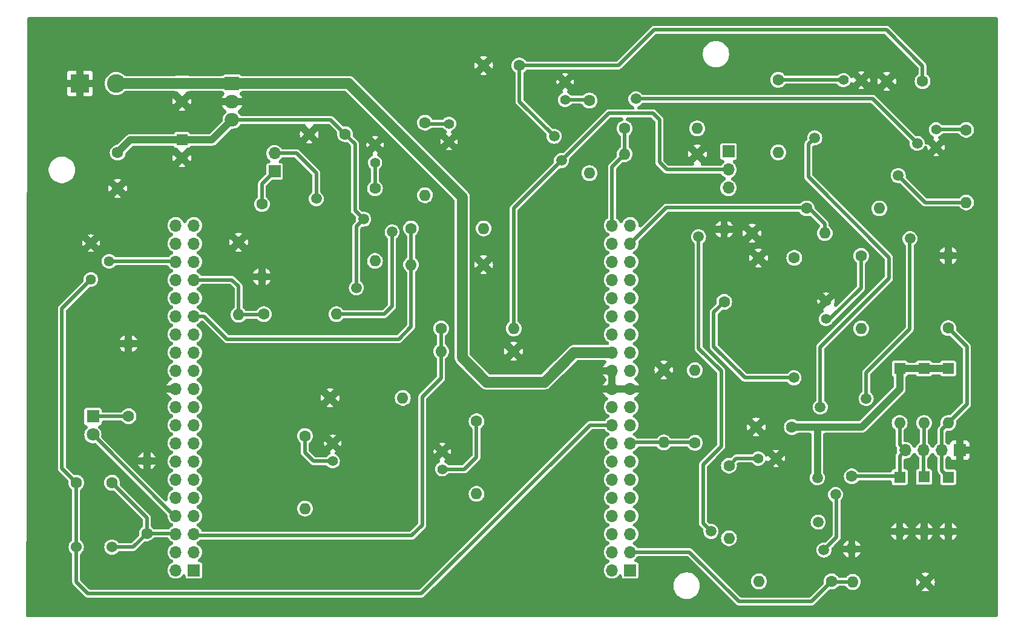
<source format=gbr>
%TF.GenerationSoftware,KiCad,Pcbnew,8.0.0*%
%TF.CreationDate,2025-03-06T18:12:42+01:00*%
%TF.ProjectId,Coincidence_board,436f696e-6369-4646-956e-63655f626f61,rev?*%
%TF.SameCoordinates,Original*%
%TF.FileFunction,Copper,L2,Bot*%
%TF.FilePolarity,Positive*%
%FSLAX46Y46*%
G04 Gerber Fmt 4.6, Leading zero omitted, Abs format (unit mm)*
G04 Created by KiCad (PCBNEW 8.0.0) date 2025-03-06 18:12:42*
%MOMM*%
%LPD*%
G01*
G04 APERTURE LIST*
%TA.AperFunction,ComponentPad*%
%ADD10R,1.700000X1.700000*%
%TD*%
%TA.AperFunction,ComponentPad*%
%ADD11O,1.700000X1.700000*%
%TD*%
%TA.AperFunction,ComponentPad*%
%ADD12C,1.400000*%
%TD*%
%TA.AperFunction,ComponentPad*%
%ADD13C,1.440000*%
%TD*%
%TA.AperFunction,ComponentPad*%
%ADD14C,1.600000*%
%TD*%
%TA.AperFunction,ComponentPad*%
%ADD15O,1.600000X1.600000*%
%TD*%
%TA.AperFunction,ComponentPad*%
%ADD16R,1.800000X1.800000*%
%TD*%
%TA.AperFunction,ComponentPad*%
%ADD17C,1.800000*%
%TD*%
%TA.AperFunction,ComponentPad*%
%ADD18R,1.600000X1.600000*%
%TD*%
%TA.AperFunction,ComponentPad*%
%ADD19R,2.600000X2.600000*%
%TD*%
%TA.AperFunction,ComponentPad*%
%ADD20C,2.600000*%
%TD*%
%TA.AperFunction,ComponentPad*%
%ADD21C,1.524000*%
%TD*%
%TA.AperFunction,ComponentPad*%
%ADD22R,2.000000X1.905000*%
%TD*%
%TA.AperFunction,ComponentPad*%
%ADD23O,2.000000X1.905000*%
%TD*%
%TA.AperFunction,ViaPad*%
%ADD24C,1.500000*%
%TD*%
%TA.AperFunction,Conductor*%
%ADD25C,1.000000*%
%TD*%
%TA.AperFunction,Conductor*%
%ADD26C,0.500000*%
%TD*%
%TA.AperFunction,Conductor*%
%ADD27C,1.500000*%
%TD*%
G04 APERTURE END LIST*
D10*
%TO.P,J4,1,Pin_1*%
%TO.N,unconnected-(J4-Pin_1-Pad1)*%
X208500000Y-143440000D03*
D11*
%TO.P,J4,2,Pin_2*%
%TO.N,unconnected-(J4-Pin_2-Pad2)*%
X205960000Y-143440000D03*
%TO.P,J4,3,Pin_3*%
%TO.N,BC2out_nuc*%
X208500000Y-140900000D03*
%TO.P,J4,4,Pin_4*%
%TO.N,unconnected-(J4-Pin_4-Pad4)*%
X205960000Y-140900000D03*
%TO.P,J4,5,Pin_5*%
%TO.N,unconnected-(J4-Pin_5-Pad5)*%
X208500000Y-138360000D03*
%TO.P,J4,6,Pin_6*%
%TO.N,unconnected-(J4-Pin_6-Pad6)*%
X205960000Y-138360000D03*
%TO.P,J4,7,Pin_7*%
%TO.N,unconnected-(J4-Pin_7-Pad7)*%
X208500000Y-135820000D03*
%TO.P,J4,8,Pin_8*%
%TO.N,unconnected-(J4-Pin_8-Pad8)*%
X205960000Y-135820000D03*
%TO.P,J4,9,Pin_9*%
%TO.N,unconnected-(J4-Pin_9-Pad9)*%
X208500000Y-133280000D03*
%TO.P,J4,10,Pin_10*%
%TO.N,unconnected-(J4-Pin_10-Pad10)*%
X205960000Y-133280000D03*
%TO.P,J4,11,Pin_11*%
%TO.N,unconnected-(J4-Pin_11-Pad11)*%
X208500000Y-130740000D03*
%TO.P,J4,12,Pin_12*%
%TO.N,unconnected-(J4-Pin_12-Pad12)*%
X205960000Y-130740000D03*
%TO.P,J4,13,Pin_13*%
%TO.N,unconnected-(J4-Pin_13-Pad13)*%
X208500000Y-128200000D03*
%TO.P,J4,14,Pin_14*%
%TO.N,unconnected-(J4-Pin_14-Pad14)*%
X205960000Y-128200000D03*
%TO.P,J4,15,Pin_15*%
%TO.N,B2out_nuc*%
X208500000Y-125660000D03*
%TO.P,J4,16,Pin_16*%
%TO.N,unconnected-(J4-Pin_16-Pad16)*%
X205960000Y-125660000D03*
%TO.P,J4,17,Pin_17*%
%TO.N,unconnected-(J4-Pin_17-Pad17)*%
X208500000Y-123120000D03*
%TO.P,J4,18,Pin_18*%
%TO.N,3.3V_NUC*%
X205960000Y-123120000D03*
%TO.P,J4,19,Pin_19*%
%TO.N,unconnected-(J4-Pin_19-Pad19)*%
X208500000Y-120580000D03*
%TO.P,J4,20,Pin_20*%
%TO.N,5V_NUC*%
X205960000Y-120580000D03*
%TO.P,J4,21,Pin_21*%
%TO.N,GND*%
X208500000Y-118040000D03*
%TO.P,J4,22,Pin_22*%
X205960000Y-118040000D03*
%TO.P,J4,23,Pin_23*%
%TO.N,unconnected-(J4-Pin_23-Pad23)*%
X208500000Y-115500000D03*
%TO.P,J4,24,Pin_24*%
%TO.N,GND*%
X205960000Y-115500000D03*
%TO.P,J4,25,Pin_25*%
%TO.N,USER_BUTTON*%
X208500000Y-112960000D03*
%TO.P,J4,26,Pin_26*%
%TO.N,VIN*%
X205960000Y-112960000D03*
%TO.P,J4,27,Pin_27*%
%TO.N,unconnected-(J4-Pin_27-Pad27)*%
X208500000Y-110420000D03*
%TO.P,J4,28,Pin_28*%
%TO.N,unconnected-(J4-Pin_28-Pad28)*%
X205960000Y-110420000D03*
%TO.P,J4,29,Pin_29*%
%TO.N,unconnected-(J4-Pin_29-Pad29)*%
X208500000Y-107880000D03*
%TO.P,J4,30,Pin_30*%
%TO.N,unconnected-(J4-Pin_30-Pad30)*%
X205960000Y-107880000D03*
%TO.P,J4,31,Pin_31*%
%TO.N,unconnected-(J4-Pin_31-Pad31)*%
X208500000Y-105340000D03*
%TO.P,J4,32,Pin_32*%
%TO.N,unconnected-(J4-Pin_32-Pad32)*%
X205960000Y-105340000D03*
%TO.P,J4,33,Pin_33*%
%TO.N,unconnected-(J4-Pin_33-Pad33)*%
X208500000Y-102800000D03*
%TO.P,J4,34,Pin_34*%
%TO.N,unconnected-(J4-Pin_34-Pad34)*%
X205960000Y-102800000D03*
%TO.P,J4,35,Pin_35*%
%TO.N,unconnected-(J4-Pin_35-Pad35)*%
X208500000Y-100260000D03*
%TO.P,J4,36,Pin_36*%
%TO.N,unconnected-(J4-Pin_36-Pad36)*%
X205960000Y-100260000D03*
%TO.P,J4,37,Pin_37*%
%TO.N,AC2out_nuc*%
X208500000Y-97720000D03*
%TO.P,J4,38,Pin_38*%
%TO.N,unconnected-(J4-Pin_38-Pad38)*%
X205960000Y-97720000D03*
%TO.P,J4,39,Pin_39*%
%TO.N,unconnected-(J4-Pin_39-Pad39)*%
X208500000Y-95180000D03*
%TO.P,J4,40,Pin_40*%
%TO.N,C2out_nuc*%
X205960000Y-95180000D03*
%TD*%
D10*
%TO.P,J7,1,Pin_1*%
%TO.N,unconnected-(J7-Pin_1-Pad1)*%
X147460001Y-143440000D03*
D11*
%TO.P,J7,2,Pin_2*%
%TO.N,unconnected-(J7-Pin_2-Pad2)*%
X144920001Y-143440000D03*
%TO.P,J7,3,Pin_3*%
%TO.N,unconnected-(J7-Pin_3-Pad3)*%
X147460001Y-140900000D03*
%TO.P,J7,4,Pin_4*%
%TO.N,unconnected-(J7-Pin_4-Pad4)*%
X144920001Y-140900000D03*
%TO.P,J7,5,Pin_5*%
%TO.N,AB2out_nuc*%
X147460001Y-138360000D03*
%TO.P,J7,6,Pin_6*%
%TO.N,SW1_OUT*%
X144920001Y-138360000D03*
%TO.P,J7,7,Pin_7*%
%TO.N,unconnected-(J7-Pin_7-Pad7)*%
X147460001Y-135820000D03*
%TO.P,J7,8,Pin_8*%
%TO.N,LED_OUT*%
X144920001Y-135820000D03*
%TO.P,J7,9,Pin_9*%
%TO.N,unconnected-(J7-Pin_9-Pad9)*%
X147460001Y-133280000D03*
%TO.P,J7,10,Pin_10*%
%TO.N,unconnected-(J7-Pin_10-Pad10)*%
X144920001Y-133280000D03*
%TO.P,J7,11,Pin_11*%
%TO.N,unconnected-(J7-Pin_11-Pad11)*%
X147460001Y-130740000D03*
%TO.P,J7,12,Pin_12*%
%TO.N,unconnected-(J7-Pin_12-Pad12)*%
X144920001Y-130740000D03*
%TO.P,J7,13,Pin_13*%
%TO.N,unconnected-(J7-Pin_13-Pad13)*%
X147460001Y-128200000D03*
%TO.P,J7,14,Pin_14*%
%TO.N,unconnected-(J7-Pin_14-Pad14)*%
X144920001Y-128200000D03*
%TO.P,J7,15,Pin_15*%
%TO.N,unconnected-(J7-Pin_15-Pad15)*%
X147460001Y-125660000D03*
%TO.P,J7,16,Pin_16*%
%TO.N,unconnected-(J7-Pin_16-Pad16)*%
X144920001Y-125660000D03*
%TO.P,J7,17,Pin_17*%
%TO.N,unconnected-(J7-Pin_17-Pad17)*%
X147460001Y-123120000D03*
%TO.P,J7,18,Pin_18*%
%TO.N,unconnected-(J7-Pin_18-Pad18)*%
X144920001Y-123120000D03*
%TO.P,J7,19,Pin_19*%
%TO.N,unconnected-(J7-Pin_19-Pad19)*%
X147460001Y-120580000D03*
%TO.P,J7,20,Pin_20*%
%TO.N,unconnected-(J7-Pin_20-Pad20)*%
X144920001Y-120580000D03*
%TO.P,J7,21,Pin_21*%
%TO.N,unconnected-(J7-Pin_21-Pad21)*%
X147460001Y-118040000D03*
%TO.P,J7,22,Pin_22*%
%TO.N,GND*%
X144920001Y-118040000D03*
%TO.P,J7,23,Pin_23*%
%TO.N,unconnected-(J7-Pin_23-Pad23)*%
X147460001Y-115500000D03*
%TO.P,J7,24,Pin_24*%
%TO.N,unconnected-(J7-Pin_24-Pad24)*%
X144920001Y-115500000D03*
%TO.P,J7,25,Pin_25*%
%TO.N,unconnected-(J7-Pin_25-Pad25)*%
X147460001Y-112960000D03*
%TO.P,J7,26,Pin_26*%
%TO.N,unconnected-(J7-Pin_26-Pad26)*%
X144920001Y-112960000D03*
%TO.P,J7,27,Pin_27*%
%TO.N,unconnected-(J7-Pin_27-Pad27)*%
X147460001Y-110420000D03*
%TO.P,J7,28,Pin_28*%
%TO.N,unconnected-(J7-Pin_28-Pad28)*%
X144920001Y-110420000D03*
%TO.P,J7,29,Pin_29*%
%TO.N,A2out_nuc*%
X147460001Y-107880000D03*
%TO.P,J7,30,Pin_30*%
%TO.N,unconnected-(J7-Pin_30-Pad30)*%
X144920001Y-107880000D03*
%TO.P,J7,31,Pin_31*%
%TO.N,unconnected-(J7-Pin_31-Pad31)*%
X147460001Y-105340000D03*
%TO.P,J7,32,Pin_32*%
%TO.N,unconnected-(J7-Pin_32-Pad32)*%
X144920001Y-105340000D03*
%TO.P,J7,33,Pin_33*%
%TO.N,ABCout_nuc*%
X147460001Y-102800000D03*
%TO.P,J7,34,Pin_34*%
%TO.N,unconnected-(J7-Pin_34-Pad34)*%
X144920001Y-102800000D03*
%TO.P,J7,35,Pin_35*%
%TO.N,unconnected-(J7-Pin_35-Pad35)*%
X147460001Y-100260000D03*
%TO.P,J7,36,Pin_36*%
%TO.N,POT_OUT*%
X144920001Y-100260000D03*
%TO.P,J7,37,Pin_37*%
%TO.N,unconnected-(J7-Pin_37-Pad37)*%
X147460001Y-97720000D03*
%TO.P,J7,38,Pin_38*%
%TO.N,unconnected-(J7-Pin_38-Pad38)*%
X144920001Y-97720000D03*
%TO.P,J7,39,Pin_39*%
%TO.N,unconnected-(J7-Pin_39-Pad39)*%
X147460001Y-95180000D03*
%TO.P,J7,40,Pin_40*%
%TO.N,unconnected-(J7-Pin_40-Pad40)*%
X144920001Y-95180000D03*
%TD*%
D12*
%TO.P,C7,1*%
%TO.N,GND*%
X166880000Y-125670000D03*
%TO.P,C7,2*%
%TO.N,Net-(U2A-~{S})*%
X166880000Y-128170000D03*
%TD*%
D10*
%TO.P,J5,1,Pin_1*%
%TO.N,AC2out*%
X222250000Y-84836000D03*
D11*
%TO.P,J5,2,Pin_2*%
%TO.N,AB2out*%
X222250000Y-87376000D03*
%TO.P,J5,3,Pin_3*%
%TO.N,BC2out*%
X222250000Y-89916000D03*
%TD*%
D13*
%TO.P,RV1,1,1*%
%TO.N,3.3V_NUC*%
X133060000Y-102740000D03*
%TO.P,RV1,2,2*%
%TO.N,POT_OUT*%
X135600000Y-100200000D03*
%TO.P,RV1,3,3*%
%TO.N,GND*%
X133060000Y-97660000D03*
%TD*%
D12*
%TO.P,C5,1*%
%TO.N,GND*%
X182200000Y-126800000D03*
%TO.P,C5,2*%
%TO.N,Net-(U2B-~{S})*%
X182200000Y-129300000D03*
%TD*%
D14*
%TO.P,R20,1*%
%TO.N,A2out_nuc*%
X177840000Y-95600000D03*
D15*
%TO.P,R20,2*%
%TO.N,A2out*%
X188000000Y-95600000D03*
%TD*%
D16*
%TO.P,D1,1,K*%
%TO.N,Net-(D1-K)*%
X133335000Y-121925000D03*
D17*
%TO.P,D1,2,A*%
%TO.N,LED_OUT*%
X133335000Y-124465000D03*
%TD*%
D14*
%TO.P,R3,1*%
%TO.N,Net-(D1-K)*%
X138320000Y-121880000D03*
D15*
%TO.P,R3,2*%
%TO.N,GND*%
X138320000Y-111720000D03*
%TD*%
D14*
%TO.P,R4,1*%
%TO.N,Net-(U2B-~{S})*%
X187000000Y-122600000D03*
D15*
%TO.P,R4,2*%
%TO.N,Net-(U2B-Q)*%
X187000000Y-132760000D03*
%TD*%
D14*
%TO.P,R13,1*%
%TO.N,Net-(U6B-~{R})*%
X202800000Y-77700000D03*
D15*
%TO.P,R13,2*%
%TO.N,Net-(U6B-~{Q})*%
X202800000Y-87860000D03*
%TD*%
D14*
%TO.P,C10,1*%
%TO.N,GND*%
X244400000Y-75000000D03*
%TO.P,C10,2*%
%TO.N,5V*%
X249400000Y-75000000D03*
%TD*%
D18*
%TO.P,D5,1,K*%
%TO.N,B2in*%
X249610000Y-130390000D03*
D15*
%TO.P,D5,2,A*%
%TO.N,GND*%
X249610000Y-138010000D03*
%TD*%
D10*
%TO.P,J1,1,Pin_1*%
%TO.N,GND*%
X254610000Y-126650000D03*
D11*
%TO.P,J1,2,Pin_2*%
%TO.N,A2in*%
X252070000Y-126650000D03*
%TO.P,J1,3,Pin_3*%
%TO.N,B2in*%
X249530000Y-126650000D03*
%TO.P,J1,4,Pin_4*%
%TO.N,C2in*%
X246990000Y-126650000D03*
%TD*%
D12*
%TO.P,C13,1*%
%TO.N,GND*%
X240850000Y-74850000D03*
%TO.P,C13,2*%
%TO.N,Net-(U5A-~{S})*%
X238350000Y-74850000D03*
%TD*%
D18*
%TO.P,D7,1,K*%
%TO.N,C2in*%
X246200000Y-130400000D03*
D15*
%TO.P,D7,2,A*%
%TO.N,GND*%
X246200000Y-138020000D03*
%TD*%
D12*
%TO.P,C6,1*%
%TO.N,GND*%
X172800000Y-83900000D03*
%TO.P,C6,2*%
%TO.N,Net-(U1B-~{R})*%
X172800000Y-86400000D03*
%TD*%
D14*
%TO.P,R5,1*%
%TO.N,Bin*%
X156972000Y-92202000D03*
D15*
%TO.P,R5,2*%
%TO.N,GND*%
X156972000Y-102362000D03*
%TD*%
D18*
%TO.P,C2,1*%
%TO.N,5V*%
X145800000Y-83220000D03*
D14*
%TO.P,C2,2*%
%TO.N,GND*%
X145800000Y-85720000D03*
%TD*%
%TO.P,R27,1*%
%TO.N,GND*%
X225552000Y-96266000D03*
D15*
%TO.P,R27,2*%
%TO.N,AC2out_nuc*%
X235712000Y-96266000D03*
%TD*%
D14*
%TO.P,R9,1*%
%TO.N,Net-(U5A-~{S})*%
X229200000Y-74800000D03*
D15*
%TO.P,R9,2*%
%TO.N,Net-(U5A-Q)*%
X229200000Y-84960000D03*
%TD*%
D14*
%TO.P,R7,1*%
%TO.N,Net-(U1B-~{R})*%
X172800000Y-90000000D03*
D15*
%TO.P,R7,2*%
%TO.N,Net-(U1B-~{Q})*%
X172800000Y-100160000D03*
%TD*%
D14*
%TO.P,R25,1*%
%TO.N,GND*%
X192200000Y-112800000D03*
D15*
%TO.P,R25,2*%
%TO.N,AB2out_nuc*%
X182040000Y-112800000D03*
%TD*%
D12*
%TO.P,C16,1*%
%TO.N,GND*%
X199400000Y-75100000D03*
%TO.P,C16,2*%
%TO.N,Net-(U6B-~{R})*%
X199400000Y-77600000D03*
%TD*%
D14*
%TO.P,C9,1*%
%TO.N,GND*%
X163600000Y-82400000D03*
%TO.P,C9,2*%
%TO.N,5V*%
X168600000Y-82400000D03*
%TD*%
D19*
%TO.P,J3,1,Pin_1*%
%TO.N,GND*%
X131520000Y-75320000D03*
D20*
%TO.P,J3,2,Pin_2*%
%TO.N,VIN*%
X136600000Y-75320000D03*
%TD*%
D14*
%TO.P,R28,1*%
%TO.N,AC2out_nuc*%
X233200000Y-92800000D03*
D15*
%TO.P,R28,2*%
%TO.N,AC2out*%
X243360000Y-92800000D03*
%TD*%
D14*
%TO.P,R26,1*%
%TO.N,AB2out_nuc*%
X182040000Y-109600000D03*
D15*
%TO.P,R26,2*%
%TO.N,AB2out*%
X192200000Y-109600000D03*
%TD*%
D18*
%TO.P,D6,1,K*%
%TO.N,5V*%
X246200000Y-115200000D03*
D15*
%TO.P,D6,2,A*%
%TO.N,C2in*%
X246200000Y-122820000D03*
%TD*%
D14*
%TO.P,R21,1*%
%TO.N,GND*%
X217900000Y-85200000D03*
D15*
%TO.P,R21,2*%
%TO.N,C2out_nuc*%
X207740000Y-85200000D03*
%TD*%
D14*
%TO.P,R1,1*%
%TO.N,SW1_OUT*%
X140880000Y-138280000D03*
D15*
%TO.P,R1,2*%
%TO.N,GND*%
X140880000Y-128120000D03*
%TD*%
D14*
%TO.P,R18,1*%
%TO.N,GND*%
X213200000Y-115400000D03*
D15*
%TO.P,R18,2*%
%TO.N,B2out_nuc*%
X213200000Y-125560000D03*
%TD*%
D14*
%TO.P,R19,1*%
%TO.N,GND*%
X188000000Y-100680000D03*
D15*
%TO.P,R19,2*%
%TO.N,A2out_nuc*%
X177840000Y-100680000D03*
%TD*%
D18*
%TO.P,D3,1,K*%
%TO.N,A2in*%
X253000000Y-130400000D03*
D15*
%TO.P,D3,2,A*%
%TO.N,GND*%
X253000000Y-138020000D03*
%TD*%
D18*
%TO.P,D4,1,K*%
%TO.N,5V*%
X249600000Y-115200000D03*
D15*
%TO.P,D4,2,A*%
%TO.N,B2in*%
X249600000Y-122820000D03*
%TD*%
D10*
%TO.P,J2,1,Pin_1*%
%TO.N,Bin*%
X158750000Y-87630000D03*
D11*
%TO.P,J2,2,Pin_2*%
%TO.N,Ain*%
X158750000Y-85090000D03*
%TD*%
D21*
%TO.P,SW1,1,1*%
%TO.N,3.3V_NUC*%
X131000000Y-140200000D03*
%TO.P,SW1,2,2*%
%TO.N,SW1_OUT*%
X136000000Y-140200000D03*
%TD*%
D14*
%TO.P,R6,1*%
%TO.N,GND*%
X166520000Y-119320000D03*
D15*
%TO.P,R6,2*%
%TO.N,Ain*%
X176680000Y-119320000D03*
%TD*%
D14*
%TO.P,R8,1*%
%TO.N,Net-(U2A-~{S})*%
X163000000Y-124640000D03*
D15*
%TO.P,R8,2*%
%TO.N,Net-(U2A-Q)*%
X163000000Y-134800000D03*
%TD*%
D12*
%TO.P,C14,1*%
%TO.N,GND*%
X251300000Y-84250000D03*
%TO.P,C14,2*%
%TO.N,Net-(U5B-~{R})*%
X251300000Y-81750000D03*
%TD*%
D18*
%TO.P,C3,1*%
%TO.N,VIN*%
X145800000Y-75320000D03*
D14*
%TO.P,C3,2*%
%TO.N,GND*%
X145800000Y-77820000D03*
%TD*%
%TO.P,R14,1*%
%TO.N,Net-(U4A-~{R})*%
X222320000Y-128800000D03*
D15*
%TO.P,R14,2*%
%TO.N,Net-(U4A-~{Q})*%
X222320000Y-138960000D03*
%TD*%
D12*
%TO.P,C17,1*%
%TO.N,GND*%
X228920000Y-127800000D03*
%TO.P,C17,2*%
%TO.N,Net-(U4A-~{R})*%
X226420000Y-127800000D03*
%TD*%
D14*
%TO.P,C8,1*%
%TO.N,5V*%
X193000000Y-72800000D03*
%TO.P,C8,2*%
%TO.N,GND*%
X188000000Y-72800000D03*
%TD*%
D12*
%TO.P,C18,1*%
%TO.N,GND*%
X235880000Y-105780000D03*
%TO.P,C18,2*%
%TO.N,Net-(U7B-~{S})*%
X235880000Y-108280000D03*
%TD*%
D14*
%TO.P,R16,1*%
%TO.N,B2in*%
X221650000Y-105880000D03*
D15*
%TO.P,R16,2*%
%TO.N,GND*%
X221650000Y-95720000D03*
%TD*%
D14*
%TO.P,C11,1*%
%TO.N,GND*%
X226450000Y-99720000D03*
%TO.P,C11,2*%
%TO.N,5V*%
X231450000Y-99720000D03*
%TD*%
%TO.P,R12,1*%
%TO.N,Net-(U6A-~{S})*%
X179800000Y-80800000D03*
D15*
%TO.P,R12,2*%
%TO.N,Net-(U6A-Q)*%
X179800000Y-90960000D03*
%TD*%
D14*
%TO.P,R22,1*%
%TO.N,GND*%
X153720000Y-97520000D03*
D15*
%TO.P,R22,2*%
%TO.N,ABCout_nuc*%
X153720000Y-107680000D03*
%TD*%
D14*
%TO.P,C4,1*%
%TO.N,5V*%
X136800000Y-85000000D03*
%TO.P,C4,2*%
%TO.N,GND*%
X136800000Y-90000000D03*
%TD*%
D22*
%TO.P,U3,1,VI*%
%TO.N,VIN*%
X152800000Y-75320000D03*
D23*
%TO.P,U3,2,GND*%
%TO.N,GND*%
X152800000Y-77860000D03*
%TO.P,U3,3,VO*%
%TO.N,5V*%
X152800000Y-80400000D03*
%TD*%
D14*
%TO.P,R30,1*%
%TO.N,BC2out_nuc*%
X236680000Y-145000000D03*
D15*
%TO.P,R30,2*%
%TO.N,BC2out*%
X226520000Y-145000000D03*
%TD*%
D14*
%TO.P,C1,1*%
%TO.N,3.3V_NUC*%
X131000000Y-131200000D03*
%TO.P,C1,2*%
%TO.N,SW1_OUT*%
X136000000Y-131200000D03*
%TD*%
%TO.P,R10,1*%
%TO.N,A2in*%
X253000000Y-109560000D03*
D15*
%TO.P,R10,2*%
%TO.N,GND*%
X253000000Y-99400000D03*
%TD*%
D14*
%TO.P,C12,1*%
%TO.N,GND*%
X226120000Y-123400000D03*
%TO.P,C12,2*%
%TO.N,5V*%
X231120000Y-123400000D03*
%TD*%
D18*
%TO.P,D2,1,K*%
%TO.N,5V*%
X253000000Y-115200000D03*
D15*
%TO.P,D2,2,A*%
%TO.N,A2in*%
X253000000Y-122820000D03*
%TD*%
D14*
%TO.P,R15,1*%
%TO.N,Net-(U7B-~{S})*%
X240800000Y-99440000D03*
D15*
%TO.P,R15,2*%
%TO.N,Net-(U7B-Q)*%
X240800000Y-109600000D03*
%TD*%
D12*
%TO.P,C15,1*%
%TO.N,GND*%
X183150000Y-83450000D03*
%TO.P,C15,2*%
%TO.N,Net-(U6A-~{S})*%
X183150000Y-80950000D03*
%TD*%
D14*
%TO.P,R11,1*%
%TO.N,Net-(U5B-~{R})*%
X255500000Y-81800000D03*
D15*
%TO.P,R11,2*%
%TO.N,Net-(U5B-~{Q})*%
X255500000Y-91960000D03*
%TD*%
D14*
%TO.P,R29,1*%
%TO.N,GND*%
X249800000Y-145080000D03*
D15*
%TO.P,R29,2*%
%TO.N,BC2out_nuc*%
X239640000Y-145080000D03*
%TD*%
D14*
%TO.P,R23,1*%
%TO.N,C2out_nuc*%
X207720000Y-81600000D03*
D15*
%TO.P,R23,2*%
%TO.N,C2out*%
X217880000Y-81600000D03*
%TD*%
D14*
%TO.P,R17,1*%
%TO.N,B2out_nuc*%
X217551000Y-125603000D03*
D15*
%TO.P,R17,2*%
%TO.N,B2out*%
X217551000Y-115443000D03*
%TD*%
D14*
%TO.P,R24,1*%
%TO.N,ABCout_nuc*%
X157240000Y-107600000D03*
D15*
%TO.P,R24,2*%
%TO.N,ABCout*%
X167400000Y-107600000D03*
%TD*%
D14*
%TO.P,R2,1*%
%TO.N,C2in*%
X239500000Y-130300000D03*
D15*
%TO.P,R2,2*%
%TO.N,GND*%
X239500000Y-140460000D03*
%TD*%
D24*
%TO.N,GND*%
X222400000Y-110900000D03*
X223901000Y-141478000D03*
X234315000Y-80391000D03*
X173950000Y-126250000D03*
X159512000Y-90932000D03*
X236199198Y-88158000D03*
%TO.N,A2in*%
X209296000Y-77470000D03*
X248666000Y-83693000D03*
%TO.N,C2in*%
X234800000Y-136700000D03*
%TO.N,B2in*%
X231400000Y-116500000D03*
%TO.N,5V*%
X234700000Y-130500000D03*
X171200000Y-94300000D03*
X197866000Y-82700000D03*
X234700000Y-130500000D03*
X170200000Y-103900000D03*
%TO.N,Ain*%
X164592000Y-91440000D03*
%TO.N,Net-(U5B-~{Q})*%
X246000000Y-88200000D03*
%TO.N,ABCout*%
X175200000Y-96100000D03*
%TO.N,AB2out*%
X198882002Y-86106000D03*
%TO.N,BC2out*%
X218059000Y-96774000D03*
X219800000Y-138000000D03*
%TO.N,Net-(U4B-Q)*%
X247650000Y-97028000D03*
X241500000Y-119400000D03*
%TO.N,Net-(U4B-~{Q})*%
X234315000Y-82931000D03*
X237236000Y-132842000D03*
X235100000Y-120600000D03*
X234315000Y-82931000D03*
X235600000Y-140600000D03*
%TD*%
D25*
%TO.N,SW1_OUT*%
X144840001Y-138280000D02*
X144920001Y-138360000D01*
D26*
X136000000Y-140200000D02*
X138960000Y-140200000D01*
X138960000Y-140200000D02*
X140880000Y-138280000D01*
X140880000Y-138280000D02*
X140880000Y-136080000D01*
X140880000Y-136080000D02*
X136000000Y-131200000D01*
X140880000Y-138280000D02*
X144840001Y-138280000D01*
%TO.N,Net-(U2B-~{S})*%
X182200000Y-129300000D02*
X185300000Y-129300000D01*
X185300000Y-129300000D02*
X187000000Y-127600000D01*
X187000000Y-127600000D02*
X187000000Y-122600000D01*
D27*
%TO.N,VIN*%
X152800000Y-75320000D02*
X169120000Y-75320000D01*
X185000000Y-91200000D02*
X185000000Y-113700000D01*
X200640000Y-112960000D02*
X205960000Y-112960000D01*
X145800000Y-75320000D02*
X152800000Y-75320000D01*
X188400000Y-117100000D02*
X196500000Y-117100000D01*
X196500000Y-117100000D02*
X200640000Y-112960000D01*
X169120000Y-75320000D02*
X185000000Y-91200000D01*
X136600000Y-75320000D02*
X145800000Y-75320000D01*
X185000000Y-113700000D02*
X188400000Y-117100000D01*
D26*
%TO.N,Net-(U1B-~{R})*%
X172800000Y-86400000D02*
X172800000Y-90000000D01*
X172800000Y-86900000D02*
X172750000Y-86850000D01*
%TO.N,3.3V_NUC*%
X132600000Y-146700000D02*
X131000000Y-145100000D01*
X131000000Y-140200000D02*
X131000000Y-131200000D01*
X131000000Y-131200000D02*
X129000000Y-129200000D01*
X202880000Y-123120000D02*
X179300000Y-146700000D01*
X131000000Y-145100000D02*
X131000000Y-140200000D01*
X179300000Y-146700000D02*
X132600000Y-146700000D01*
X129000000Y-106800000D02*
X133060000Y-102740000D01*
X205960000Y-123120000D02*
X202880000Y-123120000D01*
X129000000Y-129200000D02*
X129000000Y-106800000D01*
%TO.N,Net-(U2A-~{S})*%
X163000000Y-124640000D02*
X163000000Y-127000000D01*
X163000000Y-127000000D02*
X164170000Y-128170000D01*
X164170000Y-128170000D02*
X166880000Y-128170000D01*
%TO.N,Net-(U5A-~{S})*%
X229200000Y-74800000D02*
X238300000Y-74800000D01*
X238300000Y-74800000D02*
X238350000Y-74850000D01*
%TO.N,Net-(U5B-~{R})*%
X251350000Y-81750000D02*
X251400000Y-81800000D01*
X251300000Y-81750000D02*
X255450000Y-81750000D01*
X255450000Y-81750000D02*
X255500000Y-81800000D01*
%TO.N,POT_OUT*%
X135600000Y-100200000D02*
X144860001Y-100200000D01*
D25*
X144860001Y-100200000D02*
X144920001Y-100260000D01*
D26*
%TO.N,LED_OUT*%
X133335000Y-124465000D02*
X144690000Y-135820000D01*
D25*
X144690000Y-135820000D02*
X144920001Y-135820000D01*
D26*
%TO.N,Net-(U6A-~{S})*%
X183150000Y-80950000D02*
X179950000Y-80950000D01*
X179950000Y-80950000D02*
X179800000Y-80800000D01*
%TO.N,Net-(U6B-~{R})*%
X202700000Y-77600000D02*
X202800000Y-77700000D01*
X199400000Y-77600000D02*
X202700000Y-77600000D01*
%TO.N,Net-(U4A-~{R})*%
X223320000Y-127800000D02*
X226420000Y-127800000D01*
X222320000Y-128800000D02*
X223320000Y-127800000D01*
%TO.N,Net-(U7B-~{S})*%
X235880000Y-108280000D02*
X236420000Y-108280000D01*
X236420000Y-108280000D02*
X240800000Y-103900000D01*
X240800000Y-103900000D02*
X240800000Y-99440000D01*
%TO.N,A2in*%
X255600000Y-112160000D02*
X253000000Y-109560000D01*
X252070000Y-126650000D02*
X252070000Y-123750000D01*
X209296000Y-77470000D02*
X242443000Y-77470000D01*
X253000000Y-130400000D02*
X252070000Y-129470000D01*
X253000000Y-122820000D02*
X255600000Y-120220000D01*
X255600000Y-120220000D02*
X255600000Y-112160000D01*
X252070000Y-123750000D02*
X253000000Y-122820000D01*
X252070000Y-129470000D02*
X252070000Y-126650000D01*
X242443000Y-77470000D02*
X248666000Y-83693000D01*
%TO.N,Net-(D1-K)*%
X133335000Y-121925000D02*
X138275000Y-121925000D01*
D25*
X138275000Y-121925000D02*
X138320000Y-121880000D01*
D26*
%TO.N,C2in*%
X246200000Y-125860000D02*
X246990000Y-126650000D01*
X246100000Y-130300000D02*
X246200000Y-130400000D01*
X246990000Y-126650000D02*
X246200000Y-127440000D01*
X246200000Y-122820000D02*
X246200000Y-125860000D01*
X239500000Y-130300000D02*
X246100000Y-130300000D01*
X246200000Y-127440000D02*
X246200000Y-130400000D01*
%TO.N,B2in*%
X249600000Y-122820000D02*
X249600000Y-126580000D01*
X220200000Y-112123000D02*
X220200000Y-107330000D01*
X249600000Y-126580000D02*
X249530000Y-126650000D01*
X224577000Y-116500000D02*
X220200000Y-112123000D01*
X231400000Y-116500000D02*
X224577000Y-116500000D01*
X249530000Y-126650000D02*
X249530000Y-130310000D01*
X249530000Y-130310000D02*
X249610000Y-130390000D01*
X220200000Y-107330000D02*
X221650000Y-105880000D01*
D25*
%TO.N,5V*%
X231120000Y-123400000D02*
X234800000Y-123400000D01*
X136800000Y-85000000D02*
X138580000Y-83220000D01*
D26*
X166600000Y-80400000D02*
X152800000Y-80400000D01*
X249400000Y-75000000D02*
X249400000Y-72870000D01*
D25*
X145800000Y-83220000D02*
X149980000Y-83220000D01*
D26*
X206854000Y-72800000D02*
X193000000Y-72800000D01*
D25*
X234800000Y-123400000D02*
X240900000Y-123400000D01*
D26*
X244348000Y-67818000D02*
X211836000Y-67818000D01*
X170200000Y-95300000D02*
X171200000Y-94300000D01*
X168600000Y-82400000D02*
X166600000Y-80400000D01*
X193000000Y-72800000D02*
X193000000Y-77834000D01*
X170000000Y-93100000D02*
X171200000Y-94300000D01*
X211836000Y-67818000D02*
X206854000Y-72800000D01*
D25*
X149980000Y-83220000D02*
X152800000Y-80400000D01*
X246200000Y-118100000D02*
X246200000Y-115200000D01*
D26*
X249400000Y-72870000D02*
X244348000Y-67818000D01*
X170200000Y-103900000D02*
X170200000Y-95300000D01*
D25*
X234700000Y-130500000D02*
X234700000Y-123500000D01*
D26*
X234700000Y-123500000D02*
X234800000Y-123400000D01*
D25*
X249600000Y-115200000D02*
X253000000Y-115200000D01*
D26*
X193000000Y-77834000D02*
X197866000Y-82700000D01*
X170000000Y-83800000D02*
X170000000Y-93100000D01*
D25*
X138580000Y-83220000D02*
X145800000Y-83220000D01*
D26*
X168600000Y-82400000D02*
X170000000Y-83800000D01*
D25*
X240900000Y-123400000D02*
X246200000Y-118100000D01*
X246200000Y-115200000D02*
X249600000Y-115200000D01*
D26*
%TO.N,A2out_nuc*%
X148880000Y-107880000D02*
X152100000Y-111100000D01*
X176100000Y-111100000D02*
X177840000Y-109360000D01*
X147460001Y-107880000D02*
X148880000Y-107880000D01*
X152100000Y-111100000D02*
X176100000Y-111100000D01*
X177840000Y-109360000D02*
X177840000Y-100680000D01*
X177840000Y-100680000D02*
X177840000Y-95600000D01*
%TO.N,AC2out_nuc*%
X233516000Y-92800000D02*
X235712000Y-94996000D01*
X208500000Y-97720000D02*
X213520000Y-92700000D01*
X213520000Y-92700000D02*
X233100000Y-92700000D01*
X233100000Y-92700000D02*
X233200000Y-92800000D01*
X233200000Y-92800000D02*
X233516000Y-92800000D01*
X235712000Y-94996000D02*
X235712000Y-96266000D01*
%TO.N,B2out_nuc*%
X217508000Y-125560000D02*
X213200000Y-125560000D01*
X213200000Y-125560000D02*
X208600000Y-125560000D01*
X208600000Y-125560000D02*
X208500000Y-125660000D01*
X217551000Y-125603000D02*
X217508000Y-125560000D01*
%TO.N,AB2out_nuc*%
X182040000Y-109600000D02*
X182040000Y-112800000D01*
X179400000Y-119200000D02*
X179400000Y-137100000D01*
X177900000Y-138600000D02*
X147700001Y-138600000D01*
X179400000Y-137100000D02*
X177900000Y-138600000D01*
X182040000Y-116560000D02*
X179400000Y-119200000D01*
X182040000Y-112800000D02*
X182040000Y-116560000D01*
X147700001Y-138600000D02*
X147460001Y-138360000D01*
%TO.N,ABCout_nuc*%
X153720000Y-107680000D02*
X153720000Y-103720000D01*
X153720000Y-107680000D02*
X157160000Y-107680000D01*
X153720000Y-103720000D02*
X152800000Y-102800000D01*
X152800000Y-102800000D02*
X147460001Y-102800000D01*
X157160000Y-107680000D02*
X157240000Y-107600000D01*
%TO.N,BC2out_nuc*%
X239640000Y-145080000D02*
X236760000Y-145080000D01*
X233900000Y-147800000D02*
X223700000Y-147800000D01*
X223700000Y-147800000D02*
X216800000Y-140900000D01*
X233900000Y-147780000D02*
X233900000Y-147800000D01*
X236760000Y-145080000D02*
X236680000Y-145000000D01*
X236680000Y-145000000D02*
X233900000Y-147780000D01*
X216800000Y-140900000D02*
X208500000Y-140900000D01*
%TO.N,Bin*%
X156972000Y-92202000D02*
X156972000Y-89408000D01*
X156972000Y-89408000D02*
X158750000Y-87630000D01*
%TO.N,Ain*%
X164592000Y-91440000D02*
X164592000Y-87884000D01*
X161798000Y-85090000D02*
X158750000Y-85090000D01*
X164592000Y-87884000D02*
X161798000Y-85090000D01*
%TO.N,Net-(U5B-~{Q})*%
X249760000Y-91960000D02*
X255500000Y-91960000D01*
X246000000Y-88200000D02*
X249760000Y-91960000D01*
%TO.N,C2out_nuc*%
X205960000Y-86980000D02*
X207740000Y-85200000D01*
X207740000Y-85200000D02*
X207740000Y-81620000D01*
X207740000Y-81620000D02*
X207720000Y-81600000D01*
X205960000Y-95180000D02*
X205960000Y-86980000D01*
%TO.N,ABCout*%
X175200000Y-96100000D02*
X175200000Y-106500000D01*
X175200000Y-106500000D02*
X174100000Y-107600000D01*
X174100000Y-107600000D02*
X167400000Y-107600000D01*
%TO.N,AB2out*%
X205486002Y-79502000D02*
X198882002Y-86106000D01*
X192200000Y-92788002D02*
X198882002Y-86106000D01*
X192200000Y-109600000D02*
X192200000Y-92788002D01*
X213614000Y-87376000D02*
X212598000Y-86360000D01*
X212598000Y-86360000D02*
X212598000Y-80391000D01*
X211709000Y-79502000D02*
X205486002Y-79502000D01*
X222250000Y-87376000D02*
X213614000Y-87376000D01*
X212598000Y-80391000D02*
X211709000Y-79502000D01*
%TO.N,BC2out*%
X218059000Y-96774000D02*
X218059000Y-112395000D01*
X218059000Y-112395000D02*
X221234000Y-115570000D01*
X221234000Y-115570000D02*
X221234000Y-126111000D01*
X221234000Y-126111000D02*
X218694000Y-128651000D01*
X218694000Y-136894000D02*
X219800000Y-138000000D01*
X218694000Y-128651000D02*
X218694000Y-136894000D01*
%TO.N,Net-(U4B-Q)*%
X247600000Y-97000000D02*
X247622000Y-97000000D01*
X241500000Y-115800000D02*
X247600000Y-109700000D01*
X241500000Y-119400000D02*
X241500000Y-115800000D01*
X247600000Y-109700000D02*
X247600000Y-97000000D01*
X247622000Y-97000000D02*
X247650000Y-97028000D01*
%TO.N,Net-(U4B-~{Q})*%
X235100000Y-120600000D02*
X235100000Y-112200000D01*
X237363000Y-132969000D02*
X237236000Y-132842000D01*
X237363000Y-138837000D02*
X237363000Y-132969000D01*
X244700000Y-99666000D02*
X233426000Y-88392000D01*
X233426000Y-83820000D02*
X234315000Y-82931000D01*
X235100000Y-112200000D02*
X244700000Y-102600000D01*
X233426000Y-88392000D02*
X233426000Y-83820000D01*
X235600000Y-140600000D02*
X237363000Y-138837000D01*
X244700000Y-102600000D02*
X244700000Y-99666000D01*
%TD*%
%TA.AperFunction,Conductor*%
%TO.N,GND*%
G36*
X206303819Y-115019258D02*
G01*
X206385898Y-115074102D01*
X206440742Y-115156181D01*
X206460000Y-115253000D01*
X206460000Y-115434174D01*
X206425925Y-115307007D01*
X206360099Y-115192993D01*
X206267007Y-115099901D01*
X206152993Y-115034075D01*
X206025826Y-115000000D01*
X206207000Y-115000000D01*
X206303819Y-115019258D01*
G37*
%TD.AperFunction*%
%TA.AperFunction,Conductor*%
G36*
X145420001Y-118287000D02*
G01*
X145400743Y-118383819D01*
X145345899Y-118465898D01*
X145263820Y-118520742D01*
X145167001Y-118540000D01*
X144985827Y-118540000D01*
X145112994Y-118505925D01*
X145227008Y-118440099D01*
X145320100Y-118347007D01*
X145385926Y-118232993D01*
X145420001Y-118105826D01*
X145420001Y-118287000D01*
G37*
%TD.AperFunction*%
%TA.AperFunction,Conductor*%
G36*
X145263820Y-117559258D02*
G01*
X145345899Y-117614102D01*
X145400743Y-117696181D01*
X145420001Y-117793000D01*
X145420001Y-117974174D01*
X145385926Y-117847007D01*
X145320100Y-117732993D01*
X145227008Y-117639901D01*
X145112994Y-117574075D01*
X144985827Y-117540000D01*
X145167001Y-117540000D01*
X145263820Y-117559258D01*
G37*
%TD.AperFunction*%
%TA.AperFunction,Conductor*%
G36*
X259793819Y-66019258D02*
G01*
X259875898Y-66074102D01*
X259930742Y-66156181D01*
X259950000Y-66253000D01*
X259950000Y-149697093D01*
X259930742Y-149793912D01*
X259875898Y-149875991D01*
X259793819Y-149930835D01*
X259697093Y-149950093D01*
X124253545Y-149999906D01*
X124156719Y-149980683D01*
X124074620Y-149925870D01*
X124019746Y-149843811D01*
X124000452Y-149746999D01*
X124000452Y-149746880D01*
X124037013Y-129272476D01*
X128449500Y-129272476D01*
X128456741Y-129299500D01*
X128467003Y-129337797D01*
X128468696Y-129344113D01*
X128468696Y-129344114D01*
X128487016Y-129412484D01*
X128487018Y-129412489D01*
X128559487Y-129538012D01*
X129838508Y-130817033D01*
X129893352Y-130899112D01*
X129912610Y-130995931D01*
X129911531Y-131019274D01*
X129894785Y-131199999D01*
X129913602Y-131403079D01*
X129913603Y-131403084D01*
X129969416Y-131599247D01*
X130060325Y-131781818D01*
X130060326Y-131781819D01*
X130060327Y-131781821D01*
X130155469Y-131907809D01*
X130183237Y-131944580D01*
X130333956Y-132081979D01*
X130343288Y-132089026D01*
X130341957Y-132090788D01*
X130401848Y-132146653D01*
X130442773Y-132236486D01*
X130449500Y-132294440D01*
X130449500Y-139157627D01*
X130430242Y-139254446D01*
X130375398Y-139336525D01*
X130357002Y-139353198D01*
X130245064Y-139445063D01*
X130245063Y-139445064D01*
X130112289Y-139606849D01*
X130013627Y-139791432D01*
X129952872Y-139991715D01*
X129932359Y-140200000D01*
X129952872Y-140408284D01*
X130011029Y-140600000D01*
X130013628Y-140608569D01*
X130112289Y-140793150D01*
X130245064Y-140954936D01*
X130357002Y-141046802D01*
X130419626Y-141123108D01*
X130448282Y-141217573D01*
X130449500Y-141242372D01*
X130449500Y-145172475D01*
X130458035Y-145204328D01*
X130485813Y-145307997D01*
X130487016Y-145312484D01*
X130487017Y-145312488D01*
X130559489Y-145438014D01*
X132261987Y-147140512D01*
X132322413Y-147175398D01*
X132387515Y-147212984D01*
X132527525Y-147250500D01*
X179372475Y-147250500D01*
X179512485Y-147212984D01*
X179602922Y-147160770D01*
X179638012Y-147140512D01*
X179638014Y-147140511D01*
X181057235Y-145721290D01*
X214549500Y-145721290D01*
X214581161Y-145961788D01*
X214611604Y-146075398D01*
X214643946Y-146196100D01*
X214717241Y-146373050D01*
X214736778Y-146420217D01*
X214736779Y-146420219D01*
X214858058Y-146630279D01*
X214858064Y-146630289D01*
X215005735Y-146822738D01*
X215177262Y-146994265D01*
X215369711Y-147141936D01*
X215369720Y-147141941D01*
X215579780Y-147263220D01*
X215579782Y-147263221D01*
X215579784Y-147263222D01*
X215579788Y-147263224D01*
X215803900Y-147356054D01*
X216038211Y-147418838D01*
X216278712Y-147450500D01*
X216278714Y-147450500D01*
X216521286Y-147450500D01*
X216521288Y-147450500D01*
X216761789Y-147418838D01*
X216996100Y-147356054D01*
X217220212Y-147263224D01*
X217430289Y-147141936D01*
X217622738Y-146994265D01*
X217794265Y-146822738D01*
X217941936Y-146630289D01*
X218063224Y-146420212D01*
X218156054Y-146196100D01*
X218218838Y-145961789D01*
X218250500Y-145721288D01*
X218250500Y-145478712D01*
X218218838Y-145238211D01*
X218156054Y-145003900D01*
X218063224Y-144779788D01*
X218063221Y-144779782D01*
X218063220Y-144779780D01*
X217971131Y-144620279D01*
X217941936Y-144569711D01*
X217794265Y-144377262D01*
X217622738Y-144205735D01*
X217612682Y-144198019D01*
X217472760Y-144090653D01*
X217430289Y-144058064D01*
X217413303Y-144048257D01*
X217220219Y-143936779D01*
X217220217Y-143936778D01*
X217202510Y-143929443D01*
X216996100Y-143843946D01*
X216996098Y-143843945D01*
X216761788Y-143781161D01*
X216521290Y-143749500D01*
X216521288Y-143749500D01*
X216278712Y-143749500D01*
X216278709Y-143749500D01*
X216038211Y-143781161D01*
X215803901Y-143843945D01*
X215803900Y-143843946D01*
X215771446Y-143857389D01*
X215579782Y-143936778D01*
X215579780Y-143936779D01*
X215369720Y-144058058D01*
X215369709Y-144058065D01*
X215177262Y-144205734D01*
X215005734Y-144377262D01*
X214858065Y-144569709D01*
X214858058Y-144569720D01*
X214736779Y-144779780D01*
X214736778Y-144779782D01*
X214706862Y-144852006D01*
X214643946Y-145003900D01*
X214643946Y-145003901D01*
X214643945Y-145003901D01*
X214581161Y-145238211D01*
X214549500Y-145478709D01*
X214549500Y-145721290D01*
X181057235Y-145721290D01*
X203033923Y-123744602D01*
X203116002Y-123689758D01*
X203212821Y-123670500D01*
X204808041Y-123670500D01*
X204904860Y-123689758D01*
X204986939Y-123744602D01*
X205009937Y-123771030D01*
X205031814Y-123800000D01*
X205106125Y-123898404D01*
X205106128Y-123898407D01*
X205263698Y-124042052D01*
X205429284Y-124144579D01*
X205444981Y-124154298D01*
X205455449Y-124159510D01*
X205454853Y-124160706D01*
X205527755Y-124207018D01*
X205584479Y-124287809D01*
X205605969Y-124384158D01*
X205588951Y-124481395D01*
X205536018Y-124564719D01*
X205455227Y-124621443D01*
X205445161Y-124625612D01*
X205444981Y-124625701D01*
X205263700Y-124737946D01*
X205106125Y-124881595D01*
X204977635Y-125051742D01*
X204882594Y-125242612D01*
X204824243Y-125447691D01*
X204824243Y-125447693D01*
X204804571Y-125660000D01*
X204824243Y-125872306D01*
X204824243Y-125872308D01*
X204882594Y-126077387D01*
X204977635Y-126268257D01*
X205106125Y-126438404D01*
X205106127Y-126438406D01*
X205106128Y-126438407D01*
X205263698Y-126582052D01*
X205444981Y-126694298D01*
X205455449Y-126699510D01*
X205454853Y-126700706D01*
X205527755Y-126747018D01*
X205584479Y-126827809D01*
X205605969Y-126924158D01*
X205588951Y-127021395D01*
X205536018Y-127104719D01*
X205455227Y-127161443D01*
X205445161Y-127165612D01*
X205444981Y-127165701D01*
X205263700Y-127277946D01*
X205106125Y-127421595D01*
X204977635Y-127591742D01*
X204882594Y-127782612D01*
X204824243Y-127987691D01*
X204824243Y-127987693D01*
X204804571Y-128200000D01*
X204824243Y-128412306D01*
X204824243Y-128412308D01*
X204882594Y-128617387D01*
X204977635Y-128808257D01*
X205106125Y-128978404D01*
X205106127Y-128978406D01*
X205106128Y-128978407D01*
X205263698Y-129122052D01*
X205414457Y-129215398D01*
X205444981Y-129234298D01*
X205455449Y-129239510D01*
X205454853Y-129240706D01*
X205527755Y-129287018D01*
X205584479Y-129367809D01*
X205605969Y-129464158D01*
X205588951Y-129561395D01*
X205536018Y-129644719D01*
X205455227Y-129701443D01*
X205445161Y-129705612D01*
X205444981Y-129705701D01*
X205263700Y-129817946D01*
X205106125Y-129961595D01*
X204977635Y-130131742D01*
X204882594Y-130322612D01*
X204824243Y-130527691D01*
X204824243Y-130527693D01*
X204804571Y-130740000D01*
X204824243Y-130952306D01*
X204824243Y-130952308D01*
X204882594Y-131157387D01*
X204977635Y-131348257D01*
X205106125Y-131518404D01*
X205106127Y-131518406D01*
X205106128Y-131518407D01*
X205263698Y-131662052D01*
X205320102Y-131696976D01*
X205444981Y-131774298D01*
X205455449Y-131779510D01*
X205454853Y-131780706D01*
X205527755Y-131827018D01*
X205584479Y-131907809D01*
X205605969Y-132004158D01*
X205588951Y-132101395D01*
X205536018Y-132184719D01*
X205455227Y-132241443D01*
X205445161Y-132245612D01*
X205444981Y-132245701D01*
X205263700Y-132357946D01*
X205106125Y-132501595D01*
X204977635Y-132671742D01*
X204882594Y-132862612D01*
X204824243Y-133067691D01*
X204824243Y-133067693D01*
X204804571Y-133280000D01*
X204824243Y-133492306D01*
X204824243Y-133492308D01*
X204882594Y-133697387D01*
X204977635Y-133888257D01*
X205106125Y-134058404D01*
X205106127Y-134058406D01*
X205106128Y-134058407D01*
X205263698Y-134202052D01*
X205263700Y-134202053D01*
X205444981Y-134314298D01*
X205455449Y-134319510D01*
X205454853Y-134320706D01*
X205527755Y-134367018D01*
X205584479Y-134447809D01*
X205605969Y-134544158D01*
X205588951Y-134641395D01*
X205536018Y-134724719D01*
X205455227Y-134781443D01*
X205445161Y-134785612D01*
X205444981Y-134785701D01*
X205263700Y-134897946D01*
X205106125Y-135041595D01*
X204977635Y-135211742D01*
X204882594Y-135402612D01*
X204824243Y-135607691D01*
X204824243Y-135607693D01*
X204804571Y-135819998D01*
X204824243Y-136032306D01*
X204824243Y-136032308D01*
X204882594Y-136237387D01*
X204977635Y-136428257D01*
X205106125Y-136598404D01*
X205106127Y-136598406D01*
X205106128Y-136598407D01*
X205263698Y-136742052D01*
X205373331Y-136809934D01*
X205444981Y-136854298D01*
X205455449Y-136859510D01*
X205454853Y-136860706D01*
X205527755Y-136907018D01*
X205584479Y-136987809D01*
X205605969Y-137084158D01*
X205588951Y-137181395D01*
X205536018Y-137264719D01*
X205455227Y-137321443D01*
X205445161Y-137325612D01*
X205444981Y-137325701D01*
X205263700Y-137437946D01*
X205106125Y-137581595D01*
X204977635Y-137751742D01*
X204882594Y-137942612D01*
X204824243Y-138147691D01*
X204824243Y-138147693D01*
X204804571Y-138360000D01*
X204824243Y-138572306D01*
X204824243Y-138572308D01*
X204882594Y-138777387D01*
X204977635Y-138968257D01*
X205106125Y-139138404D01*
X205106127Y-139138406D01*
X205106128Y-139138407D01*
X205263698Y-139282052D01*
X205422697Y-139380500D01*
X205444981Y-139394298D01*
X205455449Y-139399510D01*
X205454853Y-139400706D01*
X205527755Y-139447018D01*
X205584479Y-139527809D01*
X205605969Y-139624158D01*
X205588951Y-139721395D01*
X205536018Y-139804719D01*
X205455227Y-139861443D01*
X205445161Y-139865612D01*
X205444981Y-139865701D01*
X205263700Y-139977946D01*
X205106125Y-140121595D01*
X204977635Y-140291742D01*
X204882594Y-140482612D01*
X204824243Y-140687691D01*
X204824243Y-140687693D01*
X204804571Y-140900000D01*
X204824243Y-141112306D01*
X204824243Y-141112308D01*
X204882594Y-141317387D01*
X204977635Y-141508257D01*
X205106125Y-141678404D01*
X205106126Y-141678405D01*
X205106128Y-141678407D01*
X205263698Y-141822052D01*
X205321113Y-141857602D01*
X205444981Y-141934298D01*
X205455449Y-141939510D01*
X205454853Y-141940706D01*
X205527755Y-141987018D01*
X205584479Y-142067809D01*
X205605969Y-142164158D01*
X205588951Y-142261395D01*
X205536018Y-142344719D01*
X205455227Y-142401443D01*
X205445161Y-142405612D01*
X205444981Y-142405701D01*
X205263700Y-142517946D01*
X205106125Y-142661595D01*
X204977635Y-142831742D01*
X204882594Y-143022612D01*
X204824243Y-143227691D01*
X204824243Y-143227693D01*
X204804571Y-143440000D01*
X204824243Y-143652306D01*
X204824243Y-143652308D01*
X204882594Y-143857387D01*
X204977635Y-144048257D01*
X205106125Y-144218404D01*
X205106127Y-144218406D01*
X205106128Y-144218407D01*
X205263698Y-144362052D01*
X205444981Y-144474298D01*
X205643802Y-144551321D01*
X205853390Y-144590500D01*
X205853391Y-144590500D01*
X206066609Y-144590500D01*
X206066610Y-144590500D01*
X206276198Y-144551321D01*
X206475019Y-144474298D01*
X206656302Y-144362052D01*
X206813872Y-144218407D01*
X206894606Y-144111497D01*
X206968316Y-144045846D01*
X207061546Y-144013395D01*
X207160097Y-144019093D01*
X207248966Y-144062070D01*
X207314623Y-144135785D01*
X207347074Y-144229015D01*
X207349500Y-144263966D01*
X207349500Y-144334859D01*
X207352415Y-144359994D01*
X207382870Y-144428966D01*
X207397794Y-144462765D01*
X207477235Y-144542206D01*
X207580009Y-144587585D01*
X207605135Y-144590500D01*
X209394864Y-144590499D01*
X209419991Y-144587585D01*
X209419993Y-144587584D01*
X209419994Y-144587584D01*
X209441764Y-144577970D01*
X209522765Y-144542206D01*
X209602206Y-144462765D01*
X209647585Y-144359991D01*
X209650500Y-144334865D01*
X209650499Y-142545136D01*
X209647585Y-142520009D01*
X209647584Y-142520007D01*
X209647584Y-142520005D01*
X209624895Y-142468622D01*
X209602206Y-142417235D01*
X209522765Y-142337794D01*
X209419991Y-142292415D01*
X209419988Y-142292414D01*
X209419989Y-142292414D01*
X209394871Y-142289500D01*
X209330550Y-142289500D01*
X209233731Y-142270242D01*
X209151652Y-142215398D01*
X209096808Y-142133319D01*
X209077550Y-142036500D01*
X209096808Y-141939681D01*
X209151652Y-141857602D01*
X209187213Y-141829434D01*
X209186964Y-141829104D01*
X209196292Y-141822057D01*
X209196302Y-141822052D01*
X209353872Y-141678407D01*
X209450061Y-141551032D01*
X209523777Y-141485376D01*
X209617007Y-141452926D01*
X209651959Y-141450500D01*
X216467179Y-141450500D01*
X216563998Y-141469758D01*
X216646077Y-141524602D01*
X220047082Y-144925606D01*
X223361986Y-148240510D01*
X223452869Y-148292981D01*
X223452876Y-148292985D01*
X223487511Y-148312982D01*
X223487515Y-148312984D01*
X223627525Y-148350500D01*
X233972475Y-148350500D01*
X234112485Y-148312984D01*
X234238015Y-148240509D01*
X234340509Y-148138015D01*
X234351175Y-148119538D01*
X234391377Y-148067146D01*
X236169401Y-146289122D01*
X249297982Y-146289122D01*
X249350932Y-146313814D01*
X249572002Y-146373049D01*
X249572006Y-146373050D01*
X249799996Y-146392996D01*
X249800004Y-146392996D01*
X250027993Y-146373050D01*
X250027997Y-146373049D01*
X250249065Y-146313814D01*
X250249073Y-146313811D01*
X250302015Y-146289123D01*
X250302015Y-146289122D01*
X249800000Y-145787107D01*
X249297982Y-146289122D01*
X236169401Y-146289122D01*
X236298376Y-146160147D01*
X236380452Y-146105306D01*
X236477271Y-146086048D01*
X236523752Y-146090355D01*
X236578024Y-146100500D01*
X236781979Y-146100500D01*
X236882216Y-146081762D01*
X236982456Y-146063024D01*
X237172637Y-145989348D01*
X237346041Y-145881981D01*
X237346045Y-145881976D01*
X237346047Y-145881976D01*
X237496765Y-145744578D01*
X237506993Y-145731034D01*
X237580708Y-145665377D01*
X237673937Y-145632926D01*
X237708892Y-145630500D01*
X238550696Y-145630500D01*
X238647515Y-145649758D01*
X238729594Y-145704602D01*
X238752588Y-145731026D01*
X238823236Y-145824579D01*
X238879518Y-145875886D01*
X238973952Y-145961976D01*
X238973956Y-145961978D01*
X238973959Y-145961981D01*
X239147363Y-146069348D01*
X239337544Y-146143024D01*
X239417736Y-146158014D01*
X239538021Y-146180500D01*
X239538024Y-146180500D01*
X239741979Y-146180500D01*
X239850839Y-146160150D01*
X239942456Y-146143024D01*
X240132637Y-146069348D01*
X240306041Y-145961981D01*
X240306045Y-145961976D01*
X240306047Y-145961976D01*
X240393802Y-145881976D01*
X240456764Y-145824579D01*
X240579673Y-145661821D01*
X240670582Y-145479250D01*
X240726397Y-145283083D01*
X240745215Y-145080003D01*
X248487004Y-145080003D01*
X248506949Y-145307993D01*
X248506950Y-145307996D01*
X248566185Y-145529067D01*
X248566191Y-145529081D01*
X248590874Y-145582015D01*
X248590876Y-145582015D01*
X249040230Y-145132661D01*
X249400000Y-145132661D01*
X249427259Y-145234394D01*
X249479920Y-145325606D01*
X249554394Y-145400080D01*
X249645606Y-145452741D01*
X249747339Y-145480000D01*
X249852661Y-145480000D01*
X249954394Y-145452741D01*
X250045606Y-145400080D01*
X250120080Y-145325606D01*
X250172741Y-145234394D01*
X250200000Y-145132661D01*
X250200000Y-145080000D01*
X250507107Y-145080000D01*
X251009122Y-145582015D01*
X251009123Y-145582015D01*
X251033811Y-145529073D01*
X251033814Y-145529065D01*
X251093049Y-145307997D01*
X251093050Y-145307993D01*
X251112996Y-145080003D01*
X251112996Y-145079996D01*
X251093050Y-144852006D01*
X251093049Y-144852002D01*
X251033814Y-144630932D01*
X251009122Y-144577982D01*
X250507107Y-145079999D01*
X250507107Y-145080000D01*
X250200000Y-145080000D01*
X250200000Y-145027339D01*
X250172741Y-144925606D01*
X250120080Y-144834394D01*
X250045606Y-144759920D01*
X249954394Y-144707259D01*
X249852661Y-144680000D01*
X249747339Y-144680000D01*
X249645606Y-144707259D01*
X249554394Y-144759920D01*
X249479920Y-144834394D01*
X249427259Y-144925606D01*
X249400000Y-145027339D01*
X249400000Y-145132661D01*
X249040230Y-145132661D01*
X249092892Y-145079999D01*
X248590876Y-144577983D01*
X248566186Y-144630929D01*
X248506950Y-144852003D01*
X248506949Y-144852006D01*
X248487004Y-145079996D01*
X248487004Y-145080003D01*
X240745215Y-145080003D01*
X240745215Y-145080000D01*
X240726397Y-144876917D01*
X240698489Y-144778833D01*
X240670583Y-144680752D01*
X240579674Y-144498181D01*
X240579673Y-144498180D01*
X240579673Y-144498179D01*
X240456764Y-144335421D01*
X240378382Y-144263966D01*
X240306047Y-144198023D01*
X240205529Y-144135785D01*
X240132637Y-144090652D01*
X239942456Y-144016976D01*
X239942455Y-144016975D01*
X239942453Y-144016975D01*
X239741979Y-143979500D01*
X239741976Y-143979500D01*
X239538024Y-143979500D01*
X239538021Y-143979500D01*
X239337546Y-144016975D01*
X239332079Y-144019093D01*
X239147363Y-144090652D01*
X239147362Y-144090652D01*
X239147361Y-144090653D01*
X238973952Y-144198023D01*
X238823852Y-144334859D01*
X238823236Y-144335421D01*
X238752592Y-144428968D01*
X238678880Y-144494624D01*
X238585650Y-144527074D01*
X238550696Y-144529500D01*
X237829520Y-144529500D01*
X237732701Y-144510242D01*
X237650622Y-144455398D01*
X237627853Y-144426657D01*
X237626721Y-144427513D01*
X237619674Y-144418181D01*
X237619673Y-144418179D01*
X237496764Y-144255421D01*
X237456162Y-144218407D01*
X237346047Y-144118023D01*
X237301843Y-144090653D01*
X237172637Y-144010652D01*
X236982456Y-143936976D01*
X236982455Y-143936975D01*
X236982453Y-143936975D01*
X236781979Y-143899500D01*
X236781976Y-143899500D01*
X236578024Y-143899500D01*
X236578021Y-143899500D01*
X236377546Y-143936975D01*
X236282453Y-143973814D01*
X236187363Y-144010652D01*
X236187362Y-144010652D01*
X236187361Y-144010653D01*
X236013952Y-144118023D01*
X235863237Y-144255419D01*
X235740325Y-144418181D01*
X235649416Y-144600752D01*
X235593603Y-144796915D01*
X235593602Y-144796920D01*
X235574785Y-145000000D01*
X235591531Y-145180725D01*
X235581287Y-145278908D01*
X235534251Y-145365697D01*
X235518508Y-145382966D01*
X233726077Y-147175398D01*
X233643998Y-147230241D01*
X233547179Y-147249500D01*
X224032820Y-147249500D01*
X223936001Y-147230242D01*
X223853922Y-147175398D01*
X221678524Y-145000000D01*
X225414785Y-145000000D01*
X225433602Y-145203079D01*
X225433603Y-145203084D01*
X225489416Y-145399247D01*
X225580325Y-145581818D01*
X225580326Y-145581819D01*
X225580327Y-145581821D01*
X225703235Y-145744578D01*
X225703237Y-145744580D01*
X225853952Y-145881976D01*
X225853956Y-145881978D01*
X225853959Y-145881981D01*
X226027363Y-145989348D01*
X226217544Y-146063024D01*
X226297736Y-146078014D01*
X226418021Y-146100500D01*
X226418024Y-146100500D01*
X226621979Y-146100500D01*
X226722216Y-146081762D01*
X226822456Y-146063024D01*
X227012637Y-145989348D01*
X227186041Y-145881981D01*
X227186045Y-145881976D01*
X227186047Y-145881976D01*
X227249008Y-145824579D01*
X227336764Y-145744579D01*
X227459673Y-145581821D01*
X227550582Y-145399250D01*
X227606397Y-145203083D01*
X227625215Y-145000000D01*
X227606397Y-144796917D01*
X227550582Y-144600750D01*
X227459673Y-144418179D01*
X227336764Y-144255421D01*
X227296162Y-144218407D01*
X227186047Y-144118023D01*
X227141843Y-144090653D01*
X227012637Y-144010652D01*
X226822456Y-143936976D01*
X226822455Y-143936975D01*
X226822453Y-143936975D01*
X226621979Y-143899500D01*
X226621976Y-143899500D01*
X226418024Y-143899500D01*
X226418021Y-143899500D01*
X226217546Y-143936975D01*
X226122453Y-143973814D01*
X226027363Y-144010652D01*
X226027362Y-144010652D01*
X226027361Y-144010653D01*
X225853952Y-144118023D01*
X225703237Y-144255419D01*
X225580325Y-144418181D01*
X225489416Y-144600752D01*
X225433603Y-144796915D01*
X225433602Y-144796920D01*
X225414785Y-145000000D01*
X221678524Y-145000000D01*
X220549400Y-143870876D01*
X249297983Y-143870876D01*
X249799999Y-144372892D01*
X250302015Y-143870876D01*
X250302015Y-143870874D01*
X250249081Y-143846191D01*
X250249067Y-143846185D01*
X250027996Y-143786950D01*
X250027993Y-143786949D01*
X249800004Y-143767004D01*
X249799996Y-143767004D01*
X249572006Y-143786949D01*
X249572003Y-143786950D01*
X249350929Y-143846186D01*
X249297983Y-143870876D01*
X220549400Y-143870876D01*
X220524715Y-143846191D01*
X217278525Y-140600000D01*
X234544417Y-140600000D01*
X234564700Y-140805936D01*
X234564702Y-140805942D01*
X234624766Y-141003951D01*
X234722315Y-141186450D01*
X234829771Y-141317387D01*
X234853590Y-141346410D01*
X235013550Y-141477685D01*
X235196046Y-141575232D01*
X235196048Y-141575233D01*
X235268096Y-141597088D01*
X235394066Y-141635300D01*
X235600000Y-141655583D01*
X235805934Y-141635300D01*
X236003954Y-141575232D01*
X236186450Y-141477685D01*
X236346410Y-141346410D01*
X236477685Y-141186450D01*
X236575232Y-141003954D01*
X236588565Y-140960000D01*
X238289935Y-140960000D01*
X238362905Y-141116485D01*
X238362911Y-141116496D01*
X238494184Y-141303974D01*
X238494189Y-141303980D01*
X238656019Y-141465810D01*
X238656025Y-141465815D01*
X238843503Y-141597088D01*
X238843514Y-141597094D01*
X238999999Y-141670064D01*
X239000000Y-141670063D01*
X239000000Y-140960000D01*
X240000000Y-140960000D01*
X240000000Y-141670064D01*
X240156485Y-141597094D01*
X240156496Y-141597088D01*
X240343974Y-141465815D01*
X240343980Y-141465810D01*
X240505810Y-141303980D01*
X240505815Y-141303974D01*
X240637088Y-141116496D01*
X240637094Y-141116485D01*
X240710064Y-140960000D01*
X240000000Y-140960000D01*
X239000000Y-140960000D01*
X238289935Y-140960000D01*
X236588565Y-140960000D01*
X236635300Y-140805934D01*
X236655583Y-140600000D01*
X236646980Y-140512661D01*
X239100000Y-140512661D01*
X239127259Y-140614394D01*
X239179920Y-140705606D01*
X239254394Y-140780080D01*
X239345606Y-140832741D01*
X239447339Y-140860000D01*
X239552661Y-140860000D01*
X239654394Y-140832741D01*
X239745606Y-140780080D01*
X239820080Y-140705606D01*
X239872741Y-140614394D01*
X239900000Y-140512661D01*
X239900000Y-140407339D01*
X239872741Y-140305606D01*
X239820080Y-140214394D01*
X239745606Y-140139920D01*
X239654394Y-140087259D01*
X239552661Y-140060000D01*
X239447339Y-140060000D01*
X239345606Y-140087259D01*
X239254394Y-140139920D01*
X239179920Y-140214394D01*
X239127259Y-140305606D01*
X239100000Y-140407339D01*
X239100000Y-140512661D01*
X236646980Y-140512661D01*
X236642469Y-140466860D01*
X236652144Y-140368628D01*
X236698678Y-140281568D01*
X236715343Y-140263180D01*
X237018524Y-139959999D01*
X238289935Y-139959999D01*
X238289936Y-139960000D01*
X239000000Y-139960000D01*
X239000000Y-139249934D01*
X240000000Y-139249934D01*
X240000000Y-139960000D01*
X240710064Y-139960000D01*
X240710064Y-139959999D01*
X240637094Y-139803514D01*
X240637088Y-139803503D01*
X240505815Y-139616025D01*
X240505810Y-139616019D01*
X240343980Y-139454189D01*
X240343972Y-139454182D01*
X240156505Y-139322916D01*
X240156496Y-139322911D01*
X240000000Y-139249934D01*
X239000000Y-139249934D01*
X238843503Y-139322911D01*
X238843494Y-139322916D01*
X238656027Y-139454182D01*
X238656019Y-139454189D01*
X238494189Y-139616019D01*
X238494184Y-139616025D01*
X238362911Y-139803503D01*
X238362905Y-139803514D01*
X238289935Y-139959999D01*
X237018524Y-139959999D01*
X237803510Y-139175014D01*
X237875984Y-139049485D01*
X237901682Y-138953580D01*
X237913500Y-138909475D01*
X237913500Y-138520000D01*
X244989935Y-138520000D01*
X245062905Y-138676485D01*
X245062911Y-138676496D01*
X245194184Y-138863974D01*
X245194189Y-138863980D01*
X245356019Y-139025810D01*
X245356025Y-139025815D01*
X245543503Y-139157088D01*
X245543514Y-139157094D01*
X245699999Y-139230064D01*
X245700000Y-139230063D01*
X245700000Y-138520000D01*
X246700000Y-138520000D01*
X246700000Y-139230064D01*
X246856485Y-139157094D01*
X246856496Y-139157088D01*
X247043974Y-139025815D01*
X247043980Y-139025810D01*
X247205810Y-138863980D01*
X247205815Y-138863974D01*
X247337088Y-138676496D01*
X247337094Y-138676485D01*
X247410064Y-138520000D01*
X246700000Y-138520000D01*
X245700000Y-138520000D01*
X244989935Y-138520000D01*
X237913500Y-138520000D01*
X237913500Y-138510000D01*
X248399935Y-138510000D01*
X248472905Y-138666485D01*
X248472911Y-138666496D01*
X248604184Y-138853974D01*
X248604189Y-138853980D01*
X248766019Y-139015810D01*
X248766025Y-139015815D01*
X248953503Y-139147088D01*
X248953514Y-139147094D01*
X249109999Y-139220064D01*
X249110000Y-139220063D01*
X249110000Y-138510000D01*
X250110000Y-138510000D01*
X250110000Y-139220064D01*
X250266485Y-139147094D01*
X250266496Y-139147088D01*
X250453974Y-139015815D01*
X250453980Y-139015810D01*
X250615810Y-138853980D01*
X250615815Y-138853974D01*
X250747088Y-138666496D01*
X250747094Y-138666485D01*
X250815401Y-138520000D01*
X251789935Y-138520000D01*
X251862905Y-138676485D01*
X251862911Y-138676496D01*
X251994184Y-138863974D01*
X251994189Y-138863980D01*
X252156019Y-139025810D01*
X252156025Y-139025815D01*
X252343503Y-139157088D01*
X252343514Y-139157094D01*
X252499999Y-139230064D01*
X252500000Y-139230063D01*
X252500000Y-138520000D01*
X253500000Y-138520000D01*
X253500000Y-139230064D01*
X253656485Y-139157094D01*
X253656496Y-139157088D01*
X253843974Y-139025815D01*
X253843980Y-139025810D01*
X254005810Y-138863980D01*
X254005815Y-138863974D01*
X254137088Y-138676496D01*
X254137094Y-138676485D01*
X254210064Y-138520000D01*
X253500000Y-138520000D01*
X252500000Y-138520000D01*
X251789935Y-138520000D01*
X250815401Y-138520000D01*
X250820064Y-138510000D01*
X250110000Y-138510000D01*
X249110000Y-138510000D01*
X248399935Y-138510000D01*
X237913500Y-138510000D01*
X237913500Y-138072661D01*
X245800000Y-138072661D01*
X245827259Y-138174394D01*
X245879920Y-138265606D01*
X245954394Y-138340080D01*
X246045606Y-138392741D01*
X246147339Y-138420000D01*
X246252661Y-138420000D01*
X246354394Y-138392741D01*
X246445606Y-138340080D01*
X246520080Y-138265606D01*
X246572741Y-138174394D01*
X246600000Y-138072661D01*
X246600000Y-138062661D01*
X249210000Y-138062661D01*
X249237259Y-138164394D01*
X249289920Y-138255606D01*
X249364394Y-138330080D01*
X249455606Y-138382741D01*
X249557339Y-138410000D01*
X249662661Y-138410000D01*
X249764394Y-138382741D01*
X249855606Y-138330080D01*
X249930080Y-138255606D01*
X249982741Y-138164394D01*
X250007321Y-138072661D01*
X252600000Y-138072661D01*
X252627259Y-138174394D01*
X252679920Y-138265606D01*
X252754394Y-138340080D01*
X252845606Y-138392741D01*
X252947339Y-138420000D01*
X253052661Y-138420000D01*
X253154394Y-138392741D01*
X253245606Y-138340080D01*
X253320080Y-138265606D01*
X253372741Y-138174394D01*
X253400000Y-138072661D01*
X253400000Y-137967339D01*
X253372741Y-137865606D01*
X253320080Y-137774394D01*
X253245606Y-137699920D01*
X253154394Y-137647259D01*
X253052661Y-137620000D01*
X252947339Y-137620000D01*
X252845606Y-137647259D01*
X252754394Y-137699920D01*
X252679920Y-137774394D01*
X252627259Y-137865606D01*
X252600000Y-137967339D01*
X252600000Y-138072661D01*
X250007321Y-138072661D01*
X250010000Y-138062661D01*
X250010000Y-137957339D01*
X249982741Y-137855606D01*
X249930080Y-137764394D01*
X249855606Y-137689920D01*
X249764394Y-137637259D01*
X249662661Y-137610000D01*
X249557339Y-137610000D01*
X249455606Y-137637259D01*
X249364394Y-137689920D01*
X249289920Y-137764394D01*
X249237259Y-137855606D01*
X249210000Y-137957339D01*
X249210000Y-138062661D01*
X246600000Y-138062661D01*
X246600000Y-137967339D01*
X246572741Y-137865606D01*
X246520080Y-137774394D01*
X246445606Y-137699920D01*
X246354394Y-137647259D01*
X246252661Y-137620000D01*
X246147339Y-137620000D01*
X246045606Y-137647259D01*
X245954394Y-137699920D01*
X245879920Y-137774394D01*
X245827259Y-137865606D01*
X245800000Y-137967339D01*
X245800000Y-138072661D01*
X237913500Y-138072661D01*
X237913500Y-137519999D01*
X244989935Y-137519999D01*
X244989936Y-137520000D01*
X245700000Y-137520000D01*
X245700000Y-136809934D01*
X246700000Y-136809934D01*
X246700000Y-137520000D01*
X247410064Y-137520000D01*
X247410064Y-137519999D01*
X251789935Y-137519999D01*
X251789936Y-137520000D01*
X252500000Y-137520000D01*
X252500000Y-136809934D01*
X253500000Y-136809934D01*
X253500000Y-137520000D01*
X254210064Y-137520000D01*
X254210064Y-137519999D01*
X254137094Y-137363514D01*
X254137088Y-137363503D01*
X254005815Y-137176025D01*
X254005810Y-137176019D01*
X253843980Y-137014189D01*
X253843972Y-137014182D01*
X253656505Y-136882916D01*
X253656496Y-136882911D01*
X253500000Y-136809934D01*
X252500000Y-136809934D01*
X252343503Y-136882911D01*
X252343494Y-136882916D01*
X252156027Y-137014182D01*
X252156019Y-137014189D01*
X251994189Y-137176019D01*
X251994184Y-137176025D01*
X251862911Y-137363503D01*
X251862905Y-137363514D01*
X251789935Y-137519999D01*
X247410064Y-137519999D01*
X247405401Y-137509999D01*
X248399935Y-137509999D01*
X248399936Y-137510000D01*
X249110000Y-137510000D01*
X249110000Y-136799934D01*
X250110000Y-136799934D01*
X250110000Y-137510000D01*
X250820064Y-137510000D01*
X250820064Y-137509999D01*
X250747094Y-137353514D01*
X250747088Y-137353503D01*
X250615815Y-137166025D01*
X250615810Y-137166019D01*
X250453980Y-137004189D01*
X250453972Y-137004182D01*
X250266505Y-136872916D01*
X250266496Y-136872911D01*
X250110000Y-136799934D01*
X249110000Y-136799934D01*
X248953503Y-136872911D01*
X248953494Y-136872916D01*
X248766027Y-137004182D01*
X248766019Y-137004189D01*
X248604189Y-137166019D01*
X248604184Y-137166025D01*
X248472911Y-137353503D01*
X248472905Y-137353514D01*
X248399935Y-137509999D01*
X247405401Y-137509999D01*
X247337094Y-137363514D01*
X247337088Y-137363503D01*
X247205815Y-137176025D01*
X247205810Y-137176019D01*
X247043980Y-137014189D01*
X247043972Y-137014182D01*
X246856505Y-136882916D01*
X246856496Y-136882911D01*
X246700000Y-136809934D01*
X245700000Y-136809934D01*
X245543503Y-136882911D01*
X245543494Y-136882916D01*
X245356027Y-137014182D01*
X245356019Y-137014189D01*
X245194189Y-137176019D01*
X245194184Y-137176025D01*
X245062911Y-137363503D01*
X245062905Y-137363514D01*
X244989935Y-137519999D01*
X237913500Y-137519999D01*
X237913500Y-133762116D01*
X237932758Y-133665297D01*
X237976583Y-133599707D01*
X237974525Y-133598018D01*
X238051207Y-133504580D01*
X238113685Y-133428450D01*
X238211232Y-133245954D01*
X238271300Y-133047934D01*
X238291583Y-132842000D01*
X238271300Y-132636066D01*
X238211232Y-132438046D01*
X238113685Y-132255550D01*
X237982410Y-132095590D01*
X237822450Y-131964315D01*
X237785527Y-131944579D01*
X237639951Y-131866766D01*
X237441942Y-131806702D01*
X237441936Y-131806700D01*
X237236000Y-131786417D01*
X237030063Y-131806700D01*
X237030057Y-131806702D01*
X236832048Y-131866766D01*
X236649549Y-131964315D01*
X236489590Y-132095589D01*
X236489589Y-132095590D01*
X236358315Y-132255549D01*
X236260766Y-132438048D01*
X236200702Y-132636057D01*
X236200700Y-132636063D01*
X236180417Y-132842000D01*
X236200700Y-133047936D01*
X236200702Y-133047942D01*
X236260766Y-133245951D01*
X236260768Y-133245954D01*
X236358315Y-133428450D01*
X236489590Y-133588410D01*
X236649550Y-133719685D01*
X236669388Y-133730288D01*
X236678763Y-133735300D01*
X236755072Y-133797925D01*
X236801606Y-133884984D01*
X236812500Y-133958426D01*
X236812500Y-138504178D01*
X236793242Y-138600997D01*
X236738398Y-138683076D01*
X235936828Y-139484645D01*
X235854749Y-139539489D01*
X235757930Y-139558747D01*
X235733133Y-139557529D01*
X235600001Y-139544417D01*
X235600000Y-139544417D01*
X235548516Y-139549487D01*
X235394063Y-139564700D01*
X235394057Y-139564702D01*
X235196048Y-139624766D01*
X235013549Y-139722315D01*
X234853590Y-139853589D01*
X234853589Y-139853590D01*
X234722315Y-140013549D01*
X234624766Y-140196048D01*
X234564702Y-140394057D01*
X234564700Y-140394063D01*
X234544417Y-140600000D01*
X217278525Y-140600000D01*
X217138015Y-140459490D01*
X217138014Y-140459489D01*
X217138013Y-140459488D01*
X217138012Y-140459487D01*
X217012489Y-140387018D01*
X217012487Y-140387017D01*
X217012485Y-140387016D01*
X216872475Y-140349500D01*
X209651959Y-140349500D01*
X209555140Y-140330242D01*
X209473061Y-140275398D01*
X209450061Y-140248967D01*
X209353873Y-140121594D01*
X209353872Y-140121593D01*
X209196302Y-139977948D01*
X209167315Y-139960000D01*
X209015018Y-139865701D01*
X209004551Y-139860490D01*
X209005146Y-139859293D01*
X208932250Y-139812987D01*
X208875523Y-139732198D01*
X208854031Y-139635851D01*
X208871045Y-139538612D01*
X208923976Y-139455287D01*
X209004765Y-139398560D01*
X209014844Y-139394384D01*
X209015014Y-139394299D01*
X209015019Y-139394298D01*
X209196302Y-139282052D01*
X209353872Y-139138407D01*
X209482366Y-138968255D01*
X209577405Y-138777389D01*
X209635756Y-138572310D01*
X209655429Y-138360000D01*
X209635756Y-138147690D01*
X209577405Y-137942611D01*
X209482366Y-137751745D01*
X209482364Y-137751742D01*
X209353874Y-137581595D01*
X209303224Y-137535421D01*
X209196302Y-137437948D01*
X209156898Y-137413550D01*
X209015018Y-137325701D01*
X209004551Y-137320490D01*
X209005146Y-137319293D01*
X208932250Y-137272987D01*
X208875523Y-137192198D01*
X208854031Y-137095851D01*
X208871045Y-136998612D01*
X208923976Y-136915287D01*
X209004765Y-136858560D01*
X209014844Y-136854384D01*
X209015014Y-136854299D01*
X209015019Y-136854298D01*
X209196302Y-136742052D01*
X209353872Y-136598407D01*
X209482366Y-136428255D01*
X209577405Y-136237389D01*
X209635756Y-136032310D01*
X209655429Y-135820000D01*
X209635756Y-135607690D01*
X209577405Y-135402611D01*
X209482366Y-135211745D01*
X209353872Y-135041593D01*
X209196302Y-134897948D01*
X209196299Y-134897946D01*
X209015018Y-134785701D01*
X209004551Y-134780490D01*
X209005146Y-134779293D01*
X208932250Y-134732987D01*
X208875523Y-134652198D01*
X208854031Y-134555851D01*
X208871045Y-134458612D01*
X208923976Y-134375287D01*
X209004765Y-134318560D01*
X209014844Y-134314384D01*
X209015014Y-134314299D01*
X209015019Y-134314298D01*
X209196302Y-134202052D01*
X209353872Y-134058407D01*
X209482366Y-133888255D01*
X209577405Y-133697389D01*
X209635756Y-133492310D01*
X209655429Y-133280000D01*
X209635756Y-133067690D01*
X209577405Y-132862611D01*
X209482366Y-132671745D01*
X209482364Y-132671742D01*
X209353874Y-132501595D01*
X209353872Y-132501593D01*
X209196302Y-132357948D01*
X209103521Y-132300500D01*
X209015018Y-132245701D01*
X209004551Y-132240490D01*
X209005146Y-132239293D01*
X208932250Y-132192987D01*
X208875523Y-132112198D01*
X208854031Y-132015851D01*
X208871045Y-131918612D01*
X208923976Y-131835287D01*
X209004765Y-131778560D01*
X209014844Y-131774384D01*
X209015014Y-131774299D01*
X209015019Y-131774298D01*
X209196302Y-131662052D01*
X209353872Y-131518407D01*
X209482366Y-131348255D01*
X209577405Y-131157389D01*
X209635756Y-130952310D01*
X209655429Y-130740000D01*
X209635756Y-130527690D01*
X209577405Y-130322611D01*
X209482366Y-130131745D01*
X209464813Y-130108501D01*
X209353874Y-129961595D01*
X209333474Y-129942998D01*
X209196302Y-129817948D01*
X209188285Y-129812984D01*
X209015018Y-129705701D01*
X209004551Y-129700490D01*
X209005146Y-129699293D01*
X208932250Y-129652987D01*
X208875523Y-129572198D01*
X208854031Y-129475851D01*
X208871045Y-129378612D01*
X208923976Y-129295287D01*
X209004765Y-129238560D01*
X209014844Y-129234384D01*
X209015014Y-129234299D01*
X209015019Y-129234298D01*
X209196302Y-129122052D01*
X209353872Y-128978407D01*
X209482366Y-128808255D01*
X209577405Y-128617389D01*
X209635756Y-128412310D01*
X209655429Y-128200000D01*
X209635756Y-127987690D01*
X209577405Y-127782611D01*
X209482366Y-127591745D01*
X209480623Y-127589437D01*
X209353874Y-127421595D01*
X209314017Y-127385260D01*
X209196302Y-127277948D01*
X209178910Y-127267179D01*
X209015018Y-127165701D01*
X209004551Y-127160490D01*
X209005146Y-127159293D01*
X208932250Y-127112987D01*
X208875523Y-127032198D01*
X208854031Y-126935851D01*
X208871045Y-126838612D01*
X208923976Y-126755287D01*
X209004765Y-126698560D01*
X209014844Y-126694384D01*
X209015014Y-126694299D01*
X209015019Y-126694298D01*
X209196302Y-126582052D01*
X209353872Y-126438407D01*
X209482366Y-126268255D01*
X209491094Y-126250727D01*
X209551490Y-126172643D01*
X209637170Y-126123615D01*
X209717570Y-126110500D01*
X212110696Y-126110500D01*
X212207515Y-126129758D01*
X212289594Y-126184602D01*
X212312588Y-126211026D01*
X212383236Y-126304579D01*
X212425374Y-126342993D01*
X212533952Y-126441976D01*
X212533956Y-126441978D01*
X212533959Y-126441981D01*
X212707363Y-126549348D01*
X212897544Y-126623024D01*
X212977736Y-126638014D01*
X213098021Y-126660500D01*
X213098024Y-126660500D01*
X213301979Y-126660500D01*
X213402216Y-126641762D01*
X213502456Y-126623024D01*
X213692637Y-126549348D01*
X213866041Y-126441981D01*
X213866045Y-126441976D01*
X213866047Y-126441976D01*
X213898158Y-126412701D01*
X214016764Y-126304579D01*
X214087407Y-126211031D01*
X214161120Y-126145376D01*
X214254350Y-126112926D01*
X214289304Y-126110500D01*
X216429223Y-126110500D01*
X216526042Y-126129758D01*
X216608121Y-126184602D01*
X216631121Y-126211033D01*
X216674333Y-126268255D01*
X216700852Y-126303372D01*
X216734237Y-126347580D01*
X216884952Y-126484976D01*
X216884956Y-126484978D01*
X216884959Y-126484981D01*
X217058363Y-126592348D01*
X217248544Y-126666024D01*
X217328736Y-126681014D01*
X217449021Y-126703500D01*
X217449024Y-126703500D01*
X217652979Y-126703500D01*
X217753216Y-126684762D01*
X217853456Y-126666024D01*
X218043637Y-126592348D01*
X218217041Y-126484981D01*
X218217045Y-126484976D01*
X218217047Y-126484976D01*
X218281693Y-126426043D01*
X218367764Y-126347579D01*
X218490673Y-126184821D01*
X218581582Y-126002250D01*
X218637397Y-125806083D01*
X218656215Y-125603000D01*
X218637397Y-125399917D01*
X218592816Y-125243232D01*
X218581583Y-125203752D01*
X218490674Y-125021181D01*
X218490673Y-125021180D01*
X218490673Y-125021179D01*
X218367764Y-124858421D01*
X218337246Y-124830600D01*
X218217047Y-124721023D01*
X218204083Y-124712996D01*
X218043637Y-124613652D01*
X217853456Y-124539976D01*
X217853455Y-124539975D01*
X217853453Y-124539975D01*
X217652979Y-124502500D01*
X217652976Y-124502500D01*
X217449024Y-124502500D01*
X217449021Y-124502500D01*
X217248546Y-124539975D01*
X217169357Y-124570653D01*
X217058363Y-124613652D01*
X217058362Y-124613652D01*
X217058361Y-124613653D01*
X216884952Y-124721023D01*
X216734234Y-124858421D01*
X216696066Y-124908966D01*
X216622351Y-124974624D01*
X216529121Y-125007074D01*
X216494167Y-125009500D01*
X214289304Y-125009500D01*
X214192485Y-124990242D01*
X214110406Y-124935398D01*
X214087408Y-124908969D01*
X214016764Y-124815421D01*
X213952497Y-124756834D01*
X213866047Y-124678023D01*
X213794642Y-124633811D01*
X213692637Y-124570652D01*
X213502456Y-124496976D01*
X213502455Y-124496975D01*
X213502453Y-124496975D01*
X213301979Y-124459500D01*
X213301976Y-124459500D01*
X213098024Y-124459500D01*
X213098021Y-124459500D01*
X212897546Y-124496975D01*
X212810974Y-124530513D01*
X212707363Y-124570652D01*
X212707362Y-124570652D01*
X212707361Y-124570653D01*
X212533952Y-124678023D01*
X212383238Y-124815419D01*
X212383236Y-124815421D01*
X212312592Y-124908968D01*
X212238880Y-124974624D01*
X212145650Y-125007074D01*
X212110696Y-125009500D01*
X209576443Y-125009500D01*
X209479624Y-124990242D01*
X209397545Y-124935398D01*
X209374546Y-124908969D01*
X209353874Y-124881595D01*
X209353872Y-124881593D01*
X209196302Y-124737948D01*
X209196299Y-124737946D01*
X209015018Y-124625701D01*
X209004551Y-124620490D01*
X209005146Y-124619293D01*
X208932250Y-124572987D01*
X208875523Y-124492198D01*
X208854031Y-124395851D01*
X208871045Y-124298612D01*
X208923976Y-124215287D01*
X209004765Y-124158560D01*
X209014844Y-124154384D01*
X209015014Y-124154299D01*
X209015019Y-124154298D01*
X209196302Y-124042052D01*
X209353872Y-123898407D01*
X209482366Y-123728255D01*
X209577405Y-123537389D01*
X209635756Y-123332310D01*
X209655429Y-123120000D01*
X209635756Y-122907690D01*
X209577405Y-122702611D01*
X209482366Y-122511745D01*
X209454995Y-122475500D01*
X209353874Y-122341595D01*
X209240435Y-122238181D01*
X209196302Y-122197948D01*
X209196299Y-122197946D01*
X209015018Y-122085701D01*
X209004551Y-122080490D01*
X209005146Y-122079293D01*
X208932250Y-122032987D01*
X208875523Y-121952198D01*
X208854031Y-121855851D01*
X208871045Y-121758612D01*
X208923976Y-121675287D01*
X209004765Y-121618560D01*
X209014844Y-121614384D01*
X209015014Y-121614299D01*
X209015019Y-121614298D01*
X209196302Y-121502052D01*
X209353872Y-121358407D01*
X209482366Y-121188255D01*
X209577405Y-120997389D01*
X209635756Y-120792310D01*
X209655429Y-120580000D01*
X209635756Y-120367690D01*
X209577405Y-120162611D01*
X209482366Y-119971745D01*
X209482364Y-119971742D01*
X209353874Y-119801595D01*
X209318193Y-119769067D01*
X209196302Y-119657948D01*
X209179097Y-119647295D01*
X209106919Y-119579953D01*
X209066004Y-119490116D01*
X209062584Y-119391459D01*
X209097178Y-119299004D01*
X209164521Y-119226825D01*
X209191870Y-119209683D01*
X209245301Y-119180767D01*
X209245305Y-119180764D01*
X209422893Y-119042542D01*
X209422898Y-119042537D01*
X209575328Y-118876953D01*
X209575329Y-118876952D01*
X209698418Y-118688550D01*
X209698420Y-118688546D01*
X209763580Y-118540000D01*
X208565826Y-118540000D01*
X208692993Y-118505925D01*
X208807007Y-118440099D01*
X208900099Y-118347007D01*
X208965925Y-118232993D01*
X209000000Y-118105826D01*
X209000000Y-117974174D01*
X208965925Y-117847007D01*
X208900099Y-117732993D01*
X208807007Y-117639901D01*
X208692993Y-117574075D01*
X208565826Y-117540000D01*
X209763579Y-117540000D01*
X209763579Y-117539999D01*
X209698420Y-117391453D01*
X209698418Y-117391449D01*
X209575329Y-117203047D01*
X209575328Y-117203046D01*
X209422898Y-117037462D01*
X209422893Y-117037457D01*
X209245305Y-116899235D01*
X209245300Y-116899232D01*
X209191868Y-116870315D01*
X209115884Y-116807296D01*
X209069801Y-116719997D01*
X209060634Y-116621708D01*
X209064523Y-116609122D01*
X212697982Y-116609122D01*
X212750932Y-116633814D01*
X212972002Y-116693049D01*
X212972006Y-116693050D01*
X213199996Y-116712996D01*
X213200004Y-116712996D01*
X213427993Y-116693050D01*
X213427997Y-116693049D01*
X213649065Y-116633814D01*
X213649073Y-116633811D01*
X213702015Y-116609123D01*
X213702015Y-116609122D01*
X213200000Y-116107107D01*
X212697982Y-116609122D01*
X209064523Y-116609122D01*
X209089778Y-116527393D01*
X209152797Y-116451409D01*
X209179089Y-116432709D01*
X209196302Y-116422052D01*
X209353872Y-116278407D01*
X209482366Y-116108255D01*
X209577405Y-115917389D01*
X209635756Y-115712310D01*
X209655429Y-115500000D01*
X209646163Y-115400003D01*
X211887004Y-115400003D01*
X211906949Y-115627993D01*
X211906950Y-115627996D01*
X211966185Y-115849067D01*
X211966191Y-115849081D01*
X211990874Y-115902015D01*
X211990876Y-115902015D01*
X212440230Y-115452661D01*
X212800000Y-115452661D01*
X212827259Y-115554394D01*
X212879920Y-115645606D01*
X212954394Y-115720080D01*
X213045606Y-115772741D01*
X213147339Y-115800000D01*
X213252661Y-115800000D01*
X213354394Y-115772741D01*
X213445606Y-115720080D01*
X213520080Y-115645606D01*
X213572741Y-115554394D01*
X213600000Y-115452661D01*
X213600000Y-115400000D01*
X213907107Y-115400000D01*
X214409122Y-115902015D01*
X214409123Y-115902015D01*
X214433811Y-115849073D01*
X214433814Y-115849065D01*
X214493049Y-115627997D01*
X214493050Y-115627993D01*
X214509234Y-115443000D01*
X216445785Y-115443000D01*
X216464602Y-115646079D01*
X216464603Y-115646084D01*
X216520416Y-115842247D01*
X216611325Y-116024818D01*
X216611326Y-116024819D01*
X216611327Y-116024821D01*
X216723365Y-116173183D01*
X216734237Y-116187580D01*
X216884952Y-116324976D01*
X216884956Y-116324978D01*
X216884959Y-116324981D01*
X217058363Y-116432348D01*
X217248544Y-116506024D01*
X217328736Y-116521014D01*
X217449021Y-116543500D01*
X217449024Y-116543500D01*
X217652979Y-116543500D01*
X217753216Y-116524762D01*
X217853456Y-116506024D01*
X218043637Y-116432348D01*
X218217041Y-116324981D01*
X218217045Y-116324976D01*
X218217047Y-116324976D01*
X218296871Y-116252206D01*
X218367764Y-116187579D01*
X218490673Y-116024821D01*
X218581582Y-115842250D01*
X218637397Y-115646083D01*
X218656215Y-115443000D01*
X218637397Y-115239917D01*
X218595496Y-115092651D01*
X218581583Y-115043752D01*
X218490674Y-114861181D01*
X218490673Y-114861180D01*
X218490673Y-114861179D01*
X218367764Y-114698421D01*
X218328961Y-114663047D01*
X218217047Y-114561023D01*
X218217041Y-114561019D01*
X218043637Y-114453652D01*
X217853456Y-114379976D01*
X217853455Y-114379975D01*
X217853453Y-114379975D01*
X217652979Y-114342500D01*
X217652976Y-114342500D01*
X217449024Y-114342500D01*
X217449021Y-114342500D01*
X217248546Y-114379975D01*
X217163332Y-114412987D01*
X217058363Y-114453652D01*
X217058362Y-114453652D01*
X217058361Y-114453653D01*
X216884952Y-114561023D01*
X216734237Y-114698419D01*
X216611325Y-114861181D01*
X216520416Y-115043752D01*
X216464603Y-115239915D01*
X216464602Y-115239920D01*
X216445785Y-115443000D01*
X214509234Y-115443000D01*
X214512996Y-115400003D01*
X214512996Y-115399996D01*
X214493050Y-115172006D01*
X214493049Y-115172002D01*
X214433814Y-114950932D01*
X214409122Y-114897982D01*
X213907107Y-115399999D01*
X213907107Y-115400000D01*
X213600000Y-115400000D01*
X213600000Y-115347339D01*
X213572741Y-115245606D01*
X213520080Y-115154394D01*
X213445606Y-115079920D01*
X213354394Y-115027259D01*
X213252661Y-115000000D01*
X213147339Y-115000000D01*
X213045606Y-115027259D01*
X212954394Y-115079920D01*
X212879920Y-115154394D01*
X212827259Y-115245606D01*
X212800000Y-115347339D01*
X212800000Y-115452661D01*
X212440230Y-115452661D01*
X212492892Y-115399999D01*
X211990876Y-114897983D01*
X211966186Y-114950929D01*
X211906950Y-115172003D01*
X211906949Y-115172006D01*
X211887004Y-115399996D01*
X211887004Y-115400003D01*
X209646163Y-115400003D01*
X209635756Y-115287690D01*
X209577405Y-115082611D01*
X209482366Y-114891745D01*
X209459285Y-114861181D01*
X209353874Y-114721595D01*
X209353872Y-114721593D01*
X209196302Y-114577948D01*
X209196299Y-114577946D01*
X209015018Y-114465701D01*
X209004551Y-114460490D01*
X209005146Y-114459293D01*
X208932250Y-114412987D01*
X208875523Y-114332198D01*
X208854031Y-114235851D01*
X208861900Y-114190876D01*
X212697983Y-114190876D01*
X213199999Y-114692892D01*
X213702015Y-114190876D01*
X213702015Y-114190874D01*
X213649081Y-114166191D01*
X213649067Y-114166185D01*
X213427996Y-114106950D01*
X213427993Y-114106949D01*
X213200004Y-114087004D01*
X213199996Y-114087004D01*
X212972006Y-114106949D01*
X212972003Y-114106950D01*
X212750929Y-114166186D01*
X212697983Y-114190876D01*
X208861900Y-114190876D01*
X208871045Y-114138612D01*
X208923976Y-114055287D01*
X209004765Y-113998560D01*
X209014844Y-113994384D01*
X209015014Y-113994299D01*
X209015019Y-113994298D01*
X209196302Y-113882052D01*
X209353872Y-113738407D01*
X209482366Y-113568255D01*
X209577405Y-113377389D01*
X209635756Y-113172310D01*
X209655429Y-112960000D01*
X209635756Y-112747690D01*
X209577405Y-112542611D01*
X209482366Y-112351745D01*
X209453804Y-112313923D01*
X209353874Y-112181595D01*
X209337837Y-112166975D01*
X209196302Y-112037948D01*
X209181943Y-112029057D01*
X209015018Y-111925701D01*
X209004551Y-111920490D01*
X209005146Y-111919293D01*
X208932250Y-111872987D01*
X208875523Y-111792198D01*
X208854031Y-111695851D01*
X208871045Y-111598612D01*
X208923976Y-111515287D01*
X209004765Y-111458560D01*
X209014844Y-111454384D01*
X209015014Y-111454299D01*
X209015019Y-111454298D01*
X209196302Y-111342052D01*
X209353872Y-111198407D01*
X209482366Y-111028255D01*
X209577405Y-110837389D01*
X209635756Y-110632310D01*
X209655429Y-110420000D01*
X209635756Y-110207690D01*
X209577405Y-110002611D01*
X209482366Y-109811745D01*
X209482364Y-109811742D01*
X209353874Y-109641595D01*
X209278070Y-109572490D01*
X209196302Y-109497948D01*
X209196299Y-109497946D01*
X209015018Y-109385701D01*
X209004551Y-109380490D01*
X209005146Y-109379293D01*
X208932250Y-109332987D01*
X208875523Y-109252198D01*
X208854031Y-109155851D01*
X208871045Y-109058612D01*
X208923976Y-108975287D01*
X209004765Y-108918560D01*
X209014844Y-108914384D01*
X209015014Y-108914299D01*
X209015019Y-108914298D01*
X209196302Y-108802052D01*
X209353872Y-108658407D01*
X209482366Y-108488255D01*
X209577405Y-108297389D01*
X209635756Y-108092310D01*
X209655429Y-107880000D01*
X209635756Y-107667690D01*
X209577405Y-107462611D01*
X209482366Y-107271745D01*
X209482364Y-107271742D01*
X209353874Y-107101595D01*
X209304957Y-107057001D01*
X209196302Y-106957948D01*
X209125700Y-106914233D01*
X209015018Y-106845701D01*
X209004551Y-106840490D01*
X209005146Y-106839293D01*
X208932250Y-106792987D01*
X208875523Y-106712198D01*
X208854031Y-106615851D01*
X208871045Y-106518612D01*
X208923976Y-106435287D01*
X209004765Y-106378560D01*
X209014844Y-106374384D01*
X209015014Y-106374299D01*
X209015019Y-106374298D01*
X209196302Y-106262052D01*
X209353872Y-106118407D01*
X209482366Y-105948255D01*
X209577405Y-105757389D01*
X209635756Y-105552310D01*
X209655429Y-105340000D01*
X209635756Y-105127690D01*
X209577405Y-104922611D01*
X209482366Y-104731745D01*
X209482364Y-104731742D01*
X209353874Y-104561595D01*
X209353872Y-104561593D01*
X209196302Y-104417948D01*
X209196299Y-104417946D01*
X209015018Y-104305701D01*
X209004551Y-104300490D01*
X209005146Y-104299293D01*
X208932250Y-104252987D01*
X208875523Y-104172198D01*
X208854031Y-104075851D01*
X208871045Y-103978612D01*
X208923976Y-103895287D01*
X209004765Y-103838560D01*
X209014844Y-103834384D01*
X209015014Y-103834299D01*
X209015019Y-103834298D01*
X209196302Y-103722052D01*
X209353872Y-103578407D01*
X209482366Y-103408255D01*
X209577405Y-103217389D01*
X209635756Y-103012310D01*
X209655429Y-102800000D01*
X209635756Y-102587690D01*
X209577405Y-102382611D01*
X209482366Y-102191745D01*
X209466169Y-102170297D01*
X209353874Y-102021595D01*
X209346537Y-102014906D01*
X209196302Y-101877948D01*
X209170544Y-101861999D01*
X209015018Y-101765701D01*
X209004551Y-101760490D01*
X209005146Y-101759293D01*
X208932250Y-101712987D01*
X208875523Y-101632198D01*
X208854031Y-101535851D01*
X208871045Y-101438612D01*
X208923976Y-101355287D01*
X209004765Y-101298560D01*
X209014844Y-101294384D01*
X209015014Y-101294299D01*
X209015019Y-101294298D01*
X209196302Y-101182052D01*
X209353872Y-101038407D01*
X209482366Y-100868255D01*
X209577405Y-100677389D01*
X209635756Y-100472310D01*
X209655429Y-100260000D01*
X209635756Y-100047690D01*
X209577405Y-99842611D01*
X209482366Y-99651745D01*
X209476117Y-99643470D01*
X209353874Y-99481595D01*
X209346537Y-99474906D01*
X209196302Y-99337948D01*
X209196299Y-99337946D01*
X209015018Y-99225701D01*
X209004551Y-99220490D01*
X209005146Y-99219293D01*
X208932250Y-99172987D01*
X208875523Y-99092198D01*
X208854031Y-98995851D01*
X208871045Y-98898612D01*
X208923976Y-98815287D01*
X209004765Y-98758560D01*
X209014844Y-98754384D01*
X209015014Y-98754299D01*
X209015019Y-98754298D01*
X209196302Y-98642052D01*
X209353872Y-98498407D01*
X209482366Y-98328255D01*
X209577405Y-98137389D01*
X209635756Y-97932310D01*
X209655429Y-97720000D01*
X209636896Y-97519996D01*
X209634677Y-97496042D01*
X209637678Y-97495763D01*
X209638577Y-97417968D01*
X209677405Y-97327209D01*
X209707225Y-97291298D01*
X210224523Y-96774000D01*
X217003417Y-96774000D01*
X217023700Y-96979936D01*
X217023702Y-96979942D01*
X217083766Y-97177951D01*
X217181315Y-97360450D01*
X217312253Y-97520000D01*
X217312590Y-97520410D01*
X217416002Y-97605277D01*
X217478625Y-97681583D01*
X217507282Y-97776048D01*
X217508500Y-97800848D01*
X217508500Y-112467476D01*
X217516682Y-112498014D01*
X217516683Y-112498014D01*
X217516683Y-112498015D01*
X217544461Y-112601679D01*
X217546016Y-112607484D01*
X217546017Y-112607488D01*
X217618489Y-112733014D01*
X220609398Y-115723923D01*
X220664242Y-115806002D01*
X220683500Y-115902821D01*
X220683500Y-125778179D01*
X220664242Y-125874998D01*
X220609398Y-125957077D01*
X218253489Y-128312985D01*
X218188533Y-128425495D01*
X218188531Y-128425499D01*
X218181017Y-128438513D01*
X218181015Y-128438517D01*
X218143500Y-128578525D01*
X218143500Y-136966476D01*
X218152111Y-136998612D01*
X218159120Y-137024768D01*
X218181016Y-137106485D01*
X218181018Y-137106488D01*
X218181019Y-137106491D01*
X218253487Y-137232012D01*
X218684645Y-137663170D01*
X218739489Y-137745249D01*
X218758747Y-137842068D01*
X218757529Y-137866865D01*
X218747307Y-137970653D01*
X218744417Y-138000000D01*
X218747396Y-138030242D01*
X218764700Y-138205936D01*
X218764702Y-138205942D01*
X218824766Y-138403951D01*
X218878339Y-138504178D01*
X218922315Y-138586450D01*
X219053590Y-138746410D01*
X219213550Y-138877685D01*
X219365626Y-138958972D01*
X219396048Y-138975233D01*
X219513473Y-139010852D01*
X219594066Y-139035300D01*
X219800000Y-139055583D01*
X220005934Y-139035300D01*
X220203954Y-138975232D01*
X220232451Y-138960000D01*
X221214785Y-138960000D01*
X221233602Y-139163079D01*
X221233603Y-139163084D01*
X221289416Y-139359247D01*
X221380325Y-139541818D01*
X221380326Y-139541819D01*
X221380327Y-139541821D01*
X221503236Y-139704579D01*
X221503237Y-139704580D01*
X221653952Y-139841976D01*
X221653956Y-139841978D01*
X221653959Y-139841981D01*
X221827363Y-139949348D01*
X222017544Y-140023024D01*
X222097736Y-140038014D01*
X222218021Y-140060500D01*
X222218024Y-140060500D01*
X222421979Y-140060500D01*
X222522216Y-140041762D01*
X222622456Y-140023024D01*
X222812637Y-139949348D01*
X222986041Y-139841981D01*
X222986045Y-139841976D01*
X222986047Y-139841976D01*
X223106467Y-139732198D01*
X223136764Y-139704579D01*
X223259673Y-139541821D01*
X223350582Y-139359250D01*
X223406397Y-139163083D01*
X223425215Y-138960000D01*
X223406397Y-138756917D01*
X223374752Y-138645697D01*
X223350583Y-138560752D01*
X223259674Y-138378181D01*
X223259673Y-138378180D01*
X223259673Y-138378179D01*
X223136764Y-138215421D01*
X223126366Y-138205942D01*
X222986047Y-138078023D01*
X222984258Y-138076915D01*
X222812637Y-137970652D01*
X222622456Y-137896976D01*
X222622455Y-137896975D01*
X222622453Y-137896975D01*
X222421979Y-137859500D01*
X222421976Y-137859500D01*
X222218024Y-137859500D01*
X222218021Y-137859500D01*
X222017546Y-137896975D01*
X221985809Y-137909270D01*
X221827363Y-137970652D01*
X221827362Y-137970652D01*
X221827361Y-137970653D01*
X221653952Y-138078023D01*
X221503237Y-138215419D01*
X221380325Y-138378181D01*
X221289416Y-138560752D01*
X221233603Y-138756915D01*
X221233602Y-138756920D01*
X221214785Y-138960000D01*
X220232451Y-138960000D01*
X220386450Y-138877685D01*
X220546410Y-138746410D01*
X220677685Y-138586450D01*
X220775232Y-138403954D01*
X220835300Y-138205934D01*
X220855583Y-138000000D01*
X220835300Y-137794066D01*
X220809873Y-137710242D01*
X220775233Y-137596048D01*
X220734584Y-137520000D01*
X220677685Y-137413550D01*
X220546410Y-137253590D01*
X220463513Y-137185559D01*
X220386450Y-137122315D01*
X220203951Y-137024766D01*
X220005942Y-136964702D01*
X220005936Y-136964700D01*
X219902967Y-136954558D01*
X219800000Y-136944417D01*
X219799999Y-136944417D01*
X219799998Y-136944417D01*
X219666865Y-136957529D01*
X219568625Y-136947853D01*
X219481565Y-136901318D01*
X219463170Y-136884645D01*
X219318602Y-136740077D01*
X219291823Y-136700000D01*
X233744417Y-136700000D01*
X233764700Y-136905936D01*
X233764702Y-136905942D01*
X233824766Y-137103951D01*
X233922315Y-137286450D01*
X234046699Y-137438014D01*
X234053590Y-137446410D01*
X234213550Y-137577685D01*
X234343713Y-137647259D01*
X234396048Y-137675233D01*
X234477432Y-137699920D01*
X234594066Y-137735300D01*
X234800000Y-137755583D01*
X235005934Y-137735300D01*
X235203954Y-137675232D01*
X235386450Y-137577685D01*
X235546410Y-137446410D01*
X235677685Y-137286450D01*
X235775232Y-137103954D01*
X235835300Y-136905934D01*
X235855583Y-136700000D01*
X235835300Y-136494066D01*
X235775232Y-136296046D01*
X235677685Y-136113550D01*
X235546410Y-135953590D01*
X235386450Y-135822315D01*
X235308166Y-135780471D01*
X235203951Y-135724766D01*
X235005942Y-135664702D01*
X235005936Y-135664700D01*
X234800000Y-135644417D01*
X234594063Y-135664700D01*
X234594057Y-135664702D01*
X234396048Y-135724766D01*
X234213549Y-135822315D01*
X234053590Y-135953589D01*
X234053589Y-135953590D01*
X233922315Y-136113549D01*
X233824766Y-136296048D01*
X233764702Y-136494057D01*
X233764700Y-136494063D01*
X233744417Y-136700000D01*
X219291823Y-136700000D01*
X219263758Y-136657998D01*
X219244500Y-136561179D01*
X219244500Y-128983821D01*
X219263758Y-128887002D01*
X219318602Y-128804923D01*
X219323525Y-128800000D01*
X221214785Y-128800000D01*
X221233602Y-129003079D01*
X221233603Y-129003084D01*
X221289416Y-129199247D01*
X221380325Y-129381818D01*
X221380326Y-129381819D01*
X221380327Y-129381821D01*
X221492236Y-129530012D01*
X221503237Y-129544580D01*
X221653952Y-129681976D01*
X221653956Y-129681978D01*
X221653959Y-129681981D01*
X221827363Y-129789348D01*
X222017544Y-129863024D01*
X222097736Y-129878014D01*
X222218021Y-129900500D01*
X222218024Y-129900500D01*
X222421979Y-129900500D01*
X222529641Y-129880374D01*
X222622456Y-129863024D01*
X222812637Y-129789348D01*
X222986041Y-129681981D01*
X222986045Y-129681976D01*
X222986047Y-129681976D01*
X223106467Y-129572198D01*
X223136764Y-129544579D01*
X223259673Y-129381821D01*
X223350582Y-129199250D01*
X223406397Y-129003083D01*
X223412810Y-128933874D01*
X228493232Y-128933874D01*
X228505260Y-128939483D01*
X228709436Y-128994193D01*
X228919995Y-129012614D01*
X228920005Y-129012614D01*
X229130562Y-128994193D01*
X229130563Y-128994193D01*
X229334737Y-128939484D01*
X229346766Y-128933873D01*
X228920000Y-128507107D01*
X228493232Y-128933874D01*
X223412810Y-128933874D01*
X223425215Y-128800000D01*
X223409170Y-128626843D01*
X223419413Y-128528660D01*
X223466450Y-128441871D01*
X223543119Y-128379689D01*
X223637748Y-128351579D01*
X223661091Y-128350500D01*
X225457834Y-128350500D01*
X225554653Y-128369758D01*
X225636732Y-128424602D01*
X225653404Y-128442996D01*
X225709117Y-128510883D01*
X225856846Y-128632122D01*
X225861461Y-128635909D01*
X225861465Y-128635912D01*
X225935114Y-128675278D01*
X226035273Y-128728814D01*
X226223868Y-128786024D01*
X226223867Y-128786024D01*
X226241452Y-128787755D01*
X226420000Y-128805341D01*
X226616132Y-128786024D01*
X226804727Y-128728814D01*
X226978538Y-128635910D01*
X227130883Y-128510883D01*
X227255910Y-128358538D01*
X227333348Y-128213661D01*
X227395971Y-128137355D01*
X227483030Y-128090820D01*
X227581271Y-128081144D01*
X227675736Y-128109800D01*
X227752044Y-128172424D01*
X227785770Y-128226006D01*
X227786124Y-128226767D01*
X227786125Y-128226767D01*
X228166813Y-127846078D01*
X228570000Y-127846078D01*
X228593852Y-127935095D01*
X228639930Y-128014905D01*
X228705095Y-128080070D01*
X228784905Y-128126148D01*
X228873922Y-128150000D01*
X228966078Y-128150000D01*
X229055095Y-128126148D01*
X229134905Y-128080070D01*
X229200070Y-128014905D01*
X229246148Y-127935095D01*
X229270000Y-127846078D01*
X229270000Y-127800000D01*
X229627107Y-127800000D01*
X230053873Y-128226766D01*
X230059484Y-128214737D01*
X230114193Y-128010563D01*
X230114193Y-128010562D01*
X230132614Y-127800001D01*
X230132614Y-127799995D01*
X230114193Y-127589437D01*
X230114193Y-127589436D01*
X230059483Y-127385260D01*
X230053874Y-127373232D01*
X229627107Y-127799999D01*
X229627107Y-127800000D01*
X229270000Y-127800000D01*
X229270000Y-127753922D01*
X229246148Y-127664905D01*
X229200070Y-127585095D01*
X229134905Y-127519930D01*
X229055095Y-127473852D01*
X228966078Y-127450000D01*
X228873922Y-127450000D01*
X228784905Y-127473852D01*
X228705095Y-127519930D01*
X228639930Y-127585095D01*
X228593852Y-127664905D01*
X228570000Y-127753922D01*
X228570000Y-127846078D01*
X228166813Y-127846078D01*
X228212892Y-127799999D01*
X227786124Y-127373231D01*
X227785774Y-127373984D01*
X227727407Y-127453596D01*
X227643016Y-127504811D01*
X227545450Y-127519833D01*
X227449562Y-127496374D01*
X227369950Y-127438007D01*
X227333347Y-127386336D01*
X227255912Y-127241465D01*
X227255909Y-127241461D01*
X227244465Y-127227517D01*
X227130883Y-127089117D01*
X227130349Y-127088679D01*
X226978538Y-126964090D01*
X226978534Y-126964087D01*
X226804727Y-126871186D01*
X226721954Y-126846077D01*
X226616132Y-126813976D01*
X226616130Y-126813975D01*
X226616132Y-126813975D01*
X226420000Y-126794659D01*
X226223869Y-126813975D01*
X226035272Y-126871186D01*
X226035271Y-126871186D01*
X225861465Y-126964087D01*
X225861461Y-126964090D01*
X225709117Y-127089116D01*
X225709116Y-127089117D01*
X225653405Y-127157002D01*
X225577097Y-127219626D01*
X225482632Y-127248282D01*
X225457834Y-127249500D01*
X223247525Y-127249500D01*
X223141357Y-127277947D01*
X223141357Y-127277948D01*
X223130076Y-127280970D01*
X223107513Y-127287016D01*
X223107509Y-127287018D01*
X222981988Y-127359488D01*
X222981985Y-127359490D01*
X222701626Y-127639849D01*
X222619547Y-127694693D01*
X222522728Y-127713951D01*
X222476239Y-127709643D01*
X222421979Y-127699500D01*
X222421976Y-127699500D01*
X222218024Y-127699500D01*
X222218021Y-127699500D01*
X222017546Y-127736975D01*
X221991000Y-127747259D01*
X221827363Y-127810652D01*
X221827362Y-127810652D01*
X221827361Y-127810653D01*
X221653952Y-127918023D01*
X221503237Y-128055419D01*
X221380325Y-128218181D01*
X221289416Y-128400752D01*
X221233603Y-128596915D01*
X221233602Y-128596920D01*
X221214785Y-128800000D01*
X219323525Y-128800000D01*
X220483676Y-127639849D01*
X221457400Y-126666125D01*
X228493232Y-126666125D01*
X228919999Y-127092892D01*
X229346767Y-126666125D01*
X229346767Y-126666124D01*
X229334741Y-126660517D01*
X229130562Y-126605806D01*
X228920005Y-126587386D01*
X228919995Y-126587386D01*
X228709437Y-126605806D01*
X228709436Y-126605806D01*
X228505270Y-126660513D01*
X228505263Y-126660516D01*
X228493232Y-126666125D01*
X221457400Y-126666125D01*
X221674510Y-126449015D01*
X221746984Y-126323485D01*
X221753137Y-126300519D01*
X221753142Y-126300509D01*
X221753140Y-126300509D01*
X221784500Y-126183475D01*
X221784500Y-124609122D01*
X225617982Y-124609122D01*
X225670932Y-124633814D01*
X225892002Y-124693049D01*
X225892006Y-124693050D01*
X226119996Y-124712996D01*
X226120004Y-124712996D01*
X226347993Y-124693050D01*
X226347997Y-124693049D01*
X226569065Y-124633814D01*
X226569073Y-124633811D01*
X226622015Y-124609123D01*
X226622015Y-124609122D01*
X226120000Y-124107107D01*
X225617982Y-124609122D01*
X221784500Y-124609122D01*
X221784500Y-123400003D01*
X224807004Y-123400003D01*
X224826949Y-123627993D01*
X224826950Y-123627996D01*
X224886185Y-123849067D01*
X224886191Y-123849081D01*
X224910874Y-123902015D01*
X224910876Y-123902015D01*
X225360230Y-123452661D01*
X225720000Y-123452661D01*
X225747259Y-123554394D01*
X225799920Y-123645606D01*
X225874394Y-123720080D01*
X225965606Y-123772741D01*
X226067339Y-123800000D01*
X226172661Y-123800000D01*
X226274394Y-123772741D01*
X226365606Y-123720080D01*
X226440080Y-123645606D01*
X226492741Y-123554394D01*
X226520000Y-123452661D01*
X226520000Y-123400000D01*
X226827107Y-123400000D01*
X227329122Y-123902015D01*
X227329123Y-123902015D01*
X227353811Y-123849073D01*
X227353814Y-123849065D01*
X227413049Y-123627997D01*
X227413050Y-123627993D01*
X227432996Y-123400003D01*
X227432996Y-123400000D01*
X230014785Y-123400000D01*
X230033602Y-123603079D01*
X230033603Y-123603084D01*
X230089416Y-123799247D01*
X230180325Y-123981818D01*
X230180326Y-123981819D01*
X230180327Y-123981821D01*
X230303236Y-124144579D01*
X230303237Y-124144580D01*
X230453952Y-124281976D01*
X230453956Y-124281978D01*
X230453959Y-124281981D01*
X230627363Y-124389348D01*
X230817544Y-124463024D01*
X230885922Y-124475806D01*
X231018021Y-124500500D01*
X231018024Y-124500500D01*
X231221979Y-124500500D01*
X231324179Y-124481395D01*
X231422456Y-124463024D01*
X231612637Y-124389348D01*
X231786041Y-124281981D01*
X231802992Y-124266528D01*
X231887514Y-124215536D01*
X231973434Y-124200500D01*
X233646500Y-124200500D01*
X233743319Y-124219758D01*
X233825398Y-124274602D01*
X233880242Y-124356681D01*
X233899500Y-124453500D01*
X233899500Y-129728974D01*
X233880242Y-129825793D01*
X233842074Y-129889472D01*
X233822316Y-129913547D01*
X233724766Y-130096048D01*
X233664702Y-130294057D01*
X233664700Y-130294063D01*
X233644417Y-130500000D01*
X233664700Y-130705936D01*
X233664702Y-130705942D01*
X233724766Y-130903951D01*
X233822315Y-131086450D01*
X233936375Y-131225434D01*
X233953590Y-131246410D01*
X234113550Y-131377685D01*
X234252966Y-131452205D01*
X234296048Y-131475233D01*
X234379341Y-131500499D01*
X234494066Y-131535300D01*
X234700000Y-131555583D01*
X234905934Y-131535300D01*
X235103954Y-131475232D01*
X235286450Y-131377685D01*
X235446410Y-131246410D01*
X235577685Y-131086450D01*
X235675232Y-130903954D01*
X235735300Y-130705934D01*
X235755583Y-130500000D01*
X235735884Y-130300000D01*
X238394785Y-130300000D01*
X238413602Y-130503079D01*
X238413603Y-130503084D01*
X238469416Y-130699247D01*
X238560325Y-130881818D01*
X238560326Y-130881819D01*
X238560327Y-130881821D01*
X238647246Y-130996920D01*
X238683237Y-131044580D01*
X238833952Y-131181976D01*
X238833956Y-131181978D01*
X238833959Y-131181981D01*
X239007363Y-131289348D01*
X239197544Y-131363024D01*
X239275969Y-131377684D01*
X239398021Y-131400500D01*
X239398024Y-131400500D01*
X239601979Y-131400500D01*
X239707769Y-131380724D01*
X239802456Y-131363024D01*
X239992637Y-131289348D01*
X240166041Y-131181981D01*
X240166045Y-131181976D01*
X240166047Y-131181976D01*
X240198158Y-131152701D01*
X240316764Y-131044579D01*
X240387407Y-130951031D01*
X240461120Y-130885376D01*
X240554350Y-130852926D01*
X240589304Y-130850500D01*
X244846501Y-130850500D01*
X244943320Y-130869758D01*
X245025399Y-130924602D01*
X245080243Y-131006681D01*
X245099501Y-131103500D01*
X245099501Y-131244864D01*
X245101255Y-131259988D01*
X245102415Y-131269994D01*
X245136971Y-131348254D01*
X245147794Y-131372765D01*
X245227235Y-131452206D01*
X245330009Y-131497585D01*
X245355135Y-131500500D01*
X247044864Y-131500499D01*
X247069991Y-131497585D01*
X247069993Y-131497584D01*
X247069994Y-131497584D01*
X247099263Y-131484660D01*
X247172765Y-131452206D01*
X247252206Y-131372765D01*
X247297585Y-131269991D01*
X247300500Y-131244865D01*
X247300499Y-129555136D01*
X247297585Y-129530009D01*
X247297584Y-129530007D01*
X247297584Y-129530005D01*
X247268509Y-129464158D01*
X247252206Y-129427235D01*
X247172765Y-129347794D01*
X247069991Y-129302415D01*
X247069988Y-129302414D01*
X247069989Y-129302414D01*
X247044871Y-129299500D01*
X247044865Y-129299500D01*
X247003500Y-129299500D01*
X246906681Y-129280242D01*
X246824602Y-129225398D01*
X246769758Y-129143319D01*
X246750500Y-129046500D01*
X246750500Y-128053500D01*
X246769758Y-127956681D01*
X246824602Y-127874602D01*
X246906681Y-127819758D01*
X247003500Y-127800500D01*
X247096609Y-127800500D01*
X247096610Y-127800500D01*
X247306198Y-127761321D01*
X247505019Y-127684298D01*
X247686302Y-127572052D01*
X247843872Y-127428407D01*
X247972366Y-127258255D01*
X248033523Y-127135434D01*
X248093918Y-127057349D01*
X248179597Y-127008320D01*
X248277517Y-126995811D01*
X248372770Y-127021727D01*
X248450855Y-127082122D01*
X248486477Y-127135434D01*
X248547633Y-127258254D01*
X248547634Y-127258256D01*
X248676125Y-127428404D01*
X248676127Y-127428406D01*
X248676128Y-127428407D01*
X248833698Y-127572052D01*
X248833700Y-127572053D01*
X248833702Y-127572055D01*
X248859687Y-127588144D01*
X248931866Y-127655486D01*
X248972780Y-127745324D01*
X248979500Y-127803249D01*
X248979500Y-129039286D01*
X248960242Y-129136105D01*
X248905398Y-129218184D01*
X248823319Y-129273028D01*
X248755649Y-129290601D01*
X248748063Y-129291480D01*
X248740005Y-129292415D01*
X248637239Y-129337792D01*
X248637237Y-129337792D01*
X248637235Y-129337794D01*
X248637233Y-129337795D01*
X248637231Y-129337797D01*
X248557797Y-129417231D01*
X248557795Y-129417233D01*
X248557794Y-129417235D01*
X248553377Y-129427239D01*
X248512414Y-129520011D01*
X248509500Y-129545128D01*
X248509500Y-131234859D01*
X248512415Y-131259994D01*
X248551387Y-131348254D01*
X248557794Y-131362765D01*
X248637235Y-131442206D01*
X248740009Y-131487585D01*
X248765135Y-131490500D01*
X250454864Y-131490499D01*
X250479991Y-131487585D01*
X250479993Y-131487584D01*
X250479994Y-131487584D01*
X250507968Y-131475232D01*
X250582765Y-131442206D01*
X250662206Y-131362765D01*
X250707585Y-131259991D01*
X250710500Y-131234865D01*
X250710499Y-129545136D01*
X250707585Y-129520009D01*
X250707584Y-129520007D01*
X250707584Y-129520005D01*
X250666623Y-129427239D01*
X250662206Y-129417235D01*
X250582765Y-129337794D01*
X250479991Y-129292415D01*
X250479988Y-129292414D01*
X250479989Y-129292414D01*
X250454871Y-129289500D01*
X250454865Y-129289500D01*
X250333500Y-129289500D01*
X250236681Y-129270242D01*
X250154602Y-129215398D01*
X250099758Y-129133319D01*
X250080500Y-129036500D01*
X250080500Y-127803249D01*
X250099758Y-127706430D01*
X250154602Y-127624351D01*
X250200313Y-127588144D01*
X250226297Y-127572055D01*
X250226296Y-127572055D01*
X250226302Y-127572052D01*
X250383872Y-127428407D01*
X250512366Y-127258255D01*
X250573523Y-127135434D01*
X250633918Y-127057349D01*
X250719597Y-127008320D01*
X250817517Y-126995811D01*
X250912770Y-127021727D01*
X250990855Y-127082122D01*
X251026477Y-127135434D01*
X251087633Y-127258254D01*
X251087634Y-127258256D01*
X251216125Y-127428404D01*
X251216127Y-127428406D01*
X251216128Y-127428407D01*
X251373698Y-127572052D01*
X251373700Y-127572053D01*
X251373702Y-127572055D01*
X251399687Y-127588144D01*
X251471866Y-127655486D01*
X251512780Y-127745324D01*
X251519500Y-127803249D01*
X251519500Y-129542471D01*
X251519501Y-129542480D01*
X251556134Y-129679199D01*
X251556135Y-129679199D01*
X251557016Y-129682486D01*
X251629489Y-129808014D01*
X251825398Y-130003923D01*
X251880242Y-130086002D01*
X251899500Y-130182821D01*
X251899500Y-131244859D01*
X251902415Y-131269994D01*
X251936971Y-131348254D01*
X251947794Y-131372765D01*
X252027235Y-131452206D01*
X252130009Y-131497585D01*
X252155135Y-131500500D01*
X253844864Y-131500499D01*
X253869991Y-131497585D01*
X253869993Y-131497584D01*
X253869994Y-131497584D01*
X253899263Y-131484660D01*
X253972765Y-131452206D01*
X254052206Y-131372765D01*
X254097585Y-131269991D01*
X254100500Y-131244865D01*
X254100499Y-129555136D01*
X254097585Y-129530009D01*
X254097584Y-129530007D01*
X254097584Y-129530005D01*
X254068509Y-129464158D01*
X254052206Y-129427235D01*
X253972765Y-129347794D01*
X253869991Y-129302415D01*
X253869988Y-129302414D01*
X253869989Y-129302414D01*
X253844871Y-129299500D01*
X253844865Y-129299500D01*
X252873500Y-129299500D01*
X252776681Y-129280242D01*
X252694602Y-129225398D01*
X252639758Y-129143319D01*
X252620500Y-129046500D01*
X252620500Y-127803249D01*
X252639758Y-127706430D01*
X252694602Y-127624351D01*
X252740313Y-127588144D01*
X252746226Y-127584482D01*
X252766302Y-127572052D01*
X252846640Y-127498813D01*
X252931159Y-127447821D01*
X253028764Y-127433053D01*
X253124591Y-127456761D01*
X253204050Y-127515336D01*
X253254131Y-127597368D01*
X253309553Y-127745961D01*
X253309555Y-127745965D01*
X253397094Y-127862902D01*
X253397097Y-127862905D01*
X253514034Y-127950444D01*
X253514040Y-127950447D01*
X253650903Y-128001494D01*
X253650910Y-128001496D01*
X253711394Y-128007999D01*
X253711412Y-128008000D01*
X254110000Y-128008000D01*
X254110000Y-126715826D01*
X254144075Y-126842993D01*
X254209901Y-126957007D01*
X254302993Y-127050099D01*
X254417007Y-127115925D01*
X254544174Y-127150000D01*
X254675826Y-127150000D01*
X255110000Y-127150000D01*
X255110000Y-128008000D01*
X255508588Y-128008000D01*
X255508605Y-128007999D01*
X255569089Y-128001496D01*
X255569096Y-128001494D01*
X255705959Y-127950447D01*
X255705965Y-127950444D01*
X255822902Y-127862905D01*
X255822905Y-127862902D01*
X255910444Y-127745965D01*
X255910447Y-127745959D01*
X255961494Y-127609096D01*
X255961496Y-127609089D01*
X255967999Y-127548605D01*
X255968000Y-127548587D01*
X255968000Y-127150000D01*
X255110000Y-127150000D01*
X254675826Y-127150000D01*
X254802993Y-127115925D01*
X254917007Y-127050099D01*
X255010099Y-126957007D01*
X255075925Y-126842993D01*
X255110000Y-126715826D01*
X255110000Y-126584174D01*
X255075925Y-126457007D01*
X255010099Y-126342993D01*
X254917007Y-126249901D01*
X254802993Y-126184075D01*
X254675826Y-126150000D01*
X254544174Y-126150000D01*
X254417007Y-126184075D01*
X254302993Y-126249901D01*
X254209901Y-126342993D01*
X254144075Y-126457007D01*
X254110000Y-126584174D01*
X254110000Y-125292000D01*
X255110000Y-125292000D01*
X255110000Y-126150000D01*
X255968000Y-126150000D01*
X255968000Y-125751412D01*
X255967999Y-125751394D01*
X255961496Y-125690910D01*
X255961494Y-125690903D01*
X255910447Y-125554040D01*
X255910444Y-125554034D01*
X255822905Y-125437097D01*
X255822902Y-125437094D01*
X255705965Y-125349555D01*
X255705959Y-125349552D01*
X255569096Y-125298505D01*
X255569089Y-125298503D01*
X255508605Y-125292000D01*
X255110000Y-125292000D01*
X254110000Y-125292000D01*
X253711394Y-125292000D01*
X253650910Y-125298503D01*
X253650903Y-125298505D01*
X253514040Y-125349552D01*
X253514034Y-125349555D01*
X253397097Y-125437094D01*
X253397094Y-125437097D01*
X253309555Y-125554034D01*
X253309554Y-125554036D01*
X253254131Y-125702631D01*
X253202251Y-125786615D01*
X253122182Y-125844352D01*
X253026112Y-125867054D01*
X252928667Y-125851263D01*
X252846637Y-125801183D01*
X252766303Y-125727948D01*
X252740308Y-125711852D01*
X252668131Y-125644508D01*
X252627219Y-125554670D01*
X252620500Y-125496750D01*
X252620500Y-124172311D01*
X252639758Y-124075492D01*
X252694602Y-123993413D01*
X252776681Y-123938569D01*
X252873500Y-123919311D01*
X252896852Y-123920391D01*
X252898020Y-123920499D01*
X252898024Y-123920500D01*
X252898028Y-123920500D01*
X253101979Y-123920500D01*
X253202216Y-123901762D01*
X253302456Y-123883024D01*
X253492637Y-123809348D01*
X253666041Y-123701981D01*
X253666045Y-123701976D01*
X253666047Y-123701976D01*
X253722346Y-123650652D01*
X253816764Y-123564579D01*
X253939673Y-123401821D01*
X254030582Y-123219250D01*
X254033977Y-123207320D01*
X254058821Y-123120000D01*
X254086397Y-123023083D01*
X254105215Y-122820000D01*
X254088468Y-122639271D01*
X254098711Y-122541092D01*
X254145747Y-122454303D01*
X254161491Y-122437033D01*
X255023292Y-121575232D01*
X256040510Y-120558015D01*
X256042936Y-120553814D01*
X256060770Y-120522922D01*
X256112984Y-120432485D01*
X256128325Y-120375232D01*
X256150500Y-120292475D01*
X256150500Y-112087525D01*
X256112984Y-111947515D01*
X256100390Y-111925702D01*
X256040510Y-111821985D01*
X254161491Y-109942966D01*
X254106647Y-109860887D01*
X254087389Y-109764068D01*
X254088467Y-109740741D01*
X254105215Y-109560000D01*
X254086397Y-109356917D01*
X254030582Y-109160750D01*
X253939673Y-108978179D01*
X253816764Y-108815421D01*
X253802099Y-108802052D01*
X253666047Y-108678023D01*
X253661866Y-108675434D01*
X253492637Y-108570652D01*
X253302456Y-108496976D01*
X253302455Y-108496975D01*
X253302453Y-108496975D01*
X253101979Y-108459500D01*
X253101976Y-108459500D01*
X252898024Y-108459500D01*
X252898021Y-108459500D01*
X252697546Y-108496975D01*
X252602453Y-108533814D01*
X252507363Y-108570652D01*
X252507362Y-108570652D01*
X252507361Y-108570653D01*
X252333952Y-108678023D01*
X252183237Y-108815419D01*
X252060325Y-108978181D01*
X251969416Y-109160752D01*
X251913603Y-109356915D01*
X251913602Y-109356920D01*
X251894785Y-109560000D01*
X251913602Y-109763079D01*
X251913603Y-109763084D01*
X251969416Y-109959247D01*
X252060325Y-110141818D01*
X252060326Y-110141819D01*
X252060327Y-110141821D01*
X252090534Y-110181821D01*
X252183237Y-110304580D01*
X252333952Y-110441976D01*
X252333956Y-110441978D01*
X252333959Y-110441981D01*
X252507363Y-110549348D01*
X252697544Y-110623024D01*
X252769560Y-110636486D01*
X252898021Y-110660500D01*
X252898024Y-110660500D01*
X253101980Y-110660500D01*
X253135758Y-110654184D01*
X253156236Y-110650357D01*
X253254943Y-110651495D01*
X253345702Y-110690321D01*
X253381625Y-110720150D01*
X254975398Y-112313923D01*
X255030242Y-112396002D01*
X255049500Y-112492821D01*
X255049500Y-119887178D01*
X255030242Y-119983997D01*
X254975398Y-120066076D01*
X253381625Y-121659848D01*
X253299546Y-121714692D01*
X253202727Y-121733950D01*
X253156242Y-121729643D01*
X253101978Y-121719500D01*
X253101976Y-121719500D01*
X252898024Y-121719500D01*
X252898021Y-121719500D01*
X252697546Y-121756975D01*
X252602453Y-121793814D01*
X252507363Y-121830652D01*
X252507362Y-121830652D01*
X252507361Y-121830653D01*
X252333952Y-121938023D01*
X252183237Y-122075419D01*
X252060325Y-122238181D01*
X251969416Y-122420752D01*
X251913603Y-122616915D01*
X251913602Y-122616920D01*
X251894785Y-122820000D01*
X251911531Y-123000725D01*
X251901287Y-123098908D01*
X251854251Y-123185697D01*
X251838508Y-123202966D01*
X251629489Y-123411985D01*
X251606006Y-123452661D01*
X251582382Y-123493580D01*
X251557090Y-123537387D01*
X251557016Y-123537515D01*
X251519500Y-123677525D01*
X251519500Y-125496750D01*
X251500242Y-125593569D01*
X251445398Y-125675648D01*
X251399692Y-125711852D01*
X251373696Y-125727948D01*
X251216129Y-125871591D01*
X251216127Y-125871593D01*
X251087635Y-126041742D01*
X251026477Y-126164566D01*
X250966082Y-126242651D01*
X250880402Y-126291679D01*
X250782482Y-126304188D01*
X250687229Y-126278272D01*
X250609144Y-126217877D01*
X250573523Y-126164566D01*
X250553132Y-126123615D01*
X250512366Y-126041745D01*
X250502142Y-126028207D01*
X250383872Y-125871593D01*
X250383870Y-125871591D01*
X250233054Y-125734102D01*
X250174479Y-125654643D01*
X250150770Y-125558817D01*
X250150500Y-125547134D01*
X250150500Y-123914440D01*
X250169758Y-123817621D01*
X250224602Y-123735542D01*
X250257224Y-123709705D01*
X250256712Y-123709026D01*
X250266037Y-123701983D01*
X250266041Y-123701981D01*
X250416764Y-123564579D01*
X250539673Y-123401821D01*
X250630582Y-123219250D01*
X250633977Y-123207320D01*
X250658821Y-123120000D01*
X250686397Y-123023083D01*
X250705215Y-122820000D01*
X250686397Y-122616917D01*
X250630582Y-122420750D01*
X250539673Y-122238179D01*
X250416764Y-122075421D01*
X250416762Y-122075419D01*
X250266047Y-121938023D01*
X250266041Y-121938019D01*
X250092637Y-121830652D01*
X249902456Y-121756976D01*
X249902455Y-121756975D01*
X249902453Y-121756975D01*
X249701979Y-121719500D01*
X249701976Y-121719500D01*
X249498024Y-121719500D01*
X249498021Y-121719500D01*
X249297546Y-121756975D01*
X249202453Y-121793814D01*
X249107363Y-121830652D01*
X249107362Y-121830652D01*
X249107361Y-121830653D01*
X248933952Y-121938023D01*
X248783237Y-122075419D01*
X248660325Y-122238181D01*
X248569416Y-122420752D01*
X248513603Y-122616915D01*
X248513602Y-122616920D01*
X248494785Y-122820000D01*
X248513602Y-123023079D01*
X248513603Y-123023084D01*
X248569416Y-123219247D01*
X248660325Y-123401818D01*
X248660326Y-123401819D01*
X248660327Y-123401821D01*
X248726181Y-123489026D01*
X248783237Y-123564580D01*
X248933956Y-123701979D01*
X248943288Y-123709026D01*
X248941957Y-123710788D01*
X249001848Y-123766653D01*
X249042773Y-123856486D01*
X249049500Y-123914440D01*
X249049500Y-125453408D01*
X249030242Y-125550227D01*
X248975398Y-125632306D01*
X248929689Y-125668512D01*
X248833701Y-125727945D01*
X248676125Y-125871595D01*
X248547635Y-126041742D01*
X248486477Y-126164566D01*
X248426082Y-126242651D01*
X248340402Y-126291679D01*
X248242482Y-126304188D01*
X248147229Y-126278272D01*
X248069144Y-126217877D01*
X248033523Y-126164566D01*
X248013132Y-126123615D01*
X247972366Y-126041745D01*
X247962146Y-126028211D01*
X247843874Y-125871595D01*
X247813990Y-125844352D01*
X247686302Y-125727948D01*
X247505019Y-125615702D01*
X247306198Y-125538679D01*
X247306195Y-125538678D01*
X247306194Y-125538678D01*
X247185813Y-125516175D01*
X247096610Y-125499500D01*
X247003500Y-125499500D01*
X246906681Y-125480242D01*
X246824602Y-125425398D01*
X246769758Y-125343319D01*
X246750500Y-125246500D01*
X246750500Y-123914440D01*
X246769758Y-123817621D01*
X246824602Y-123735542D01*
X246857224Y-123709705D01*
X246856712Y-123709026D01*
X246866037Y-123701983D01*
X246866041Y-123701981D01*
X247016764Y-123564579D01*
X247139673Y-123401821D01*
X247230582Y-123219250D01*
X247233977Y-123207320D01*
X247258821Y-123120000D01*
X247286397Y-123023083D01*
X247305215Y-122820000D01*
X247286397Y-122616917D01*
X247230582Y-122420750D01*
X247139673Y-122238179D01*
X247016764Y-122075421D01*
X247016762Y-122075419D01*
X246866047Y-121938023D01*
X246866041Y-121938019D01*
X246692637Y-121830652D01*
X246502456Y-121756976D01*
X246502455Y-121756975D01*
X246502453Y-121756975D01*
X246301979Y-121719500D01*
X246301976Y-121719500D01*
X246098024Y-121719500D01*
X246098021Y-121719500D01*
X245897546Y-121756975D01*
X245802453Y-121793814D01*
X245707363Y-121830652D01*
X245707362Y-121830652D01*
X245707361Y-121830653D01*
X245533952Y-121938023D01*
X245383237Y-122075419D01*
X245260325Y-122238181D01*
X245169416Y-122420752D01*
X245113603Y-122616915D01*
X245113602Y-122616920D01*
X245094785Y-122820000D01*
X245113602Y-123023079D01*
X245113603Y-123023084D01*
X245169416Y-123219247D01*
X245260325Y-123401818D01*
X245260326Y-123401819D01*
X245260327Y-123401821D01*
X245326181Y-123489026D01*
X245383237Y-123564580D01*
X245533956Y-123701979D01*
X245543288Y-123709026D01*
X245541957Y-123710788D01*
X245601848Y-123766653D01*
X245642773Y-123856486D01*
X245649500Y-123914440D01*
X245649500Y-125932478D01*
X245675151Y-126028207D01*
X245675153Y-126028211D01*
X245685640Y-126067349D01*
X245687016Y-126072485D01*
X245759487Y-126198012D01*
X245782768Y-126221293D01*
X245837612Y-126303372D01*
X245856870Y-126400191D01*
X245854486Y-126425965D01*
X245855323Y-126426043D01*
X245834571Y-126650000D01*
X245855323Y-126873957D01*
X245852327Y-126874234D01*
X245851409Y-126952089D01*
X245812559Y-127042838D01*
X245782773Y-127078700D01*
X245759491Y-127101983D01*
X245759489Y-127101984D01*
X245689318Y-127223528D01*
X245689316Y-127223531D01*
X245687016Y-127227514D01*
X245687014Y-127227517D01*
X245649500Y-127367524D01*
X245649500Y-129046500D01*
X245630242Y-129143319D01*
X245575398Y-129225398D01*
X245493319Y-129280242D01*
X245396505Y-129299500D01*
X245355141Y-129299500D01*
X245330005Y-129302415D01*
X245227239Y-129347792D01*
X245227237Y-129347792D01*
X245227235Y-129347794D01*
X245227233Y-129347795D01*
X245227231Y-129347797D01*
X245147797Y-129427231D01*
X245147795Y-129427233D01*
X245147794Y-129427235D01*
X245106830Y-129520011D01*
X245102414Y-129530012D01*
X245097419Y-129548372D01*
X245095744Y-129547916D01*
X245072633Y-129619610D01*
X245008696Y-129694822D01*
X244920843Y-129739842D01*
X244851606Y-129749500D01*
X240589304Y-129749500D01*
X240492485Y-129730242D01*
X240410406Y-129675398D01*
X240387411Y-129648973D01*
X240316764Y-129555421D01*
X240229480Y-129475851D01*
X240166047Y-129418023D01*
X240164776Y-129417236D01*
X239992637Y-129310652D01*
X239802456Y-129236976D01*
X239802455Y-129236975D01*
X239802453Y-129236975D01*
X239601979Y-129199500D01*
X239601976Y-129199500D01*
X239398024Y-129199500D01*
X239398021Y-129199500D01*
X239197546Y-129236975D01*
X239145613Y-129257094D01*
X239007363Y-129310652D01*
X239007362Y-129310652D01*
X239007361Y-129310653D01*
X238833952Y-129418023D01*
X238683237Y-129555419D01*
X238560325Y-129718181D01*
X238469416Y-129900752D01*
X238413603Y-130096915D01*
X238413602Y-130096920D01*
X238394785Y-130300000D01*
X235735884Y-130300000D01*
X235735300Y-130294066D01*
X235687325Y-130135912D01*
X235675233Y-130096048D01*
X235603366Y-129961595D01*
X235577685Y-129913550D01*
X235577683Y-129913547D01*
X235557926Y-129889472D01*
X235511393Y-129802412D01*
X235500500Y-129728974D01*
X235500500Y-124453500D01*
X235519758Y-124356681D01*
X235574602Y-124274602D01*
X235656681Y-124219758D01*
X235753500Y-124200500D01*
X240978839Y-124200500D01*
X240978842Y-124200500D01*
X241133497Y-124169737D01*
X241279179Y-124109394D01*
X241410289Y-124021789D01*
X246821789Y-118610289D01*
X246909394Y-118479179D01*
X246969737Y-118333497D01*
X247000500Y-118178842D01*
X247000500Y-118021158D01*
X247000500Y-116493122D01*
X247019758Y-116396303D01*
X247074602Y-116314224D01*
X247151304Y-116261681D01*
X247172765Y-116252206D01*
X247252206Y-116172765D01*
X247261681Y-116151305D01*
X247318402Y-116070519D01*
X247401725Y-116017585D01*
X247493122Y-116000500D01*
X248306877Y-116000500D01*
X248403696Y-116019758D01*
X248485775Y-116074602D01*
X248538318Y-116151305D01*
X248547794Y-116172765D01*
X248627235Y-116252206D01*
X248730009Y-116297585D01*
X248755135Y-116300500D01*
X250444864Y-116300499D01*
X250469991Y-116297585D01*
X250469993Y-116297584D01*
X250469994Y-116297584D01*
X250491764Y-116287970D01*
X250572765Y-116252206D01*
X250652206Y-116172765D01*
X250661681Y-116151305D01*
X250718402Y-116070519D01*
X250801725Y-116017585D01*
X250893122Y-116000500D01*
X251706877Y-116000500D01*
X251803696Y-116019758D01*
X251885775Y-116074602D01*
X251938318Y-116151305D01*
X251947794Y-116172765D01*
X252027235Y-116252206D01*
X252130009Y-116297585D01*
X252155135Y-116300500D01*
X253844864Y-116300499D01*
X253869991Y-116297585D01*
X253869993Y-116297584D01*
X253869994Y-116297584D01*
X253891764Y-116287970D01*
X253972765Y-116252206D01*
X254052206Y-116172765D01*
X254097585Y-116069991D01*
X254100500Y-116044865D01*
X254100499Y-114355136D01*
X254097585Y-114330009D01*
X254097584Y-114330007D01*
X254097584Y-114330005D01*
X254074895Y-114278622D01*
X254052206Y-114227235D01*
X253972765Y-114147794D01*
X253869991Y-114102415D01*
X253869988Y-114102414D01*
X253869989Y-114102414D01*
X253848161Y-114099882D01*
X253844865Y-114099500D01*
X253844864Y-114099500D01*
X252155140Y-114099500D01*
X252130005Y-114102415D01*
X252027239Y-114147792D01*
X252027237Y-114147792D01*
X252027235Y-114147794D01*
X252027233Y-114147795D01*
X252027231Y-114147797D01*
X251947797Y-114227231D01*
X251947795Y-114227234D01*
X251947794Y-114227235D01*
X251938318Y-114248694D01*
X251881598Y-114329481D01*
X251798275Y-114382415D01*
X251706878Y-114399500D01*
X250893123Y-114399500D01*
X250796304Y-114380242D01*
X250714225Y-114325398D01*
X250661681Y-114248694D01*
X250656010Y-114235851D01*
X250652206Y-114227235D01*
X250572765Y-114147794D01*
X250469991Y-114102415D01*
X250469988Y-114102414D01*
X250469989Y-114102414D01*
X250448161Y-114099882D01*
X250444865Y-114099500D01*
X250444864Y-114099500D01*
X248755140Y-114099500D01*
X248730005Y-114102415D01*
X248627239Y-114147792D01*
X248627237Y-114147792D01*
X248627235Y-114147794D01*
X248627233Y-114147795D01*
X248627231Y-114147797D01*
X248547797Y-114227231D01*
X248547795Y-114227234D01*
X248547794Y-114227235D01*
X248538318Y-114248694D01*
X248481598Y-114329481D01*
X248398275Y-114382415D01*
X248306878Y-114399500D01*
X247493123Y-114399500D01*
X247396304Y-114380242D01*
X247314225Y-114325398D01*
X247261681Y-114248694D01*
X247256010Y-114235851D01*
X247252206Y-114227235D01*
X247172765Y-114147794D01*
X247069991Y-114102415D01*
X247069988Y-114102414D01*
X247069989Y-114102414D01*
X247048161Y-114099882D01*
X247044865Y-114099500D01*
X247044864Y-114099500D01*
X245355140Y-114099500D01*
X245330005Y-114102415D01*
X245227239Y-114147792D01*
X245227237Y-114147792D01*
X245227235Y-114147794D01*
X245227233Y-114147795D01*
X245227231Y-114147797D01*
X245147797Y-114227231D01*
X245147795Y-114227233D01*
X245147794Y-114227235D01*
X245111914Y-114308494D01*
X245102414Y-114330011D01*
X245099500Y-114355128D01*
X245099500Y-116044859D01*
X245102415Y-116069994D01*
X245130157Y-116132821D01*
X245147794Y-116172765D01*
X245227235Y-116252206D01*
X245248694Y-116261681D01*
X245329481Y-116318402D01*
X245382415Y-116401725D01*
X245399500Y-116493122D01*
X245399500Y-117663626D01*
X245380242Y-117760445D01*
X245325398Y-117842524D01*
X240642524Y-122525398D01*
X240560445Y-122580242D01*
X240463626Y-122599500D01*
X231973434Y-122599500D01*
X231876615Y-122580242D01*
X231802992Y-122533472D01*
X231786041Y-122518019D01*
X231786035Y-122518015D01*
X231612641Y-122410654D01*
X231612640Y-122410653D01*
X231434379Y-122341595D01*
X231422456Y-122336976D01*
X231422455Y-122336975D01*
X231422453Y-122336975D01*
X231221979Y-122299500D01*
X231221976Y-122299500D01*
X231018024Y-122299500D01*
X231018021Y-122299500D01*
X230817546Y-122336975D01*
X230722453Y-122373814D01*
X230627363Y-122410652D01*
X230627362Y-122410652D01*
X230627361Y-122410653D01*
X230453952Y-122518023D01*
X230303237Y-122655419D01*
X230180325Y-122818181D01*
X230089416Y-123000752D01*
X230033603Y-123196915D01*
X230033602Y-123196920D01*
X230014785Y-123400000D01*
X227432996Y-123400000D01*
X227432996Y-123399996D01*
X227413050Y-123172006D01*
X227413049Y-123172002D01*
X227353814Y-122950932D01*
X227329122Y-122897982D01*
X226827107Y-123399999D01*
X226827107Y-123400000D01*
X226520000Y-123400000D01*
X226520000Y-123347339D01*
X226492741Y-123245606D01*
X226440080Y-123154394D01*
X226365606Y-123079920D01*
X226274394Y-123027259D01*
X226172661Y-123000000D01*
X226067339Y-123000000D01*
X225965606Y-123027259D01*
X225874394Y-123079920D01*
X225799920Y-123154394D01*
X225747259Y-123245606D01*
X225720000Y-123347339D01*
X225720000Y-123452661D01*
X225360230Y-123452661D01*
X225412892Y-123399999D01*
X224910876Y-122897983D01*
X224886186Y-122950929D01*
X224826950Y-123172003D01*
X224826949Y-123172006D01*
X224807004Y-123399996D01*
X224807004Y-123400003D01*
X221784500Y-123400003D01*
X221784500Y-122190876D01*
X225617983Y-122190876D01*
X226119999Y-122692892D01*
X226622015Y-122190876D01*
X226622015Y-122190874D01*
X226569081Y-122166191D01*
X226569067Y-122166185D01*
X226347996Y-122106950D01*
X226347993Y-122106949D01*
X226120004Y-122087004D01*
X226119996Y-122087004D01*
X225892006Y-122106949D01*
X225892003Y-122106950D01*
X225670929Y-122166186D01*
X225617983Y-122190876D01*
X221784500Y-122190876D01*
X221784500Y-115497525D01*
X221746984Y-115357515D01*
X221706671Y-115287690D01*
X221674512Y-115231987D01*
X218683602Y-112241077D01*
X218653129Y-112195471D01*
X219649500Y-112195471D01*
X219649501Y-112195480D01*
X219665686Y-112255885D01*
X219665687Y-112255885D01*
X219665687Y-112255886D01*
X219674921Y-112290348D01*
X219687016Y-112335485D01*
X219687017Y-112335488D01*
X219759489Y-112461014D01*
X219759490Y-112461015D01*
X224238985Y-116940510D01*
X224351902Y-117005702D01*
X224364515Y-117012984D01*
X224504525Y-117050500D01*
X224504526Y-117050500D01*
X224649474Y-117050500D01*
X230373151Y-117050500D01*
X230469970Y-117069758D01*
X230552049Y-117124602D01*
X230568723Y-117142999D01*
X230653589Y-117246409D01*
X230653590Y-117246410D01*
X230813550Y-117377685D01*
X230942411Y-117446563D01*
X230996048Y-117475233D01*
X231113473Y-117510852D01*
X231194066Y-117535300D01*
X231400000Y-117555583D01*
X231605934Y-117535300D01*
X231803954Y-117475232D01*
X231986450Y-117377685D01*
X232146410Y-117246410D01*
X232277685Y-117086450D01*
X232375232Y-116903954D01*
X232376664Y-116899235D01*
X232395492Y-116837165D01*
X232435300Y-116705934D01*
X232455583Y-116500000D01*
X232435300Y-116294066D01*
X232391158Y-116148546D01*
X232375233Y-116096048D01*
X232361305Y-116069991D01*
X232277685Y-115913550D01*
X232146410Y-115753590D01*
X232110260Y-115723923D01*
X231986450Y-115622315D01*
X231803951Y-115524766D01*
X231605942Y-115464702D01*
X231605936Y-115464700D01*
X231400000Y-115444417D01*
X231194063Y-115464700D01*
X231194057Y-115464702D01*
X230996048Y-115524766D01*
X230813549Y-115622315D01*
X230653590Y-115753589D01*
X230653589Y-115753590D01*
X230568723Y-115857001D01*
X230492415Y-115919626D01*
X230397950Y-115948282D01*
X230373151Y-115949500D01*
X224909821Y-115949500D01*
X224813002Y-115930242D01*
X224730923Y-115875398D01*
X220824602Y-111969077D01*
X220769758Y-111886998D01*
X220750500Y-111790179D01*
X220750500Y-108280000D01*
X234874659Y-108280000D01*
X234893975Y-108476130D01*
X234951186Y-108664727D01*
X234951186Y-108664728D01*
X235044087Y-108838534D01*
X235044090Y-108838538D01*
X235169116Y-108990882D01*
X235169117Y-108990883D01*
X235321461Y-109115909D01*
X235321465Y-109115912D01*
X235351517Y-109131975D01*
X235495273Y-109208814D01*
X235683868Y-109266024D01*
X235683867Y-109266024D01*
X235701452Y-109267755D01*
X235880000Y-109285341D01*
X236076132Y-109266024D01*
X236264727Y-109208814D01*
X236438538Y-109115910D01*
X236590883Y-108990883D01*
X236715910Y-108838538D01*
X236785401Y-108708527D01*
X236829624Y-108648899D01*
X241240510Y-104238015D01*
X241312984Y-104112485D01*
X241314739Y-104105934D01*
X241350500Y-103972475D01*
X241350500Y-100534440D01*
X241369758Y-100437621D01*
X241424602Y-100355542D01*
X241457224Y-100329705D01*
X241456712Y-100329026D01*
X241466037Y-100321983D01*
X241466041Y-100321981D01*
X241616764Y-100184579D01*
X241739673Y-100021821D01*
X241830582Y-99839250D01*
X241886397Y-99643083D01*
X241905215Y-99440000D01*
X241902937Y-99415421D01*
X241895759Y-99337948D01*
X241886397Y-99236917D01*
X241846580Y-99096975D01*
X241830583Y-99040752D01*
X241739674Y-98858181D01*
X241739673Y-98858180D01*
X241739673Y-98858179D01*
X241616764Y-98695421D01*
X241574591Y-98656975D01*
X241466047Y-98558023D01*
X241466041Y-98558019D01*
X241292637Y-98450652D01*
X241102456Y-98376976D01*
X241102455Y-98376975D01*
X241102453Y-98376975D01*
X240901979Y-98339500D01*
X240901976Y-98339500D01*
X240698024Y-98339500D01*
X240698021Y-98339500D01*
X240497546Y-98376975D01*
X240453130Y-98394182D01*
X240307363Y-98450652D01*
X240307362Y-98450652D01*
X240307361Y-98450653D01*
X240133952Y-98558023D01*
X239983237Y-98695419D01*
X239860325Y-98858181D01*
X239769416Y-99040752D01*
X239713603Y-99236915D01*
X239713602Y-99236920D01*
X239694785Y-99439998D01*
X239713602Y-99643079D01*
X239713603Y-99643084D01*
X239769416Y-99839247D01*
X239860325Y-100021818D01*
X239860326Y-100021819D01*
X239860327Y-100021821D01*
X239978254Y-100177982D01*
X239983237Y-100184580D01*
X240133956Y-100321979D01*
X240143288Y-100329026D01*
X240141957Y-100330788D01*
X240201848Y-100386653D01*
X240242773Y-100476486D01*
X240249500Y-100534440D01*
X240249500Y-103567178D01*
X240230242Y-103663997D01*
X240175398Y-103746076D01*
X237416111Y-106505362D01*
X237334032Y-106560206D01*
X237237213Y-106579464D01*
X237140394Y-106560206D01*
X237058315Y-106505362D01*
X237003471Y-106423283D01*
X236984213Y-106326464D01*
X237003471Y-106229645D01*
X237007918Y-106219539D01*
X237019484Y-106194735D01*
X237074193Y-105990563D01*
X237074193Y-105990562D01*
X237092614Y-105780004D01*
X237092614Y-105779995D01*
X237074193Y-105569437D01*
X237074193Y-105569436D01*
X237019483Y-105365260D01*
X237013874Y-105353232D01*
X235880000Y-106487107D01*
X235453232Y-106913874D01*
X235454001Y-106914233D01*
X235533608Y-106972606D01*
X235584817Y-107057001D01*
X235599832Y-107154568D01*
X235576366Y-107250454D01*
X235517993Y-107330061D01*
X235466337Y-107366652D01*
X235321462Y-107444090D01*
X235321461Y-107444090D01*
X235169117Y-107569116D01*
X235169116Y-107569117D01*
X235044090Y-107721461D01*
X235044087Y-107721465D01*
X234951186Y-107895271D01*
X234951186Y-107895272D01*
X234893975Y-108083869D01*
X234874659Y-108280000D01*
X220750500Y-108280000D01*
X220750500Y-107662819D01*
X220769758Y-107566000D01*
X220824600Y-107483923D01*
X221268373Y-107040149D01*
X221350452Y-106985306D01*
X221447271Y-106966048D01*
X221493759Y-106970355D01*
X221548024Y-106980500D01*
X221548025Y-106980500D01*
X221751979Y-106980500D01*
X221872619Y-106957948D01*
X221952456Y-106943024D01*
X222142637Y-106869348D01*
X222316041Y-106761981D01*
X222316045Y-106761976D01*
X222316047Y-106761976D01*
X222403361Y-106682378D01*
X222466764Y-106624579D01*
X222589673Y-106461821D01*
X222680582Y-106279250D01*
X222736397Y-106083083D01*
X222755215Y-105880000D01*
X222745949Y-105780004D01*
X234667386Y-105780004D01*
X234685806Y-105990562D01*
X234685806Y-105990563D01*
X234740517Y-106194741D01*
X234746124Y-106206767D01*
X234746125Y-106206767D01*
X235126813Y-105826078D01*
X235530000Y-105826078D01*
X235553852Y-105915095D01*
X235599930Y-105994905D01*
X235665095Y-106060070D01*
X235744905Y-106106148D01*
X235833922Y-106130000D01*
X235926078Y-106130000D01*
X236015095Y-106106148D01*
X236094905Y-106060070D01*
X236160070Y-105994905D01*
X236206148Y-105915095D01*
X236230000Y-105826078D01*
X236230000Y-105733922D01*
X236206148Y-105644905D01*
X236160070Y-105565095D01*
X236094905Y-105499930D01*
X236015095Y-105453852D01*
X235926078Y-105430000D01*
X235833922Y-105430000D01*
X235744905Y-105453852D01*
X235665095Y-105499930D01*
X235599930Y-105565095D01*
X235553852Y-105644905D01*
X235530000Y-105733922D01*
X235530000Y-105826078D01*
X235126813Y-105826078D01*
X235172892Y-105779999D01*
X234746125Y-105353232D01*
X234740516Y-105365263D01*
X234740513Y-105365270D01*
X234685806Y-105569436D01*
X234685806Y-105569437D01*
X234667386Y-105779995D01*
X234667386Y-105780004D01*
X222745949Y-105780004D01*
X222736397Y-105676917D01*
X222700942Y-105552306D01*
X222680583Y-105480752D01*
X222589674Y-105298181D01*
X222589673Y-105298180D01*
X222589673Y-105298179D01*
X222466764Y-105135421D01*
X222458285Y-105127691D01*
X222316047Y-104998023D01*
X222316041Y-104998019D01*
X222142637Y-104890652D01*
X221952456Y-104816976D01*
X221952455Y-104816975D01*
X221952453Y-104816975D01*
X221751979Y-104779500D01*
X221751976Y-104779500D01*
X221548024Y-104779500D01*
X221548021Y-104779500D01*
X221347546Y-104816975D01*
X221252453Y-104853814D01*
X221157363Y-104890652D01*
X221157362Y-104890652D01*
X221157361Y-104890653D01*
X220983952Y-104998023D01*
X220833237Y-105135419D01*
X220710325Y-105298181D01*
X220619416Y-105480752D01*
X220563603Y-105676915D01*
X220563602Y-105676920D01*
X220544785Y-105880000D01*
X220561531Y-106060725D01*
X220551287Y-106158908D01*
X220504251Y-106245697D01*
X220488508Y-106262966D01*
X219759489Y-106991985D01*
X219691204Y-107110259D01*
X219691205Y-107110260D01*
X219687015Y-107117516D01*
X219649500Y-107257525D01*
X219649500Y-112195471D01*
X218653129Y-112195471D01*
X218628758Y-112158998D01*
X218609500Y-112062179D01*
X218609500Y-104646125D01*
X235453232Y-104646125D01*
X235879999Y-105072892D01*
X236306767Y-104646125D01*
X236306767Y-104646124D01*
X236294741Y-104640517D01*
X236090562Y-104585806D01*
X235880005Y-104567386D01*
X235879995Y-104567386D01*
X235669437Y-104585806D01*
X235669436Y-104585806D01*
X235465270Y-104640513D01*
X235465263Y-104640516D01*
X235453232Y-104646125D01*
X218609500Y-104646125D01*
X218609500Y-100929122D01*
X225947982Y-100929122D01*
X226000932Y-100953814D01*
X226222002Y-101013049D01*
X226222006Y-101013050D01*
X226449996Y-101032996D01*
X226450004Y-101032996D01*
X226677993Y-101013050D01*
X226677997Y-101013049D01*
X226899065Y-100953814D01*
X226899073Y-100953811D01*
X226952015Y-100929123D01*
X226952015Y-100929122D01*
X226450000Y-100427107D01*
X225947982Y-100929122D01*
X218609500Y-100929122D01*
X218609500Y-99720003D01*
X225137004Y-99720003D01*
X225156949Y-99947993D01*
X225156950Y-99947996D01*
X225216185Y-100169067D01*
X225216191Y-100169081D01*
X225240874Y-100222015D01*
X225240876Y-100222015D01*
X225690230Y-99772661D01*
X226050000Y-99772661D01*
X226077259Y-99874394D01*
X226129920Y-99965606D01*
X226204394Y-100040080D01*
X226295606Y-100092741D01*
X226397339Y-100120000D01*
X226502661Y-100120000D01*
X226604394Y-100092741D01*
X226695606Y-100040080D01*
X226770080Y-99965606D01*
X226822741Y-99874394D01*
X226850000Y-99772661D01*
X226850000Y-99720000D01*
X227157107Y-99720000D01*
X227659122Y-100222015D01*
X227659123Y-100222015D01*
X227683811Y-100169073D01*
X227683814Y-100169065D01*
X227743049Y-99947997D01*
X227743050Y-99947993D01*
X227762996Y-99720003D01*
X227762996Y-99720000D01*
X230344785Y-99720000D01*
X230363602Y-99923079D01*
X230363603Y-99923084D01*
X230419416Y-100119247D01*
X230510325Y-100301818D01*
X230510326Y-100301819D01*
X230510327Y-100301821D01*
X230633236Y-100464579D01*
X230633237Y-100464580D01*
X230783952Y-100601976D01*
X230783956Y-100601978D01*
X230783959Y-100601981D01*
X230957363Y-100709348D01*
X231147544Y-100783024D01*
X231227736Y-100798014D01*
X231348021Y-100820500D01*
X231348024Y-100820500D01*
X231551979Y-100820500D01*
X231652216Y-100801762D01*
X231752456Y-100783024D01*
X231942637Y-100709348D01*
X232116041Y-100601981D01*
X232116045Y-100601976D01*
X232116047Y-100601976D01*
X232199820Y-100525606D01*
X232266764Y-100464579D01*
X232389673Y-100301821D01*
X232480582Y-100119250D01*
X232536397Y-99923083D01*
X232555215Y-99720000D01*
X232536397Y-99516917D01*
X232499418Y-99386950D01*
X232480583Y-99320752D01*
X232389674Y-99138181D01*
X232389673Y-99138180D01*
X232389673Y-99138179D01*
X232266764Y-98975421D01*
X232266762Y-98975419D01*
X232116047Y-98838023D01*
X232116041Y-98838019D01*
X231942637Y-98730652D01*
X231752456Y-98656976D01*
X231752455Y-98656975D01*
X231752453Y-98656975D01*
X231551979Y-98619500D01*
X231551976Y-98619500D01*
X231348024Y-98619500D01*
X231348021Y-98619500D01*
X231147546Y-98656975D01*
X231052453Y-98693814D01*
X230957363Y-98730652D01*
X230957362Y-98730652D01*
X230957361Y-98730653D01*
X230783952Y-98838023D01*
X230633237Y-98975419D01*
X230510325Y-99138181D01*
X230419416Y-99320752D01*
X230363603Y-99516915D01*
X230363602Y-99516920D01*
X230344785Y-99720000D01*
X227762996Y-99720000D01*
X227762996Y-99719996D01*
X227743050Y-99492006D01*
X227743049Y-99492002D01*
X227683814Y-99270932D01*
X227659122Y-99217982D01*
X227157107Y-99719999D01*
X227157107Y-99720000D01*
X226850000Y-99720000D01*
X226850000Y-99667339D01*
X226822741Y-99565606D01*
X226770080Y-99474394D01*
X226695606Y-99399920D01*
X226604394Y-99347259D01*
X226502661Y-99320000D01*
X226397339Y-99320000D01*
X226295606Y-99347259D01*
X226204394Y-99399920D01*
X226129920Y-99474394D01*
X226077259Y-99565606D01*
X226050000Y-99667339D01*
X226050000Y-99772661D01*
X225690230Y-99772661D01*
X225742892Y-99719999D01*
X225240876Y-99217983D01*
X225216186Y-99270929D01*
X225156950Y-99492003D01*
X225156949Y-99492006D01*
X225137004Y-99719996D01*
X225137004Y-99720003D01*
X218609500Y-99720003D01*
X218609500Y-98510876D01*
X225947983Y-98510876D01*
X226449999Y-99012892D01*
X226952015Y-98510876D01*
X226952015Y-98510874D01*
X226899081Y-98486191D01*
X226899067Y-98486185D01*
X226677996Y-98426950D01*
X226677993Y-98426949D01*
X226450004Y-98407004D01*
X226449996Y-98407004D01*
X226222006Y-98426949D01*
X226222003Y-98426950D01*
X226000929Y-98486186D01*
X225947983Y-98510876D01*
X218609500Y-98510876D01*
X218609500Y-97800848D01*
X218628758Y-97704029D01*
X218683602Y-97621950D01*
X218701989Y-97605284D01*
X218805410Y-97520410D01*
X218842577Y-97475122D01*
X225049982Y-97475122D01*
X225102932Y-97499814D01*
X225324002Y-97559049D01*
X225324006Y-97559050D01*
X225551996Y-97578996D01*
X225552004Y-97578996D01*
X225779993Y-97559050D01*
X225779997Y-97559049D01*
X226001065Y-97499814D01*
X226001073Y-97499811D01*
X226054015Y-97475123D01*
X226054015Y-97475122D01*
X225552000Y-96973107D01*
X225049982Y-97475122D01*
X218842577Y-97475122D01*
X218936685Y-97360450D01*
X219034232Y-97177954D01*
X219094300Y-96979934D01*
X219114583Y-96774000D01*
X219094300Y-96568066D01*
X219068185Y-96481976D01*
X219034233Y-96370048D01*
X219002605Y-96310876D01*
X218954030Y-96220000D01*
X220439935Y-96220000D01*
X220512905Y-96376485D01*
X220512911Y-96376496D01*
X220644184Y-96563974D01*
X220644189Y-96563980D01*
X220806019Y-96725810D01*
X220806025Y-96725815D01*
X220993503Y-96857088D01*
X220993514Y-96857094D01*
X221149999Y-96930064D01*
X221150000Y-96930063D01*
X221150000Y-96220000D01*
X222150000Y-96220000D01*
X222150000Y-96930064D01*
X222306485Y-96857094D01*
X222306496Y-96857088D01*
X222493974Y-96725815D01*
X222493980Y-96725810D01*
X222655810Y-96563980D01*
X222655815Y-96563974D01*
X222787088Y-96376496D01*
X222787094Y-96376485D01*
X222838612Y-96266003D01*
X224239004Y-96266003D01*
X224258949Y-96493993D01*
X224258950Y-96493996D01*
X224318185Y-96715067D01*
X224318191Y-96715081D01*
X224342874Y-96768015D01*
X224342876Y-96768015D01*
X224792230Y-96318661D01*
X225152000Y-96318661D01*
X225179259Y-96420394D01*
X225231920Y-96511606D01*
X225306394Y-96586080D01*
X225397606Y-96638741D01*
X225499339Y-96666000D01*
X225604661Y-96666000D01*
X225706394Y-96638741D01*
X225797606Y-96586080D01*
X225872080Y-96511606D01*
X225924741Y-96420394D01*
X225952000Y-96318661D01*
X225952000Y-96266000D01*
X226259107Y-96266000D01*
X226761122Y-96768015D01*
X226761123Y-96768015D01*
X226785811Y-96715073D01*
X226785814Y-96715065D01*
X226845049Y-96493997D01*
X226845050Y-96493993D01*
X226864996Y-96266003D01*
X226864996Y-96265996D01*
X226845050Y-96038006D01*
X226845049Y-96038002D01*
X226785814Y-95816932D01*
X226761122Y-95763982D01*
X226259107Y-96265999D01*
X226259107Y-96266000D01*
X225952000Y-96266000D01*
X225952000Y-96213339D01*
X225924741Y-96111606D01*
X225872080Y-96020394D01*
X225797606Y-95945920D01*
X225706394Y-95893259D01*
X225604661Y-95866000D01*
X225499339Y-95866000D01*
X225397606Y-95893259D01*
X225306394Y-95945920D01*
X225231920Y-96020394D01*
X225179259Y-96111606D01*
X225152000Y-96213339D01*
X225152000Y-96318661D01*
X224792230Y-96318661D01*
X224844892Y-96265999D01*
X224342876Y-95763983D01*
X224318186Y-95816929D01*
X224258950Y-96038003D01*
X224258949Y-96038006D01*
X224239004Y-96265996D01*
X224239004Y-96266003D01*
X222838612Y-96266003D01*
X222860064Y-96220000D01*
X222150000Y-96220000D01*
X221150000Y-96220000D01*
X220439935Y-96220000D01*
X218954030Y-96220000D01*
X218936685Y-96187550D01*
X218805410Y-96027590D01*
X218770877Y-95999250D01*
X218645450Y-95896315D01*
X218462951Y-95798766D01*
X218376892Y-95772661D01*
X221250000Y-95772661D01*
X221277259Y-95874394D01*
X221329920Y-95965606D01*
X221404394Y-96040080D01*
X221495606Y-96092741D01*
X221597339Y-96120000D01*
X221702661Y-96120000D01*
X221804394Y-96092741D01*
X221895606Y-96040080D01*
X221970080Y-95965606D01*
X222022741Y-95874394D01*
X222050000Y-95772661D01*
X222050000Y-95667339D01*
X222022741Y-95565606D01*
X221970080Y-95474394D01*
X221895606Y-95399920D01*
X221804394Y-95347259D01*
X221702661Y-95320000D01*
X221597339Y-95320000D01*
X221495606Y-95347259D01*
X221404394Y-95399920D01*
X221329920Y-95474394D01*
X221277259Y-95565606D01*
X221250000Y-95667339D01*
X221250000Y-95772661D01*
X218376892Y-95772661D01*
X218264942Y-95738702D01*
X218264936Y-95738700D01*
X218059000Y-95718417D01*
X217853063Y-95738700D01*
X217853057Y-95738702D01*
X217655048Y-95798766D01*
X217472549Y-95896315D01*
X217312590Y-96027589D01*
X217312589Y-96027590D01*
X217181315Y-96187549D01*
X217083766Y-96370048D01*
X217023702Y-96568057D01*
X217023700Y-96568063D01*
X217003417Y-96774000D01*
X210224523Y-96774000D01*
X211778525Y-95219999D01*
X220439935Y-95219999D01*
X220439936Y-95220000D01*
X221150000Y-95220000D01*
X221150000Y-94509934D01*
X222150000Y-94509934D01*
X222150000Y-95220000D01*
X222860064Y-95220000D01*
X222860064Y-95219999D01*
X222787094Y-95063514D01*
X222787088Y-95063503D01*
X222782448Y-95056876D01*
X225049983Y-95056876D01*
X225551999Y-95558892D01*
X226054015Y-95056876D01*
X226054015Y-95056874D01*
X226001081Y-95032191D01*
X226001067Y-95032185D01*
X225779996Y-94972950D01*
X225779993Y-94972949D01*
X225552004Y-94953004D01*
X225551996Y-94953004D01*
X225324006Y-94972949D01*
X225324003Y-94972950D01*
X225102929Y-95032186D01*
X225049983Y-95056876D01*
X222782448Y-95056876D01*
X222655815Y-94876025D01*
X222655810Y-94876019D01*
X222493980Y-94714189D01*
X222493972Y-94714182D01*
X222306505Y-94582916D01*
X222306496Y-94582911D01*
X222150000Y-94509934D01*
X221150000Y-94509934D01*
X220993503Y-94582911D01*
X220993494Y-94582916D01*
X220806027Y-94714182D01*
X220806019Y-94714189D01*
X220644189Y-94876019D01*
X220644184Y-94876025D01*
X220512911Y-95063503D01*
X220512905Y-95063514D01*
X220439935Y-95219999D01*
X211778525Y-95219999D01*
X213673923Y-93324602D01*
X213756002Y-93269758D01*
X213852821Y-93250500D01*
X232038286Y-93250500D01*
X232135105Y-93269758D01*
X232217184Y-93324602D01*
X232252106Y-93373146D01*
X232254166Y-93371871D01*
X232260324Y-93381816D01*
X232260325Y-93381817D01*
X232260327Y-93381821D01*
X232302763Y-93438015D01*
X232383237Y-93544580D01*
X232533952Y-93681976D01*
X232533956Y-93681978D01*
X232533959Y-93681981D01*
X232707363Y-93789348D01*
X232897544Y-93863024D01*
X232977736Y-93878014D01*
X233098021Y-93900500D01*
X233098024Y-93900500D01*
X233301979Y-93900500D01*
X233452336Y-93872393D01*
X233502456Y-93863024D01*
X233563554Y-93839354D01*
X233660788Y-93822336D01*
X233757137Y-93843825D01*
X233833846Y-93896371D01*
X235002735Y-95065260D01*
X235057579Y-95147339D01*
X235076837Y-95244158D01*
X235057579Y-95340977D01*
X235002735Y-95423056D01*
X234994284Y-95431126D01*
X234895236Y-95521421D01*
X234772325Y-95684181D01*
X234681416Y-95866752D01*
X234625603Y-96062915D01*
X234625602Y-96062920D01*
X234606785Y-96266000D01*
X234625602Y-96469079D01*
X234625603Y-96469084D01*
X234681416Y-96665247D01*
X234772325Y-96847818D01*
X234772326Y-96847819D01*
X234772327Y-96847821D01*
X234870396Y-96977685D01*
X234895237Y-97010580D01*
X235045952Y-97147976D01*
X235045956Y-97147978D01*
X235045959Y-97147981D01*
X235219363Y-97255348D01*
X235409544Y-97329024D01*
X235467833Y-97339920D01*
X235610021Y-97366500D01*
X235610024Y-97366500D01*
X235813979Y-97366500D01*
X235914216Y-97347762D01*
X236014456Y-97329024D01*
X236204637Y-97255348D01*
X236378041Y-97147981D01*
X236378045Y-97147976D01*
X236378047Y-97147976D01*
X236507428Y-97030029D01*
X236528764Y-97010579D01*
X236651673Y-96847821D01*
X236742582Y-96665250D01*
X236798397Y-96469083D01*
X236817215Y-96266000D01*
X236798397Y-96062917D01*
X236750354Y-95894066D01*
X236742583Y-95866752D01*
X236651674Y-95684181D01*
X236651673Y-95684180D01*
X236651673Y-95684179D01*
X236528764Y-95521421D01*
X236378041Y-95384019D01*
X236378037Y-95384016D01*
X236368708Y-95376971D01*
X236370035Y-95375212D01*
X236310126Y-95319310D01*
X236269217Y-95229470D01*
X236262500Y-95171559D01*
X236262500Y-94923525D01*
X236224984Y-94783515D01*
X236212915Y-94762611D01*
X236204408Y-94747877D01*
X236152510Y-94657985D01*
X234370900Y-92876375D01*
X234316056Y-92794296D01*
X234297878Y-92720823D01*
X234286397Y-92596917D01*
X234244592Y-92449989D01*
X234230583Y-92400752D01*
X234139674Y-92218181D01*
X234139673Y-92218180D01*
X234139673Y-92218179D01*
X234016764Y-92055421D01*
X234016762Y-92055419D01*
X233866047Y-91918023D01*
X233866041Y-91918019D01*
X233692637Y-91810652D01*
X233502456Y-91736976D01*
X233502455Y-91736975D01*
X233502453Y-91736975D01*
X233301979Y-91699500D01*
X233301976Y-91699500D01*
X233098024Y-91699500D01*
X233098021Y-91699500D01*
X232897546Y-91736975D01*
X232846075Y-91756915D01*
X232707363Y-91810652D01*
X232707362Y-91810652D01*
X232707361Y-91810653D01*
X232533952Y-91918023D01*
X232383230Y-92055425D01*
X232375350Y-92064070D01*
X232373276Y-92062179D01*
X232314388Y-92114627D01*
X232221158Y-92147075D01*
X232186211Y-92149500D01*
X213447525Y-92149500D01*
X213392187Y-92164328D01*
X213307515Y-92187015D01*
X213307510Y-92187018D01*
X213181987Y-92259487D01*
X210087327Y-95354147D01*
X210005248Y-95408991D01*
X209908429Y-95428249D01*
X209811610Y-95408991D01*
X209729531Y-95354147D01*
X209674687Y-95272068D01*
X209658650Y-95191447D01*
X209656508Y-95191646D01*
X209654647Y-95171559D01*
X209635756Y-94967690D01*
X209577405Y-94762611D01*
X209482366Y-94571745D01*
X209462125Y-94544942D01*
X209353874Y-94401595D01*
X209353870Y-94401591D01*
X209196302Y-94257948D01*
X209015019Y-94145702D01*
X208816198Y-94068679D01*
X208816195Y-94068678D01*
X208816194Y-94068678D01*
X208690859Y-94045249D01*
X208606610Y-94029500D01*
X208393390Y-94029500D01*
X208330818Y-94041196D01*
X208183805Y-94068678D01*
X208183802Y-94068678D01*
X208183802Y-94068679D01*
X207984981Y-94145702D01*
X207984980Y-94145702D01*
X207984979Y-94145703D01*
X207803700Y-94257946D01*
X207646125Y-94401595D01*
X207517635Y-94571742D01*
X207456477Y-94694566D01*
X207396082Y-94772651D01*
X207310402Y-94821679D01*
X207212482Y-94834188D01*
X207117229Y-94808272D01*
X207039144Y-94747877D01*
X207003523Y-94694566D01*
X206985308Y-94657985D01*
X206942366Y-94571745D01*
X206916109Y-94536976D01*
X206813872Y-94401593D01*
X206813870Y-94401591D01*
X206656303Y-94257948D01*
X206630308Y-94241852D01*
X206558131Y-94174508D01*
X206517219Y-94084670D01*
X206510500Y-94026750D01*
X206510500Y-87312820D01*
X206529758Y-87216001D01*
X206584600Y-87133924D01*
X207358376Y-86360147D01*
X207440452Y-86305307D01*
X207537271Y-86286048D01*
X207583752Y-86290355D01*
X207638024Y-86300500D01*
X207841979Y-86300500D01*
X207942216Y-86281762D01*
X208042456Y-86263024D01*
X208232637Y-86189348D01*
X208406041Y-86081981D01*
X208406045Y-86081976D01*
X208406047Y-86081976D01*
X208470714Y-86023024D01*
X208556764Y-85944579D01*
X208679673Y-85781821D01*
X208770582Y-85599250D01*
X208826397Y-85403083D01*
X208845215Y-85200000D01*
X208826397Y-84996917D01*
X208793108Y-84879920D01*
X208770583Y-84800752D01*
X208679674Y-84618181D01*
X208679673Y-84618180D01*
X208679673Y-84618179D01*
X208556764Y-84455421D01*
X208406041Y-84318019D01*
X208406037Y-84318016D01*
X208396708Y-84310971D01*
X208398035Y-84309212D01*
X208338126Y-84253310D01*
X208297217Y-84163470D01*
X208290500Y-84105559D01*
X208290500Y-82680109D01*
X208309758Y-82583290D01*
X208364602Y-82501211D01*
X208377507Y-82489982D01*
X208377397Y-82489862D01*
X208474836Y-82401034D01*
X208536764Y-82344579D01*
X208659673Y-82181821D01*
X208750582Y-81999250D01*
X208806397Y-81803083D01*
X208825215Y-81600000D01*
X208806397Y-81396917D01*
X208770192Y-81269672D01*
X208750583Y-81200752D01*
X208659674Y-81018181D01*
X208659673Y-81018180D01*
X208659673Y-81018179D01*
X208536764Y-80855421D01*
X208487655Y-80810652D01*
X208386047Y-80718023D01*
X208386041Y-80718019D01*
X208212637Y-80610652D01*
X208033914Y-80541414D01*
X207950592Y-80488483D01*
X207893867Y-80407692D01*
X207872378Y-80311344D01*
X207889394Y-80214106D01*
X207942327Y-80130782D01*
X208023118Y-80074057D01*
X208119466Y-80052568D01*
X208125310Y-80052500D01*
X211376179Y-80052500D01*
X211472998Y-80071758D01*
X211555077Y-80126602D01*
X211973398Y-80544923D01*
X212028242Y-80627002D01*
X212047500Y-80723821D01*
X212047500Y-86432475D01*
X212060101Y-86479501D01*
X212085016Y-86572485D01*
X212085018Y-86572488D01*
X212085019Y-86572491D01*
X212157487Y-86698012D01*
X212157490Y-86698015D01*
X213275985Y-87816510D01*
X213357370Y-87863497D01*
X213357372Y-87863499D01*
X213401511Y-87888982D01*
X213401515Y-87888984D01*
X213541525Y-87926500D01*
X213541526Y-87926500D01*
X213686474Y-87926500D01*
X221098041Y-87926500D01*
X221194860Y-87945758D01*
X221276939Y-88000602D01*
X221299937Y-88027030D01*
X221327160Y-88063079D01*
X221396125Y-88154404D01*
X221396128Y-88154407D01*
X221553698Y-88298052D01*
X221553700Y-88298053D01*
X221734981Y-88410298D01*
X221745449Y-88415510D01*
X221744853Y-88416706D01*
X221817755Y-88463018D01*
X221874479Y-88543809D01*
X221895969Y-88640158D01*
X221878951Y-88737395D01*
X221826018Y-88820719D01*
X221745227Y-88877443D01*
X221735161Y-88881612D01*
X221734981Y-88881701D01*
X221553700Y-88993946D01*
X221396125Y-89137595D01*
X221267635Y-89307742D01*
X221172594Y-89498612D01*
X221114243Y-89703691D01*
X221114243Y-89703693D01*
X221094571Y-89916000D01*
X221114243Y-90128306D01*
X221114243Y-90128308D01*
X221172594Y-90333387D01*
X221267635Y-90524257D01*
X221396125Y-90694404D01*
X221396127Y-90694406D01*
X221396128Y-90694407D01*
X221553698Y-90838052D01*
X221734981Y-90950298D01*
X221933802Y-91027321D01*
X222143390Y-91066500D01*
X222143391Y-91066500D01*
X222356609Y-91066500D01*
X222356610Y-91066500D01*
X222566198Y-91027321D01*
X222765019Y-90950298D01*
X222946302Y-90838052D01*
X223103872Y-90694407D01*
X223232366Y-90524255D01*
X223327405Y-90333389D01*
X223385756Y-90128310D01*
X223405429Y-89916000D01*
X223385756Y-89703690D01*
X223327405Y-89498611D01*
X223232366Y-89307745D01*
X223225519Y-89298678D01*
X223103874Y-89137595D01*
X223074669Y-89110971D01*
X222946302Y-88993948D01*
X222946299Y-88993946D01*
X222765018Y-88881701D01*
X222754551Y-88876490D01*
X222755146Y-88875293D01*
X222682250Y-88828987D01*
X222625523Y-88748198D01*
X222604031Y-88651851D01*
X222621045Y-88554612D01*
X222673976Y-88471287D01*
X222683676Y-88464476D01*
X232875500Y-88464476D01*
X232891680Y-88524860D01*
X232891681Y-88524864D01*
X232891682Y-88524865D01*
X232899653Y-88554612D01*
X232913016Y-88604486D01*
X232985487Y-88730012D01*
X244075398Y-99819923D01*
X244130242Y-99902002D01*
X244149500Y-99998821D01*
X244149500Y-102267179D01*
X244130242Y-102363998D01*
X244075398Y-102446077D01*
X234659490Y-111861984D01*
X234639451Y-111896693D01*
X234610110Y-111947515D01*
X234610109Y-111947517D01*
X234587017Y-111987511D01*
X234587016Y-111987515D01*
X234549500Y-112127525D01*
X234549500Y-119573150D01*
X234530242Y-119669969D01*
X234475398Y-119752048D01*
X234457002Y-119768721D01*
X234353591Y-119853588D01*
X234353589Y-119853590D01*
X234222315Y-120013549D01*
X234124766Y-120196048D01*
X234064702Y-120394057D01*
X234064700Y-120394063D01*
X234044417Y-120600000D01*
X234064700Y-120805936D01*
X234064702Y-120805942D01*
X234124766Y-121003951D01*
X234124768Y-121003954D01*
X234222315Y-121186450D01*
X234353590Y-121346410D01*
X234513550Y-121477685D01*
X234624473Y-121536975D01*
X234696048Y-121575233D01*
X234812811Y-121610652D01*
X234894066Y-121635300D01*
X235100000Y-121655583D01*
X235305934Y-121635300D01*
X235503954Y-121575232D01*
X235686450Y-121477685D01*
X235846410Y-121346410D01*
X235977685Y-121186450D01*
X236075232Y-121003954D01*
X236077224Y-120997389D01*
X236083381Y-120977089D01*
X236135300Y-120805934D01*
X236155583Y-120600000D01*
X236135300Y-120394066D01*
X236078941Y-120208272D01*
X236075233Y-120196048D01*
X236004961Y-120064580D01*
X235977685Y-120013550D01*
X235846410Y-119853590D01*
X235807936Y-119822015D01*
X235742998Y-119768721D01*
X235680373Y-119692413D01*
X235651718Y-119597947D01*
X235650500Y-119573150D01*
X235650500Y-119400000D01*
X240444417Y-119400000D01*
X240464700Y-119605936D01*
X240464702Y-119605942D01*
X240524766Y-119803951D01*
X240577078Y-119901818D01*
X240622315Y-119986450D01*
X240753590Y-120146410D01*
X240913550Y-120277685D01*
X240972787Y-120309348D01*
X241096048Y-120375233D01*
X241158104Y-120394057D01*
X241294066Y-120435300D01*
X241500000Y-120455583D01*
X241705934Y-120435300D01*
X241903954Y-120375232D01*
X242086450Y-120277685D01*
X242246410Y-120146410D01*
X242377685Y-119986450D01*
X242475232Y-119803954D01*
X242535300Y-119605934D01*
X242555583Y-119400000D01*
X242535300Y-119194066D01*
X242489335Y-119042537D01*
X242475233Y-118996048D01*
X242457061Y-118962051D01*
X242377685Y-118813550D01*
X242246410Y-118653590D01*
X242239912Y-118648257D01*
X242142998Y-118568721D01*
X242080373Y-118492413D01*
X242051718Y-118397947D01*
X242050500Y-118373150D01*
X242050500Y-116132821D01*
X242069758Y-116036002D01*
X242124602Y-115953923D01*
X248040511Y-110038014D01*
X248040512Y-110038012D01*
X248069457Y-109987877D01*
X248112984Y-109912485D01*
X248139779Y-109812485D01*
X248150500Y-109772475D01*
X248150500Y-99900000D01*
X251789935Y-99900000D01*
X251862905Y-100056485D01*
X251862911Y-100056496D01*
X251994184Y-100243974D01*
X251994189Y-100243980D01*
X252156019Y-100405810D01*
X252156025Y-100405815D01*
X252343503Y-100537088D01*
X252343514Y-100537094D01*
X252499999Y-100610064D01*
X252500000Y-100610063D01*
X252500000Y-99900000D01*
X253500000Y-99900000D01*
X253500000Y-100610064D01*
X253656485Y-100537094D01*
X253656496Y-100537088D01*
X253843974Y-100405815D01*
X253843980Y-100405810D01*
X254005810Y-100243980D01*
X254005815Y-100243974D01*
X254137088Y-100056496D01*
X254137094Y-100056485D01*
X254210064Y-99900000D01*
X253500000Y-99900000D01*
X252500000Y-99900000D01*
X251789935Y-99900000D01*
X248150500Y-99900000D01*
X248150500Y-99452661D01*
X252600000Y-99452661D01*
X252627259Y-99554394D01*
X252679920Y-99645606D01*
X252754394Y-99720080D01*
X252845606Y-99772741D01*
X252947339Y-99800000D01*
X253052661Y-99800000D01*
X253154394Y-99772741D01*
X253245606Y-99720080D01*
X253320080Y-99645606D01*
X253372741Y-99554394D01*
X253400000Y-99452661D01*
X253400000Y-99347339D01*
X253372741Y-99245606D01*
X253320080Y-99154394D01*
X253245606Y-99079920D01*
X253154394Y-99027259D01*
X253052661Y-99000000D01*
X252947339Y-99000000D01*
X252845606Y-99027259D01*
X252754394Y-99079920D01*
X252679920Y-99154394D01*
X252627259Y-99245606D01*
X252600000Y-99347339D01*
X252600000Y-99452661D01*
X248150500Y-99452661D01*
X248150500Y-98899999D01*
X251789935Y-98899999D01*
X251789936Y-98900000D01*
X252500000Y-98900000D01*
X252500000Y-98189934D01*
X253500000Y-98189934D01*
X253500000Y-98900000D01*
X254210064Y-98900000D01*
X254210064Y-98899999D01*
X254137094Y-98743514D01*
X254137088Y-98743503D01*
X254005815Y-98556025D01*
X254005810Y-98556019D01*
X253843980Y-98394189D01*
X253843972Y-98394182D01*
X253656505Y-98262916D01*
X253656496Y-98262911D01*
X253500000Y-98189934D01*
X252500000Y-98189934D01*
X252343503Y-98262911D01*
X252343494Y-98262916D01*
X252156027Y-98394182D01*
X252156019Y-98394189D01*
X251994189Y-98556019D01*
X251994184Y-98556025D01*
X251862911Y-98743503D01*
X251862905Y-98743514D01*
X251789935Y-98899999D01*
X248150500Y-98899999D01*
X248150500Y-98095882D01*
X248169758Y-97999063D01*
X248224602Y-97916984D01*
X248242999Y-97900310D01*
X248396410Y-97774410D01*
X248527685Y-97614450D01*
X248625232Y-97431954D01*
X248685300Y-97233934D01*
X248705583Y-97028000D01*
X248685300Y-96822066D01*
X248652847Y-96715081D01*
X248625233Y-96624048D01*
X248606684Y-96589346D01*
X248527685Y-96441550D01*
X248396410Y-96281590D01*
X248377413Y-96266000D01*
X248236450Y-96150315D01*
X248053951Y-96052766D01*
X247855942Y-95992702D01*
X247855936Y-95992700D01*
X247650000Y-95972417D01*
X247444063Y-95992700D01*
X247444057Y-95992702D01*
X247246048Y-96052766D01*
X247063549Y-96150315D01*
X246903590Y-96281589D01*
X246903589Y-96281590D01*
X246772315Y-96441549D01*
X246674766Y-96624048D01*
X246614702Y-96822057D01*
X246614700Y-96822063D01*
X246594417Y-97028000D01*
X246614700Y-97233936D01*
X246614702Y-97233942D01*
X246674766Y-97431951D01*
X246772315Y-97614450D01*
X246896364Y-97765606D01*
X246903590Y-97774410D01*
X246957001Y-97818243D01*
X247019625Y-97894548D01*
X247048281Y-97989012D01*
X247049500Y-98013814D01*
X247049500Y-109367179D01*
X247030242Y-109463998D01*
X246975398Y-109546077D01*
X241059491Y-115461983D01*
X240992025Y-115578836D01*
X240992026Y-115578837D01*
X240987015Y-115587516D01*
X240949500Y-115727525D01*
X240949500Y-118373150D01*
X240930242Y-118469969D01*
X240875398Y-118552048D01*
X240857002Y-118568721D01*
X240753591Y-118653588D01*
X240753589Y-118653590D01*
X240622315Y-118813549D01*
X240524766Y-118996048D01*
X240464702Y-119194057D01*
X240464700Y-119194063D01*
X240444417Y-119400000D01*
X235650500Y-119400000D01*
X235650500Y-112532821D01*
X235669758Y-112436002D01*
X235724602Y-112353923D01*
X238478525Y-109600000D01*
X239694785Y-109600000D01*
X239713602Y-109803079D01*
X239713603Y-109803084D01*
X239769416Y-109999247D01*
X239860325Y-110181818D01*
X239860326Y-110181819D01*
X239860327Y-110181821D01*
X239953030Y-110304580D01*
X239983237Y-110344580D01*
X240133952Y-110481976D01*
X240133956Y-110481978D01*
X240133959Y-110481981D01*
X240307363Y-110589348D01*
X240497544Y-110663024D01*
X240577736Y-110678014D01*
X240698021Y-110700500D01*
X240698024Y-110700500D01*
X240901979Y-110700500D01*
X241002216Y-110681762D01*
X241102456Y-110663024D01*
X241292637Y-110589348D01*
X241466041Y-110481981D01*
X241466045Y-110481976D01*
X241466047Y-110481976D01*
X241534031Y-110420000D01*
X241616764Y-110344579D01*
X241739673Y-110181821D01*
X241830582Y-109999250D01*
X241886397Y-109803083D01*
X241905215Y-109600000D01*
X241886397Y-109396917D01*
X241849154Y-109266024D01*
X241830583Y-109200752D01*
X241739674Y-109018181D01*
X241739673Y-109018180D01*
X241739673Y-109018179D01*
X241616764Y-108855421D01*
X241616762Y-108855419D01*
X241466047Y-108718023D01*
X241454658Y-108710971D01*
X241292637Y-108610652D01*
X241102456Y-108536976D01*
X241102455Y-108536975D01*
X241102453Y-108536975D01*
X240901979Y-108499500D01*
X240901976Y-108499500D01*
X240698024Y-108499500D01*
X240698021Y-108499500D01*
X240497546Y-108536975D01*
X240417611Y-108567942D01*
X240307363Y-108610652D01*
X240307362Y-108610652D01*
X240307361Y-108610653D01*
X240133952Y-108718023D01*
X239983237Y-108855419D01*
X239860325Y-109018181D01*
X239769416Y-109200752D01*
X239713603Y-109396915D01*
X239713602Y-109396920D01*
X239694785Y-109600000D01*
X238478525Y-109600000D01*
X240415706Y-107662819D01*
X245140510Y-102938015D01*
X245212984Y-102812485D01*
X245212986Y-102812479D01*
X245216328Y-102800006D01*
X245216329Y-102800001D01*
X245250499Y-102672478D01*
X245250500Y-102672475D01*
X245250500Y-99593525D01*
X245212984Y-99453515D01*
X245212491Y-99452661D01*
X245205180Y-99439998D01*
X245140510Y-99327985D01*
X238612525Y-92800000D01*
X242254785Y-92800000D01*
X242273602Y-93003079D01*
X242273603Y-93003084D01*
X242329416Y-93199247D01*
X242420325Y-93381818D01*
X242420326Y-93381819D01*
X242420327Y-93381821D01*
X242462763Y-93438015D01*
X242543237Y-93544580D01*
X242693952Y-93681976D01*
X242693956Y-93681978D01*
X242693959Y-93681981D01*
X242867363Y-93789348D01*
X243057544Y-93863024D01*
X243137736Y-93878014D01*
X243258021Y-93900500D01*
X243258024Y-93900500D01*
X243461979Y-93900500D01*
X243562216Y-93881762D01*
X243662456Y-93863024D01*
X243852637Y-93789348D01*
X244026041Y-93681981D01*
X244026045Y-93681976D01*
X244026047Y-93681976D01*
X244166880Y-93553589D01*
X244176764Y-93544579D01*
X244299673Y-93381821D01*
X244390582Y-93199250D01*
X244446397Y-93003083D01*
X244465215Y-92800000D01*
X244446397Y-92596917D01*
X244404592Y-92449989D01*
X244390583Y-92400752D01*
X244299674Y-92218181D01*
X244299673Y-92218180D01*
X244299673Y-92218179D01*
X244176764Y-92055421D01*
X244176762Y-92055419D01*
X244026047Y-91918023D01*
X244026041Y-91918019D01*
X243852637Y-91810652D01*
X243662456Y-91736976D01*
X243662455Y-91736975D01*
X243662453Y-91736975D01*
X243461979Y-91699500D01*
X243461976Y-91699500D01*
X243258024Y-91699500D01*
X243258021Y-91699500D01*
X243057546Y-91736975D01*
X243006075Y-91756915D01*
X242867363Y-91810652D01*
X242867362Y-91810652D01*
X242867361Y-91810653D01*
X242693952Y-91918023D01*
X242543237Y-92055419D01*
X242420325Y-92218181D01*
X242329416Y-92400752D01*
X242273603Y-92596915D01*
X242273602Y-92596920D01*
X242254785Y-92800000D01*
X238612525Y-92800000D01*
X234050602Y-88238077D01*
X234025159Y-88200000D01*
X244944417Y-88200000D01*
X244964700Y-88405936D01*
X244964702Y-88405942D01*
X245024766Y-88603951D01*
X245122315Y-88786450D01*
X245249916Y-88941934D01*
X245253590Y-88946410D01*
X245413550Y-89077685D01*
X245525629Y-89137593D01*
X245596048Y-89175233D01*
X245662914Y-89195516D01*
X245794066Y-89235300D01*
X246000000Y-89255583D01*
X246133132Y-89242470D01*
X246231370Y-89252144D01*
X246318430Y-89298678D01*
X246336828Y-89315353D01*
X249421987Y-92400512D01*
X249507670Y-92449980D01*
X249507676Y-92449983D01*
X249507683Y-92449987D01*
X249547515Y-92472984D01*
X249687525Y-92510500D01*
X249687526Y-92510500D01*
X249832474Y-92510500D01*
X254410696Y-92510500D01*
X254507515Y-92529758D01*
X254589594Y-92584602D01*
X254612588Y-92611026D01*
X254683236Y-92704579D01*
X254739518Y-92755886D01*
X254833952Y-92841976D01*
X254833956Y-92841978D01*
X254833959Y-92841981D01*
X255007363Y-92949348D01*
X255197544Y-93023024D01*
X255277736Y-93038014D01*
X255398021Y-93060500D01*
X255398024Y-93060500D01*
X255601979Y-93060500D01*
X255702216Y-93041762D01*
X255802456Y-93023024D01*
X255992637Y-92949348D01*
X256166041Y-92841981D01*
X256166045Y-92841976D01*
X256166047Y-92841976D01*
X256220800Y-92792061D01*
X256316764Y-92704579D01*
X256439673Y-92541821D01*
X256530582Y-92359250D01*
X256586397Y-92163083D01*
X256605215Y-91960000D01*
X256586397Y-91756917D01*
X256554015Y-91643108D01*
X256530583Y-91560752D01*
X256439674Y-91378181D01*
X256439673Y-91378180D01*
X256439673Y-91378179D01*
X256316764Y-91215421D01*
X256316762Y-91215419D01*
X256166047Y-91078023D01*
X256098252Y-91036046D01*
X255992637Y-90970652D01*
X255802456Y-90896976D01*
X255802455Y-90896975D01*
X255802453Y-90896975D01*
X255601979Y-90859500D01*
X255601976Y-90859500D01*
X255398024Y-90859500D01*
X255398021Y-90859500D01*
X255197546Y-90896975D01*
X255102453Y-90933814D01*
X255007363Y-90970652D01*
X255007362Y-90970652D01*
X255007361Y-90970653D01*
X254833952Y-91078023D01*
X254683238Y-91215419D01*
X254683236Y-91215421D01*
X254612592Y-91308968D01*
X254538880Y-91374624D01*
X254445650Y-91407074D01*
X254410696Y-91409500D01*
X250092821Y-91409500D01*
X249996002Y-91390242D01*
X249913923Y-91335398D01*
X247115353Y-88536828D01*
X247060509Y-88454749D01*
X247041251Y-88357930D01*
X247042469Y-88333144D01*
X247055583Y-88200000D01*
X247035300Y-87994066D01*
X247003424Y-87888983D01*
X246975233Y-87796048D01*
X246956921Y-87761789D01*
X246877685Y-87613550D01*
X246746410Y-87453590D01*
X246586450Y-87322315D01*
X246504879Y-87278714D01*
X246403951Y-87224766D01*
X246205942Y-87164702D01*
X246205936Y-87164700D01*
X246000000Y-87144417D01*
X245794063Y-87164700D01*
X245794057Y-87164702D01*
X245596048Y-87224766D01*
X245413549Y-87322315D01*
X245253590Y-87453589D01*
X245253589Y-87453590D01*
X245122315Y-87613549D01*
X245024766Y-87796048D01*
X244964702Y-87994057D01*
X244964700Y-87994063D01*
X244944417Y-88200000D01*
X234025159Y-88200000D01*
X233995758Y-88155998D01*
X233976500Y-88059179D01*
X233976500Y-85383874D01*
X250873232Y-85383874D01*
X250885260Y-85389483D01*
X251089436Y-85444193D01*
X251299995Y-85462614D01*
X251300005Y-85462614D01*
X251510562Y-85444193D01*
X251510563Y-85444193D01*
X251714737Y-85389484D01*
X251726766Y-85383873D01*
X251300000Y-84957107D01*
X250873232Y-85383874D01*
X233976500Y-85383874D01*
X233976500Y-84232385D01*
X233995758Y-84135566D01*
X234050602Y-84053487D01*
X234132681Y-83998643D01*
X234229500Y-83979385D01*
X234254288Y-83980603D01*
X234315000Y-83986583D01*
X234520934Y-83966300D01*
X234716587Y-83906950D01*
X234718951Y-83906233D01*
X234718951Y-83906232D01*
X234718954Y-83906232D01*
X234901450Y-83808685D01*
X235061410Y-83677410D01*
X235192685Y-83517450D01*
X235290232Y-83334954D01*
X235350300Y-83136934D01*
X235370583Y-82931000D01*
X235350300Y-82725066D01*
X235320855Y-82627997D01*
X235290233Y-82527048D01*
X235281445Y-82510607D01*
X235192685Y-82344550D01*
X235061410Y-82184590D01*
X235058032Y-82181818D01*
X234901450Y-82053315D01*
X234718951Y-81955766D01*
X234520942Y-81895702D01*
X234520936Y-81895700D01*
X234315000Y-81875417D01*
X234109063Y-81895700D01*
X234109057Y-81895702D01*
X233911048Y-81955766D01*
X233728549Y-82053315D01*
X233568590Y-82184589D01*
X233568589Y-82184590D01*
X233437315Y-82344549D01*
X233339766Y-82527048D01*
X233279702Y-82725057D01*
X233279700Y-82725063D01*
X233259417Y-82931001D01*
X233272529Y-83064133D01*
X233262853Y-83162373D01*
X233216318Y-83249432D01*
X233199646Y-83267827D01*
X232985489Y-83481985D01*
X232930238Y-83577685D01*
X232913017Y-83607512D01*
X232913016Y-83607515D01*
X232875500Y-83747525D01*
X232875500Y-88464476D01*
X222683676Y-88464476D01*
X222754765Y-88414560D01*
X222764844Y-88410384D01*
X222765014Y-88410299D01*
X222765019Y-88410298D01*
X222946302Y-88298052D01*
X223103872Y-88154407D01*
X223232366Y-87984255D01*
X223327405Y-87793389D01*
X223385756Y-87588310D01*
X223405429Y-87376000D01*
X223385756Y-87163690D01*
X223327405Y-86958611D01*
X223232366Y-86767745D01*
X223232364Y-86767742D01*
X223103874Y-86597595D01*
X223076346Y-86572500D01*
X222946302Y-86453948D01*
X222946297Y-86453945D01*
X222946295Y-86453943D01*
X222936964Y-86446896D01*
X222937846Y-86445727D01*
X222875183Y-86387261D01*
X222834269Y-86297423D01*
X222830849Y-86198767D01*
X222865444Y-86106311D01*
X222932787Y-86034133D01*
X223022625Y-85993219D01*
X223080548Y-85986499D01*
X223144864Y-85986499D01*
X223169991Y-85983585D01*
X223169993Y-85983584D01*
X223169994Y-85983584D01*
X223194263Y-85972868D01*
X223272765Y-85938206D01*
X223352206Y-85858765D01*
X223397585Y-85755991D01*
X223400500Y-85730865D01*
X223400500Y-84960000D01*
X228094785Y-84960000D01*
X228113602Y-85163079D01*
X228113603Y-85163084D01*
X228169416Y-85359247D01*
X228260325Y-85541818D01*
X228260326Y-85541819D01*
X228260327Y-85541821D01*
X228378462Y-85698257D01*
X228383237Y-85704580D01*
X228533952Y-85841976D01*
X228533956Y-85841978D01*
X228533959Y-85841981D01*
X228707363Y-85949348D01*
X228897544Y-86023024D01*
X228977736Y-86038014D01*
X229098021Y-86060500D01*
X229098024Y-86060500D01*
X229301979Y-86060500D01*
X229411214Y-86040080D01*
X229502456Y-86023024D01*
X229692637Y-85949348D01*
X229866041Y-85841981D01*
X229866045Y-85841976D01*
X229866047Y-85841976D01*
X229932037Y-85781818D01*
X230016764Y-85704579D01*
X230139673Y-85541821D01*
X230230582Y-85359250D01*
X230286397Y-85163083D01*
X230305215Y-84960000D01*
X230286397Y-84756917D01*
X230238758Y-84589484D01*
X230230583Y-84560752D01*
X230139674Y-84378181D01*
X230139673Y-84378180D01*
X230139673Y-84378179D01*
X230016764Y-84215421D01*
X230004150Y-84203922D01*
X229866047Y-84078023D01*
X229861386Y-84075137D01*
X229692637Y-83970652D01*
X229502456Y-83896976D01*
X229502455Y-83896975D01*
X229502453Y-83896975D01*
X229301979Y-83859500D01*
X229301976Y-83859500D01*
X229098024Y-83859500D01*
X229098021Y-83859500D01*
X228897546Y-83896975D01*
X228813868Y-83929392D01*
X228707363Y-83970652D01*
X228707362Y-83970652D01*
X228707361Y-83970653D01*
X228533952Y-84078023D01*
X228383237Y-84215419D01*
X228260325Y-84378181D01*
X228169416Y-84560752D01*
X228113603Y-84756915D01*
X228113602Y-84756920D01*
X228094785Y-84960000D01*
X223400500Y-84960000D01*
X223400499Y-83941136D01*
X223397585Y-83916009D01*
X223397584Y-83916007D01*
X223397584Y-83916005D01*
X223364814Y-83841790D01*
X223352206Y-83813235D01*
X223272765Y-83733794D01*
X223169991Y-83688415D01*
X223169988Y-83688414D01*
X223169989Y-83688414D01*
X223148161Y-83685882D01*
X223144865Y-83685500D01*
X223144864Y-83685500D01*
X221355140Y-83685500D01*
X221330005Y-83688415D01*
X221227239Y-83733792D01*
X221227237Y-83733792D01*
X221227235Y-83733794D01*
X221227233Y-83733795D01*
X221227231Y-83733797D01*
X221147797Y-83813231D01*
X221147795Y-83813233D01*
X221147794Y-83813235D01*
X221119742Y-83876767D01*
X221102414Y-83916011D01*
X221099500Y-83941128D01*
X221099500Y-85730859D01*
X221102415Y-85755994D01*
X221140154Y-85841461D01*
X221147794Y-85858765D01*
X221227235Y-85938206D01*
X221330009Y-85983585D01*
X221355135Y-85986500D01*
X221419449Y-85986499D01*
X221516265Y-86005756D01*
X221598345Y-86060598D01*
X221653189Y-86142677D01*
X221672449Y-86239495D01*
X221653192Y-86336315D01*
X221598350Y-86418395D01*
X221562787Y-86446566D01*
X221563036Y-86446896D01*
X221553704Y-86453943D01*
X221553699Y-86453947D01*
X221553698Y-86453948D01*
X221496454Y-86506132D01*
X221396126Y-86597594D01*
X221299939Y-86724967D01*
X221226223Y-86790624D01*
X221132993Y-86823074D01*
X221098041Y-86825500D01*
X218630112Y-86825500D01*
X218533293Y-86806242D01*
X218451214Y-86751398D01*
X218396370Y-86669319D01*
X218377112Y-86572500D01*
X218380955Y-86528569D01*
X218402015Y-86409122D01*
X217900000Y-85907107D01*
X217397983Y-86409122D01*
X217419044Y-86528568D01*
X217416890Y-86627261D01*
X217377132Y-86717616D01*
X217305823Y-86785879D01*
X217213819Y-86821657D01*
X217169887Y-86825500D01*
X213946821Y-86825500D01*
X213850002Y-86806242D01*
X213767923Y-86751398D01*
X213222602Y-86206077D01*
X213167758Y-86123998D01*
X213148500Y-86027179D01*
X213148500Y-85200003D01*
X216587004Y-85200003D01*
X216606949Y-85427993D01*
X216606950Y-85427996D01*
X216666185Y-85649067D01*
X216666191Y-85649081D01*
X216690874Y-85702015D01*
X216690876Y-85702015D01*
X217140230Y-85252661D01*
X217500000Y-85252661D01*
X217527259Y-85354394D01*
X217579920Y-85445606D01*
X217654394Y-85520080D01*
X217745606Y-85572741D01*
X217847339Y-85600000D01*
X217952661Y-85600000D01*
X218054394Y-85572741D01*
X218145606Y-85520080D01*
X218220080Y-85445606D01*
X218272741Y-85354394D01*
X218300000Y-85252661D01*
X218300000Y-85200000D01*
X218607107Y-85200000D01*
X219109122Y-85702015D01*
X219109123Y-85702015D01*
X219133811Y-85649073D01*
X219133814Y-85649065D01*
X219193049Y-85427997D01*
X219193050Y-85427993D01*
X219212996Y-85200003D01*
X219212996Y-85199996D01*
X219193050Y-84972006D01*
X219193049Y-84972002D01*
X219133814Y-84750932D01*
X219109122Y-84697982D01*
X218607107Y-85199999D01*
X218607107Y-85200000D01*
X218300000Y-85200000D01*
X218300000Y-85147339D01*
X218272741Y-85045606D01*
X218220080Y-84954394D01*
X218145606Y-84879920D01*
X218054394Y-84827259D01*
X217952661Y-84800000D01*
X217847339Y-84800000D01*
X217745606Y-84827259D01*
X217654394Y-84879920D01*
X217579920Y-84954394D01*
X217527259Y-85045606D01*
X217500000Y-85147339D01*
X217500000Y-85252661D01*
X217140230Y-85252661D01*
X217192892Y-85199999D01*
X216690876Y-84697983D01*
X216666186Y-84750929D01*
X216606950Y-84972003D01*
X216606949Y-84972006D01*
X216587004Y-85199996D01*
X216587004Y-85200003D01*
X213148500Y-85200003D01*
X213148500Y-83990876D01*
X217397983Y-83990876D01*
X217899999Y-84492892D01*
X218402015Y-83990876D01*
X218402015Y-83990874D01*
X218349081Y-83966191D01*
X218349067Y-83966185D01*
X218127996Y-83906950D01*
X218127993Y-83906949D01*
X217900004Y-83887004D01*
X217899996Y-83887004D01*
X217672006Y-83906949D01*
X217672003Y-83906950D01*
X217450929Y-83966186D01*
X217397983Y-83990876D01*
X213148500Y-83990876D01*
X213148500Y-81600000D01*
X216774785Y-81600000D01*
X216793602Y-81803079D01*
X216793603Y-81803084D01*
X216849416Y-81999247D01*
X216940325Y-82181818D01*
X216940326Y-82181819D01*
X216940327Y-82181821D01*
X217063214Y-82344550D01*
X217063237Y-82344580D01*
X217213952Y-82481976D01*
X217213956Y-82481978D01*
X217213959Y-82481981D01*
X217387363Y-82589348D01*
X217577544Y-82663024D01*
X217657736Y-82678014D01*
X217778021Y-82700500D01*
X217778024Y-82700500D01*
X217981979Y-82700500D01*
X218097986Y-82678814D01*
X218182456Y-82663024D01*
X218372637Y-82589348D01*
X218546041Y-82481981D01*
X218546045Y-82481976D01*
X218546047Y-82481976D01*
X218633321Y-82402415D01*
X218696764Y-82344579D01*
X218819673Y-82181821D01*
X218910582Y-81999250D01*
X218966397Y-81803083D01*
X218985215Y-81600000D01*
X218966397Y-81396917D01*
X218930192Y-81269672D01*
X218910583Y-81200752D01*
X218819674Y-81018181D01*
X218819673Y-81018180D01*
X218819673Y-81018179D01*
X218696764Y-80855421D01*
X218647655Y-80810652D01*
X218546047Y-80718023D01*
X218546041Y-80718019D01*
X218372637Y-80610652D01*
X218182456Y-80536976D01*
X218182455Y-80536975D01*
X218182453Y-80536975D01*
X217981979Y-80499500D01*
X217981976Y-80499500D01*
X217778024Y-80499500D01*
X217778021Y-80499500D01*
X217577546Y-80536975D01*
X217482453Y-80573814D01*
X217387363Y-80610652D01*
X217387362Y-80610652D01*
X217387361Y-80610653D01*
X217213952Y-80718023D01*
X217063237Y-80855419D01*
X216940325Y-81018181D01*
X216849416Y-81200752D01*
X216793603Y-81396915D01*
X216793602Y-81396920D01*
X216774785Y-81600000D01*
X213148500Y-81600000D01*
X213148500Y-80318525D01*
X213143907Y-80301385D01*
X213110984Y-80178515D01*
X213110982Y-80178511D01*
X213080907Y-80126419D01*
X213080905Y-80126417D01*
X213073786Y-80114087D01*
X213038510Y-80052985D01*
X212047015Y-79061490D01*
X212047012Y-79061487D01*
X211921489Y-78989018D01*
X211921487Y-78989017D01*
X211921485Y-78989016D01*
X211781475Y-78951500D01*
X209736599Y-78951500D01*
X209639780Y-78932242D01*
X209557701Y-78877398D01*
X209502857Y-78795319D01*
X209483599Y-78698500D01*
X209502857Y-78601681D01*
X209557701Y-78519602D01*
X209639780Y-78464758D01*
X209663158Y-78456394D01*
X209699951Y-78445233D01*
X209699951Y-78445232D01*
X209699954Y-78445232D01*
X209882450Y-78347685D01*
X210042410Y-78216410D01*
X210127277Y-78112999D01*
X210203585Y-78050374D01*
X210298050Y-78021718D01*
X210322849Y-78020500D01*
X242110179Y-78020500D01*
X242206998Y-78039758D01*
X242289077Y-78094602D01*
X247550645Y-83356170D01*
X247605489Y-83438249D01*
X247624747Y-83535068D01*
X247623529Y-83559865D01*
X247610768Y-83689436D01*
X247610417Y-83693000D01*
X247620558Y-83795967D01*
X247630700Y-83898936D01*
X247630702Y-83898942D01*
X247690766Y-84096951D01*
X247788315Y-84279450D01*
X247837806Y-84339756D01*
X247919590Y-84439410D01*
X248079550Y-84570685D01*
X248255515Y-84664741D01*
X248262048Y-84668233D01*
X248360120Y-84697982D01*
X248460066Y-84728300D01*
X248666000Y-84748583D01*
X248871934Y-84728300D01*
X249069954Y-84668232D01*
X249252450Y-84570685D01*
X249412410Y-84439410D01*
X249543685Y-84279450D01*
X249612107Y-84151442D01*
X249674730Y-84075137D01*
X249761789Y-84028603D01*
X249860030Y-84018927D01*
X249954495Y-84047583D01*
X250030803Y-84110208D01*
X250077337Y-84197267D01*
X250087268Y-84248659D01*
X250105806Y-84460563D01*
X250160517Y-84664741D01*
X250166124Y-84676767D01*
X250166125Y-84676767D01*
X250546813Y-84296078D01*
X250950000Y-84296078D01*
X250973852Y-84385095D01*
X251019930Y-84464905D01*
X251085095Y-84530070D01*
X251164905Y-84576148D01*
X251253922Y-84600000D01*
X251346078Y-84600000D01*
X251435095Y-84576148D01*
X251514905Y-84530070D01*
X251580070Y-84464905D01*
X251626148Y-84385095D01*
X251650000Y-84296078D01*
X251650000Y-84250000D01*
X252007107Y-84250000D01*
X252433873Y-84676766D01*
X252439484Y-84664737D01*
X252494193Y-84460563D01*
X252494193Y-84460562D01*
X252512614Y-84250004D01*
X252512614Y-84249995D01*
X252494193Y-84039437D01*
X252494193Y-84039436D01*
X252439483Y-83835260D01*
X252433874Y-83823232D01*
X252007107Y-84249999D01*
X252007107Y-84250000D01*
X251650000Y-84250000D01*
X251650000Y-84203922D01*
X251626148Y-84114905D01*
X251580070Y-84035095D01*
X251514905Y-83969930D01*
X251435095Y-83923852D01*
X251346078Y-83900000D01*
X251253922Y-83900000D01*
X251164905Y-83923852D01*
X251085095Y-83969930D01*
X251019930Y-84035095D01*
X250973852Y-84114905D01*
X250950000Y-84203922D01*
X250950000Y-84296078D01*
X250546813Y-84296078D01*
X250592892Y-84249999D01*
X250166124Y-83823231D01*
X250143716Y-83827183D01*
X250141835Y-83829749D01*
X250057443Y-83880963D01*
X249959877Y-83895984D01*
X249863989Y-83872524D01*
X249784379Y-83814155D01*
X249733165Y-83729763D01*
X249719123Y-83668028D01*
X249701300Y-83487066D01*
X249641232Y-83289046D01*
X249543685Y-83106550D01*
X249412410Y-82946590D01*
X249393413Y-82931000D01*
X249252450Y-82815315D01*
X249069951Y-82717766D01*
X248871942Y-82657702D01*
X248871936Y-82657700D01*
X248749143Y-82645606D01*
X248666000Y-82637417D01*
X248665999Y-82637417D01*
X248665998Y-82637417D01*
X248532865Y-82650529D01*
X248434625Y-82640853D01*
X248347565Y-82594318D01*
X248329170Y-82577645D01*
X247501525Y-81750000D01*
X250294659Y-81750000D01*
X250313975Y-81946130D01*
X250371186Y-82134727D01*
X250371186Y-82134728D01*
X250464087Y-82308534D01*
X250464090Y-82308538D01*
X250539150Y-82399999D01*
X250589117Y-82460883D01*
X250669736Y-82527046D01*
X250741461Y-82585909D01*
X250741465Y-82585912D01*
X250886336Y-82663347D01*
X250962645Y-82725971D01*
X251009179Y-82813031D01*
X251018855Y-82911271D01*
X250990199Y-83005736D01*
X250927575Y-83082045D01*
X250873984Y-83115774D01*
X250873231Y-83116124D01*
X251299999Y-83542892D01*
X251726767Y-83116125D01*
X251726767Y-83116124D01*
X251726006Y-83115770D01*
X251646397Y-83057399D01*
X251595185Y-82973007D01*
X251580167Y-82875440D01*
X251603629Y-82779553D01*
X251662000Y-82699944D01*
X251713660Y-82663348D01*
X251858538Y-82585910D01*
X252010883Y-82460883D01*
X252066595Y-82392997D01*
X252142903Y-82330374D01*
X252237368Y-82301718D01*
X252262166Y-82300500D01*
X254372938Y-82300500D01*
X254469757Y-82319758D01*
X254551836Y-82374602D01*
X254574829Y-82401025D01*
X254683236Y-82544579D01*
X254707683Y-82566865D01*
X254833952Y-82681976D01*
X254833956Y-82681978D01*
X254833959Y-82681981D01*
X255007363Y-82789348D01*
X255197544Y-82863024D01*
X255263964Y-82875440D01*
X255398021Y-82900500D01*
X255398024Y-82900500D01*
X255601979Y-82900500D01*
X255702216Y-82881762D01*
X255802456Y-82863024D01*
X255992637Y-82789348D01*
X256166041Y-82681981D01*
X256166045Y-82681976D01*
X256166047Y-82681976D01*
X256225263Y-82627993D01*
X256316764Y-82544579D01*
X256439673Y-82381821D01*
X256530582Y-82199250D01*
X256531247Y-82196915D01*
X256548940Y-82134728D01*
X256586397Y-82003083D01*
X256605215Y-81800000D01*
X256586397Y-81596917D01*
X256550759Y-81471664D01*
X256530583Y-81400752D01*
X256439674Y-81218181D01*
X256439673Y-81218180D01*
X256439673Y-81218179D01*
X256316764Y-81055421D01*
X256316073Y-81054791D01*
X256166047Y-80918023D01*
X256159695Y-80914090D01*
X255992637Y-80810652D01*
X255802456Y-80736976D01*
X255802455Y-80736975D01*
X255802453Y-80736975D01*
X255601979Y-80699500D01*
X255601976Y-80699500D01*
X255398024Y-80699500D01*
X255398021Y-80699500D01*
X255197546Y-80736975D01*
X255153940Y-80753868D01*
X255007363Y-80810652D01*
X255007362Y-80810652D01*
X255007361Y-80810653D01*
X254833952Y-80918023D01*
X254683234Y-81055422D01*
X254650352Y-81098966D01*
X254576637Y-81164624D01*
X254483407Y-81197074D01*
X254448453Y-81199500D01*
X252262166Y-81199500D01*
X252165347Y-81180242D01*
X252083268Y-81125398D01*
X252066595Y-81107002D01*
X252010883Y-81039117D01*
X252010882Y-81039116D01*
X251858538Y-80914090D01*
X251858534Y-80914087D01*
X251684727Y-80821186D01*
X251496132Y-80763976D01*
X251496130Y-80763975D01*
X251496132Y-80763975D01*
X251300000Y-80744659D01*
X251103869Y-80763975D01*
X250915272Y-80821186D01*
X250915271Y-80821186D01*
X250741465Y-80914087D01*
X250741461Y-80914090D01*
X250589117Y-81039116D01*
X250589116Y-81039117D01*
X250464090Y-81191461D01*
X250464087Y-81191465D01*
X250371186Y-81365271D01*
X250371186Y-81365272D01*
X250313975Y-81553869D01*
X250294659Y-81750000D01*
X247501525Y-81750000D01*
X242781014Y-77029489D01*
X242655488Y-76957017D01*
X242655486Y-76957016D01*
X242633929Y-76951240D01*
X242612373Y-76945464D01*
X242612372Y-76945463D01*
X242515475Y-76919500D01*
X210322849Y-76919500D01*
X210226030Y-76900242D01*
X210143951Y-76845398D01*
X210127277Y-76827001D01*
X210042410Y-76723590D01*
X210042409Y-76723589D01*
X209882450Y-76592315D01*
X209699951Y-76494766D01*
X209501942Y-76434702D01*
X209501936Y-76434700D01*
X209296000Y-76414417D01*
X209090063Y-76434700D01*
X209090057Y-76434702D01*
X208892048Y-76494766D01*
X208709549Y-76592315D01*
X208549590Y-76723589D01*
X208549589Y-76723590D01*
X208418315Y-76883549D01*
X208320766Y-77066048D01*
X208260702Y-77264057D01*
X208260700Y-77264063D01*
X208240417Y-77470000D01*
X208260700Y-77675936D01*
X208260702Y-77675942D01*
X208320766Y-77873951D01*
X208374455Y-77974394D01*
X208418315Y-78056450D01*
X208549590Y-78216410D01*
X208709550Y-78347685D01*
X208874604Y-78435909D01*
X208892048Y-78445233D01*
X208928842Y-78456394D01*
X209015902Y-78502928D01*
X209078527Y-78579236D01*
X209107183Y-78673700D01*
X209097507Y-78771941D01*
X209050973Y-78859001D01*
X208974665Y-78921626D01*
X208880201Y-78950282D01*
X208855401Y-78951500D01*
X205413527Y-78951500D01*
X205273517Y-78989016D01*
X205273512Y-78989018D01*
X205147989Y-79061487D01*
X205147987Y-79061489D01*
X199218830Y-84990645D01*
X199136751Y-85045489D01*
X199039932Y-85064747D01*
X199015135Y-85063529D01*
X198882003Y-85050417D01*
X198882002Y-85050417D01*
X198830518Y-85055487D01*
X198676065Y-85070700D01*
X198676059Y-85070702D01*
X198478050Y-85130766D01*
X198295551Y-85228315D01*
X198135592Y-85359589D01*
X198135591Y-85359590D01*
X198004317Y-85519549D01*
X197906768Y-85702048D01*
X197846704Y-85900057D01*
X197846702Y-85900063D01*
X197826419Y-86106001D01*
X197839531Y-86239133D01*
X197829855Y-86337373D01*
X197783320Y-86424432D01*
X197766647Y-86442828D01*
X191759489Y-92449987D01*
X191711097Y-92533808D01*
X191711094Y-92533813D01*
X191687017Y-92575513D01*
X191687016Y-92575517D01*
X191649500Y-92715527D01*
X191649500Y-108505559D01*
X191630242Y-108602378D01*
X191575398Y-108684457D01*
X191542780Y-108710294D01*
X191543292Y-108710971D01*
X191533960Y-108718018D01*
X191383237Y-108855419D01*
X191260325Y-109018181D01*
X191169416Y-109200752D01*
X191113603Y-109396915D01*
X191113602Y-109396920D01*
X191094785Y-109600000D01*
X191113602Y-109803079D01*
X191113603Y-109803084D01*
X191169416Y-109999247D01*
X191260325Y-110181818D01*
X191260326Y-110181819D01*
X191260327Y-110181821D01*
X191353030Y-110304580D01*
X191383237Y-110344580D01*
X191533952Y-110481976D01*
X191533956Y-110481978D01*
X191533959Y-110481981D01*
X191707363Y-110589348D01*
X191897544Y-110663024D01*
X191977736Y-110678014D01*
X192098021Y-110700500D01*
X192098024Y-110700500D01*
X192301979Y-110700500D01*
X192402216Y-110681762D01*
X192502456Y-110663024D01*
X192692637Y-110589348D01*
X192866041Y-110481981D01*
X192866045Y-110481976D01*
X192866047Y-110481976D01*
X192934031Y-110420000D01*
X193016764Y-110344579D01*
X193139673Y-110181821D01*
X193230582Y-109999250D01*
X193286397Y-109803083D01*
X193305215Y-109600000D01*
X193286397Y-109396917D01*
X193249154Y-109266024D01*
X193230583Y-109200752D01*
X193139674Y-109018181D01*
X193139673Y-109018180D01*
X193139673Y-109018179D01*
X193016764Y-108855421D01*
X192866041Y-108718019D01*
X192866037Y-108718016D01*
X192856708Y-108710971D01*
X192858035Y-108709212D01*
X192798126Y-108653310D01*
X192757217Y-108563470D01*
X192750500Y-108505559D01*
X192750500Y-93120822D01*
X192769758Y-93024003D01*
X192824600Y-92941926D01*
X197906525Y-87860000D01*
X201694785Y-87860000D01*
X201713602Y-88063079D01*
X201713603Y-88063084D01*
X201769416Y-88259247D01*
X201860325Y-88441818D01*
X201860326Y-88441819D01*
X201860327Y-88441821D01*
X201924274Y-88526500D01*
X201983237Y-88604580D01*
X202133952Y-88741976D01*
X202133956Y-88741978D01*
X202133959Y-88741981D01*
X202307363Y-88849348D01*
X202497544Y-88923024D01*
X202577736Y-88938014D01*
X202698021Y-88960500D01*
X202698024Y-88960500D01*
X202901979Y-88960500D01*
X203002216Y-88941762D01*
X203102456Y-88923024D01*
X203292637Y-88849348D01*
X203466041Y-88741981D01*
X203466045Y-88741976D01*
X203466047Y-88741976D01*
X203563906Y-88652765D01*
X203616764Y-88604579D01*
X203739673Y-88441821D01*
X203830582Y-88259250D01*
X203886397Y-88063083D01*
X203905215Y-87860000D01*
X203886397Y-87656917D01*
X203830582Y-87460750D01*
X203739673Y-87278179D01*
X203616764Y-87115421D01*
X203579262Y-87081233D01*
X203466047Y-86978023D01*
X203466041Y-86978019D01*
X203292637Y-86870652D01*
X203102456Y-86796976D01*
X203102455Y-86796975D01*
X203102453Y-86796975D01*
X202901979Y-86759500D01*
X202901976Y-86759500D01*
X202698024Y-86759500D01*
X202698021Y-86759500D01*
X202497546Y-86796975D01*
X202402453Y-86833814D01*
X202307363Y-86870652D01*
X202307362Y-86870652D01*
X202307361Y-86870653D01*
X202133952Y-86978023D01*
X201983237Y-87115419D01*
X201860325Y-87278181D01*
X201769416Y-87460752D01*
X201713603Y-87656915D01*
X201713602Y-87656920D01*
X201694785Y-87860000D01*
X197906525Y-87860000D01*
X198545175Y-87221350D01*
X198627251Y-87166509D01*
X198724070Y-87147251D01*
X198748840Y-87148467D01*
X198882002Y-87161583D01*
X199087936Y-87141300D01*
X199285956Y-87081232D01*
X199468452Y-86983685D01*
X199628412Y-86852410D01*
X199759687Y-86692450D01*
X199857234Y-86509954D01*
X199917302Y-86311934D01*
X199937585Y-86106000D01*
X199924471Y-85972860D01*
X199934146Y-85874628D01*
X199980680Y-85787568D01*
X199997345Y-85769180D01*
X205639925Y-80126602D01*
X205722004Y-80071758D01*
X205818823Y-80052500D01*
X207314690Y-80052500D01*
X207411509Y-80071758D01*
X207493588Y-80126602D01*
X207548432Y-80208681D01*
X207567690Y-80305500D01*
X207548432Y-80402319D01*
X207493588Y-80484398D01*
X207411509Y-80539242D01*
X207406114Y-80541403D01*
X207227363Y-80610652D01*
X207227362Y-80610652D01*
X207227361Y-80610653D01*
X207053952Y-80718023D01*
X206903237Y-80855419D01*
X206780325Y-81018181D01*
X206689416Y-81200752D01*
X206633603Y-81396915D01*
X206633602Y-81396920D01*
X206614785Y-81600000D01*
X206633602Y-81803079D01*
X206633603Y-81803084D01*
X206689416Y-81999247D01*
X206780325Y-82181818D01*
X206780326Y-82181819D01*
X206780327Y-82181821D01*
X206903214Y-82344550D01*
X206903237Y-82344580D01*
X207053955Y-82481979D01*
X207060918Y-82486289D01*
X207069682Y-82491716D01*
X207141862Y-82559055D01*
X207182778Y-82648892D01*
X207189500Y-82706824D01*
X207189500Y-84105559D01*
X207170242Y-84202378D01*
X207115398Y-84284457D01*
X207082780Y-84310294D01*
X207083292Y-84310971D01*
X207073960Y-84318018D01*
X206923237Y-84455419D01*
X206800325Y-84618181D01*
X206709416Y-84800752D01*
X206653603Y-84996915D01*
X206653602Y-84996920D01*
X206634785Y-85200000D01*
X206651531Y-85380725D01*
X206641287Y-85478908D01*
X206594251Y-85565697D01*
X206578508Y-85582966D01*
X205519490Y-86641984D01*
X205503709Y-86669319D01*
X205465710Y-86735136D01*
X205465709Y-86735138D01*
X205447017Y-86767511D01*
X205447016Y-86767515D01*
X205409500Y-86907525D01*
X205409500Y-94026750D01*
X205390242Y-94123569D01*
X205335398Y-94205648D01*
X205289692Y-94241852D01*
X205263696Y-94257948D01*
X205106129Y-94401591D01*
X205106127Y-94401593D01*
X204977635Y-94571742D01*
X204906706Y-94714189D01*
X204882595Y-94762611D01*
X204862229Y-94834188D01*
X204824243Y-94967691D01*
X204824243Y-94967693D01*
X204804571Y-95180000D01*
X204824243Y-95392306D01*
X204824243Y-95392308D01*
X204882594Y-95597387D01*
X204977635Y-95788257D01*
X205106125Y-95958404D01*
X205106127Y-95958406D01*
X205106128Y-95958407D01*
X205263698Y-96102052D01*
X205292685Y-96120000D01*
X205444981Y-96214298D01*
X205455449Y-96219510D01*
X205454853Y-96220706D01*
X205527755Y-96267018D01*
X205584479Y-96347809D01*
X205605969Y-96444158D01*
X205588951Y-96541395D01*
X205536018Y-96624719D01*
X205455227Y-96681443D01*
X205445161Y-96685612D01*
X205444981Y-96685701D01*
X205263700Y-96797946D01*
X205106125Y-96941595D01*
X204977635Y-97111742D01*
X204882594Y-97302612D01*
X204824243Y-97507691D01*
X204824243Y-97507693D01*
X204804571Y-97720000D01*
X204824243Y-97932306D01*
X204824243Y-97932308D01*
X204882594Y-98137387D01*
X204977635Y-98328257D01*
X205106125Y-98498404D01*
X205106127Y-98498406D01*
X205106128Y-98498407D01*
X205263698Y-98642052D01*
X205404322Y-98729123D01*
X205444981Y-98754298D01*
X205455449Y-98759510D01*
X205454853Y-98760706D01*
X205527755Y-98807018D01*
X205584479Y-98887809D01*
X205605969Y-98984158D01*
X205588951Y-99081395D01*
X205536018Y-99164719D01*
X205455227Y-99221443D01*
X205445161Y-99225612D01*
X205444981Y-99225701D01*
X205263700Y-99337946D01*
X205106125Y-99481595D01*
X204977635Y-99651742D01*
X204882594Y-99842612D01*
X204824243Y-100047691D01*
X204824243Y-100047693D01*
X204804571Y-100260000D01*
X204824243Y-100472306D01*
X204824243Y-100472308D01*
X204882594Y-100677387D01*
X204977635Y-100868257D01*
X205106125Y-101038404D01*
X205106127Y-101038406D01*
X205106128Y-101038407D01*
X205263698Y-101182052D01*
X205332926Y-101224916D01*
X205444981Y-101294298D01*
X205455449Y-101299510D01*
X205454853Y-101300706D01*
X205527755Y-101347018D01*
X205584479Y-101427809D01*
X205605969Y-101524158D01*
X205588951Y-101621395D01*
X205536018Y-101704719D01*
X205455227Y-101761443D01*
X205445161Y-101765612D01*
X205444981Y-101765701D01*
X205263700Y-101877946D01*
X205106125Y-102021595D01*
X204977635Y-102191742D01*
X204882594Y-102382612D01*
X204824243Y-102587691D01*
X204824243Y-102587693D01*
X204804571Y-102800000D01*
X204824243Y-103012306D01*
X204824243Y-103012308D01*
X204882594Y-103217387D01*
X204977635Y-103408257D01*
X205106125Y-103578404D01*
X205106126Y-103578405D01*
X205106128Y-103578407D01*
X205263698Y-103722052D01*
X205333767Y-103765437D01*
X205444981Y-103834298D01*
X205455449Y-103839510D01*
X205454853Y-103840706D01*
X205527755Y-103887018D01*
X205584479Y-103967809D01*
X205605969Y-104064158D01*
X205588951Y-104161395D01*
X205536018Y-104244719D01*
X205455227Y-104301443D01*
X205445161Y-104305612D01*
X205444981Y-104305701D01*
X205263700Y-104417946D01*
X205106125Y-104561595D01*
X204977635Y-104731742D01*
X204882594Y-104922612D01*
X204824243Y-105127691D01*
X204824243Y-105127693D01*
X204804571Y-105340000D01*
X204824243Y-105552306D01*
X204824243Y-105552308D01*
X204882594Y-105757387D01*
X204977635Y-105948257D01*
X205106125Y-106118404D01*
X205106127Y-106118406D01*
X205106128Y-106118407D01*
X205263698Y-106262052D01*
X205291469Y-106279247D01*
X205444981Y-106374298D01*
X205455449Y-106379510D01*
X205454853Y-106380706D01*
X205527755Y-106427018D01*
X205584479Y-106507809D01*
X205605969Y-106604158D01*
X205588951Y-106701395D01*
X205536018Y-106784719D01*
X205455227Y-106841443D01*
X205445161Y-106845612D01*
X205444981Y-106845701D01*
X205263700Y-106957946D01*
X205106125Y-107101595D01*
X204977635Y-107271742D01*
X204882594Y-107462612D01*
X204824243Y-107667691D01*
X204824243Y-107667693D01*
X204804571Y-107880000D01*
X204824243Y-108092306D01*
X204824243Y-108092308D01*
X204882594Y-108297387D01*
X204977635Y-108488257D01*
X205106125Y-108658404D01*
X205106127Y-108658406D01*
X205106128Y-108658407D01*
X205263698Y-108802052D01*
X205349892Y-108855421D01*
X205444981Y-108914298D01*
X205455449Y-108919510D01*
X205454853Y-108920706D01*
X205527755Y-108967018D01*
X205584479Y-109047809D01*
X205605969Y-109144158D01*
X205588951Y-109241395D01*
X205536018Y-109324719D01*
X205455227Y-109381443D01*
X205445161Y-109385612D01*
X205444981Y-109385701D01*
X205263700Y-109497946D01*
X205106125Y-109641595D01*
X204977635Y-109811742D01*
X204882594Y-110002612D01*
X204824243Y-110207691D01*
X204824243Y-110207693D01*
X204804571Y-110420000D01*
X204824243Y-110632306D01*
X204824243Y-110632308D01*
X204882594Y-110837387D01*
X204977635Y-111028257D01*
X205106125Y-111198404D01*
X205106127Y-111198406D01*
X205106128Y-111198407D01*
X205263698Y-111342052D01*
X205263700Y-111342053D01*
X205263702Y-111342055D01*
X205424142Y-111441395D01*
X205496321Y-111508738D01*
X205537235Y-111598575D01*
X205540655Y-111697232D01*
X205506060Y-111789687D01*
X205438717Y-111861866D01*
X205348880Y-111902780D01*
X205290955Y-111909500D01*
X200536535Y-111909500D01*
X200333578Y-111949870D01*
X200142405Y-112029057D01*
X199970343Y-112144024D01*
X199896189Y-112218179D01*
X199824023Y-112290345D01*
X199824020Y-112290348D01*
X197947688Y-114166681D01*
X196138971Y-115975398D01*
X196056892Y-116030242D01*
X195960073Y-116049500D01*
X188939927Y-116049500D01*
X188843108Y-116030242D01*
X188761029Y-115975398D01*
X186794753Y-114009122D01*
X191697982Y-114009122D01*
X191750932Y-114033814D01*
X191972002Y-114093049D01*
X191972006Y-114093050D01*
X192199996Y-114112996D01*
X192200004Y-114112996D01*
X192427993Y-114093050D01*
X192427997Y-114093049D01*
X192649065Y-114033814D01*
X192649073Y-114033811D01*
X192702015Y-114009123D01*
X192702015Y-114009122D01*
X192200000Y-113507107D01*
X191697982Y-114009122D01*
X186794753Y-114009122D01*
X186124602Y-113338971D01*
X186069758Y-113256892D01*
X186050500Y-113160073D01*
X186050500Y-112800003D01*
X190887004Y-112800003D01*
X190906949Y-113027993D01*
X190906950Y-113027996D01*
X190966185Y-113249067D01*
X190966191Y-113249081D01*
X190990874Y-113302015D01*
X190990876Y-113302015D01*
X191440230Y-112852661D01*
X191800000Y-112852661D01*
X191827259Y-112954394D01*
X191879920Y-113045606D01*
X191954394Y-113120080D01*
X192045606Y-113172741D01*
X192147339Y-113200000D01*
X192252661Y-113200000D01*
X192354394Y-113172741D01*
X192445606Y-113120080D01*
X192520080Y-113045606D01*
X192572741Y-112954394D01*
X192600000Y-112852661D01*
X192600000Y-112800000D01*
X192907107Y-112800000D01*
X193409122Y-113302015D01*
X193409123Y-113302015D01*
X193433811Y-113249073D01*
X193433814Y-113249065D01*
X193493049Y-113027997D01*
X193493050Y-113027993D01*
X193512996Y-112800003D01*
X193512996Y-112799996D01*
X193493050Y-112572006D01*
X193493049Y-112572002D01*
X193433814Y-112350932D01*
X193409122Y-112297982D01*
X192907107Y-112799999D01*
X192907107Y-112800000D01*
X192600000Y-112800000D01*
X192600000Y-112747339D01*
X192572741Y-112645606D01*
X192520080Y-112554394D01*
X192445606Y-112479920D01*
X192354394Y-112427259D01*
X192252661Y-112400000D01*
X192147339Y-112400000D01*
X192045606Y-112427259D01*
X191954394Y-112479920D01*
X191879920Y-112554394D01*
X191827259Y-112645606D01*
X191800000Y-112747339D01*
X191800000Y-112852661D01*
X191440230Y-112852661D01*
X191492892Y-112799999D01*
X190990876Y-112297983D01*
X190966186Y-112350929D01*
X190906950Y-112572003D01*
X190906949Y-112572006D01*
X190887004Y-112799996D01*
X190887004Y-112800003D01*
X186050500Y-112800003D01*
X186050500Y-111590876D01*
X191697983Y-111590876D01*
X192199999Y-112092892D01*
X192702015Y-111590876D01*
X192702015Y-111590874D01*
X192649081Y-111566191D01*
X192649067Y-111566185D01*
X192427996Y-111506950D01*
X192427993Y-111506949D01*
X192200004Y-111487004D01*
X192199996Y-111487004D01*
X191972006Y-111506949D01*
X191972003Y-111506950D01*
X191750929Y-111566186D01*
X191697983Y-111590876D01*
X186050500Y-111590876D01*
X186050500Y-101889122D01*
X187497982Y-101889122D01*
X187550932Y-101913814D01*
X187772002Y-101973049D01*
X187772006Y-101973050D01*
X187999996Y-101992996D01*
X188000004Y-101992996D01*
X188227993Y-101973050D01*
X188227997Y-101973049D01*
X188449065Y-101913814D01*
X188449073Y-101913811D01*
X188502015Y-101889123D01*
X188502015Y-101889122D01*
X188000000Y-101387107D01*
X187497982Y-101889122D01*
X186050500Y-101889122D01*
X186050500Y-100680003D01*
X186687004Y-100680003D01*
X186706949Y-100907993D01*
X186706950Y-100907996D01*
X186766185Y-101129067D01*
X186766191Y-101129081D01*
X186790874Y-101182015D01*
X186790876Y-101182015D01*
X187240230Y-100732661D01*
X187600000Y-100732661D01*
X187627259Y-100834394D01*
X187679920Y-100925606D01*
X187754394Y-101000080D01*
X187845606Y-101052741D01*
X187947339Y-101080000D01*
X188052661Y-101080000D01*
X188154394Y-101052741D01*
X188245606Y-101000080D01*
X188320080Y-100925606D01*
X188372741Y-100834394D01*
X188400000Y-100732661D01*
X188400000Y-100680000D01*
X188707107Y-100680000D01*
X189209122Y-101182015D01*
X189209123Y-101182015D01*
X189233811Y-101129073D01*
X189233814Y-101129065D01*
X189293049Y-100907997D01*
X189293050Y-100907993D01*
X189312996Y-100680003D01*
X189312996Y-100679996D01*
X189293050Y-100452006D01*
X189293049Y-100452002D01*
X189233814Y-100230932D01*
X189209122Y-100177982D01*
X188707107Y-100679999D01*
X188707107Y-100680000D01*
X188400000Y-100680000D01*
X188400000Y-100627339D01*
X188372741Y-100525606D01*
X188320080Y-100434394D01*
X188245606Y-100359920D01*
X188154394Y-100307259D01*
X188052661Y-100280000D01*
X187947339Y-100280000D01*
X187845606Y-100307259D01*
X187754394Y-100359920D01*
X187679920Y-100434394D01*
X187627259Y-100525606D01*
X187600000Y-100627339D01*
X187600000Y-100732661D01*
X187240230Y-100732661D01*
X187292892Y-100679999D01*
X186790876Y-100177983D01*
X186766186Y-100230929D01*
X186706950Y-100452003D01*
X186706949Y-100452006D01*
X186687004Y-100679996D01*
X186687004Y-100680003D01*
X186050500Y-100680003D01*
X186050500Y-99470876D01*
X187497983Y-99470876D01*
X187999999Y-99972892D01*
X188502015Y-99470876D01*
X188502015Y-99470874D01*
X188449081Y-99446191D01*
X188449067Y-99446185D01*
X188227996Y-99386950D01*
X188227993Y-99386949D01*
X188000004Y-99367004D01*
X187999996Y-99367004D01*
X187772006Y-99386949D01*
X187772003Y-99386950D01*
X187550929Y-99446186D01*
X187497983Y-99470876D01*
X186050500Y-99470876D01*
X186050500Y-95600000D01*
X186894785Y-95600000D01*
X186913602Y-95803079D01*
X186913603Y-95803084D01*
X186969416Y-95999247D01*
X187060325Y-96181818D01*
X187060326Y-96181819D01*
X187060327Y-96181821D01*
X187154053Y-96305934D01*
X187183237Y-96344580D01*
X187333952Y-96481976D01*
X187333956Y-96481978D01*
X187333959Y-96481981D01*
X187507363Y-96589348D01*
X187697544Y-96663024D01*
X187777736Y-96678014D01*
X187898021Y-96700500D01*
X187898024Y-96700500D01*
X188101979Y-96700500D01*
X188202216Y-96681762D01*
X188302456Y-96663024D01*
X188492637Y-96589348D01*
X188666041Y-96481981D01*
X188666045Y-96481976D01*
X188666047Y-96481976D01*
X188733599Y-96420394D01*
X188816764Y-96344579D01*
X188939673Y-96181821D01*
X189030582Y-95999250D01*
X189086397Y-95803083D01*
X189105215Y-95600000D01*
X189086397Y-95396917D01*
X189058489Y-95298833D01*
X189030583Y-95200752D01*
X188939674Y-95018181D01*
X188939673Y-95018180D01*
X188939673Y-95018179D01*
X188816764Y-94855421D01*
X188816762Y-94855419D01*
X188666047Y-94718023D01*
X188628163Y-94694566D01*
X188492637Y-94610652D01*
X188302456Y-94536976D01*
X188302455Y-94536975D01*
X188302453Y-94536975D01*
X188101979Y-94499500D01*
X188101976Y-94499500D01*
X187898024Y-94499500D01*
X187898021Y-94499500D01*
X187697546Y-94536975D01*
X187676981Y-94544942D01*
X187507363Y-94610652D01*
X187507362Y-94610652D01*
X187507361Y-94610653D01*
X187333952Y-94718023D01*
X187183237Y-94855419D01*
X187060325Y-95018181D01*
X186969416Y-95200752D01*
X186913603Y-95396915D01*
X186913602Y-95396920D01*
X186894785Y-95600000D01*
X186050500Y-95600000D01*
X186050500Y-91096534D01*
X186038468Y-91036046D01*
X186010130Y-90893580D01*
X185930941Y-90702402D01*
X185815977Y-90530345D01*
X185669655Y-90384023D01*
X185663313Y-90377681D01*
X185663298Y-90377667D01*
X179869505Y-84583874D01*
X182723232Y-84583874D01*
X182735260Y-84589483D01*
X182939436Y-84644193D01*
X183149995Y-84662614D01*
X183150005Y-84662614D01*
X183360562Y-84644193D01*
X183360563Y-84644193D01*
X183564737Y-84589484D01*
X183576766Y-84583873D01*
X183150000Y-84157107D01*
X182723232Y-84583874D01*
X179869505Y-84583874D01*
X178735635Y-83450004D01*
X181937386Y-83450004D01*
X181955806Y-83660562D01*
X181955806Y-83660563D01*
X182010517Y-83864741D01*
X182016124Y-83876767D01*
X182016125Y-83876767D01*
X182396813Y-83496078D01*
X182800000Y-83496078D01*
X182823852Y-83585095D01*
X182869930Y-83664905D01*
X182935095Y-83730070D01*
X183014905Y-83776148D01*
X183103922Y-83800000D01*
X183196078Y-83800000D01*
X183285095Y-83776148D01*
X183364905Y-83730070D01*
X183430070Y-83664905D01*
X183476148Y-83585095D01*
X183500000Y-83496078D01*
X183500000Y-83450000D01*
X183857107Y-83450000D01*
X184283873Y-83876766D01*
X184289484Y-83864737D01*
X184344193Y-83660563D01*
X184344193Y-83660562D01*
X184362614Y-83450004D01*
X184362614Y-83449995D01*
X184344193Y-83239437D01*
X184344193Y-83239436D01*
X184289483Y-83035260D01*
X184283874Y-83023232D01*
X183857107Y-83449999D01*
X183857107Y-83450000D01*
X183500000Y-83450000D01*
X183500000Y-83403922D01*
X183476148Y-83314905D01*
X183430070Y-83235095D01*
X183364905Y-83169930D01*
X183285095Y-83123852D01*
X183196078Y-83100000D01*
X183103922Y-83100000D01*
X183014905Y-83123852D01*
X182935095Y-83169930D01*
X182869930Y-83235095D01*
X182823852Y-83314905D01*
X182800000Y-83403922D01*
X182800000Y-83496078D01*
X182396813Y-83496078D01*
X182442892Y-83449999D01*
X182016125Y-83023232D01*
X182010516Y-83035263D01*
X182010513Y-83035270D01*
X181955806Y-83239436D01*
X181955806Y-83239437D01*
X181937386Y-83449995D01*
X181937386Y-83450004D01*
X178735635Y-83450004D01*
X176085631Y-80800000D01*
X178694785Y-80800000D01*
X178713602Y-81003079D01*
X178713603Y-81003084D01*
X178769416Y-81199247D01*
X178860325Y-81381818D01*
X178860326Y-81381819D01*
X178860327Y-81381821D01*
X178871727Y-81396917D01*
X178983237Y-81544580D01*
X179133952Y-81681976D01*
X179133956Y-81681978D01*
X179133959Y-81681981D01*
X179307363Y-81789348D01*
X179497544Y-81863024D01*
X179563841Y-81875417D01*
X179698021Y-81900500D01*
X179698024Y-81900500D01*
X179901979Y-81900500D01*
X180017986Y-81878814D01*
X180102456Y-81863024D01*
X180292637Y-81789348D01*
X180466041Y-81681981D01*
X180466045Y-81681976D01*
X180466047Y-81681976D01*
X180592684Y-81566531D01*
X180677208Y-81515537D01*
X180763129Y-81500500D01*
X182187834Y-81500500D01*
X182284653Y-81519758D01*
X182366732Y-81574602D01*
X182383405Y-81592998D01*
X182439116Y-81660882D01*
X182439117Y-81660883D01*
X182591461Y-81785909D01*
X182591465Y-81785912D01*
X182736336Y-81863347D01*
X182812645Y-81925971D01*
X182859179Y-82013031D01*
X182868855Y-82111271D01*
X182840199Y-82205736D01*
X182777575Y-82282045D01*
X182723984Y-82315774D01*
X182723231Y-82316124D01*
X183149999Y-82742892D01*
X183576767Y-82316125D01*
X183576767Y-82316124D01*
X183576006Y-82315770D01*
X183496397Y-82257399D01*
X183445185Y-82173007D01*
X183430167Y-82075440D01*
X183453629Y-81979553D01*
X183512000Y-81899944D01*
X183563660Y-81863348D01*
X183708538Y-81785910D01*
X183860883Y-81660883D01*
X183985910Y-81508538D01*
X184078814Y-81334727D01*
X184136024Y-81146132D01*
X184155341Y-80950000D01*
X184136024Y-80753868D01*
X184078814Y-80565273D01*
X184063689Y-80536976D01*
X183985912Y-80391465D01*
X183985909Y-80391461D01*
X183967989Y-80369626D01*
X183860883Y-80239117D01*
X183708538Y-80114090D01*
X183708534Y-80114087D01*
X183534727Y-80021186D01*
X183346132Y-79963976D01*
X183346130Y-79963975D01*
X183346132Y-79963975D01*
X183150000Y-79944659D01*
X182953869Y-79963975D01*
X182765272Y-80021186D01*
X182765271Y-80021186D01*
X182591465Y-80114087D01*
X182591461Y-80114090D01*
X182439117Y-80239116D01*
X182439116Y-80239117D01*
X182383405Y-80307002D01*
X182307097Y-80369626D01*
X182212632Y-80398282D01*
X182187834Y-80399500D01*
X180986611Y-80399500D01*
X180889792Y-80380242D01*
X180807713Y-80325398D01*
X180760134Y-80259271D01*
X180739673Y-80218179D01*
X180616764Y-80055421D01*
X180614092Y-80052985D01*
X180466047Y-79918023D01*
X180466041Y-79918019D01*
X180292637Y-79810652D01*
X180102456Y-79736976D01*
X180102455Y-79736975D01*
X180102453Y-79736975D01*
X179901979Y-79699500D01*
X179901976Y-79699500D01*
X179698024Y-79699500D01*
X179698021Y-79699500D01*
X179497546Y-79736975D01*
X179481261Y-79743284D01*
X179307363Y-79810652D01*
X179307362Y-79810652D01*
X179307361Y-79810653D01*
X179133952Y-79918023D01*
X178983237Y-80055419D01*
X178860325Y-80218181D01*
X178769416Y-80400752D01*
X178713603Y-80596915D01*
X178713602Y-80596920D01*
X178694785Y-80800000D01*
X176085631Y-80800000D01*
X169944817Y-74659186D01*
X169944813Y-74659181D01*
X169789656Y-74504024D01*
X169789655Y-74504023D01*
X169617598Y-74389059D01*
X169617595Y-74389057D01*
X169617594Y-74389057D01*
X169426421Y-74309870D01*
X169426422Y-74309870D01*
X169223465Y-74269500D01*
X154231767Y-74269500D01*
X154134948Y-74250242D01*
X154052869Y-74195398D01*
X153972768Y-74115297D01*
X153972765Y-74115294D01*
X153869991Y-74069915D01*
X153869988Y-74069914D01*
X153869989Y-74069914D01*
X153848161Y-74067382D01*
X153844865Y-74067000D01*
X153844864Y-74067000D01*
X151755140Y-74067000D01*
X151730005Y-74069915D01*
X151627239Y-74115292D01*
X151627237Y-74115292D01*
X151627235Y-74115294D01*
X151627233Y-74115295D01*
X151627231Y-74115297D01*
X151547131Y-74195398D01*
X151465052Y-74250242D01*
X151368233Y-74269500D01*
X146829997Y-74269500D01*
X146733178Y-74250242D01*
X146727825Y-74247951D01*
X146669991Y-74222415D01*
X146669989Y-74222414D01*
X146648161Y-74219882D01*
X146644865Y-74219500D01*
X146644864Y-74219500D01*
X144955140Y-74219500D01*
X144930005Y-74222415D01*
X144872195Y-74247942D01*
X144775847Y-74269432D01*
X144770002Y-74269500D01*
X137924220Y-74269500D01*
X137827401Y-74250242D01*
X137745322Y-74195398D01*
X137738913Y-74188465D01*
X137735224Y-74184776D01*
X137681763Y-74139116D01*
X137543659Y-74021164D01*
X137524008Y-74009122D01*
X187497982Y-74009122D01*
X187550932Y-74033814D01*
X187772002Y-74093049D01*
X187772006Y-74093050D01*
X187999996Y-74112996D01*
X188000004Y-74112996D01*
X188227993Y-74093050D01*
X188227997Y-74093049D01*
X188449065Y-74033814D01*
X188449073Y-74033811D01*
X188502015Y-74009123D01*
X188502015Y-74009122D01*
X188000000Y-73507107D01*
X187497982Y-74009122D01*
X137524008Y-74009122D01*
X137328859Y-73889534D01*
X137323673Y-73887386D01*
X137096112Y-73793127D01*
X137014456Y-73773523D01*
X136851148Y-73734317D01*
X136683716Y-73721139D01*
X136600001Y-73714551D01*
X136599999Y-73714551D01*
X136474426Y-73724434D01*
X136348852Y-73734317D01*
X136297469Y-73746653D01*
X136103887Y-73793127D01*
X135871140Y-73889534D01*
X135656340Y-74021164D01*
X135656338Y-74021166D01*
X135464776Y-74184776D01*
X135301166Y-74376338D01*
X135301164Y-74376340D01*
X135169534Y-74591140D01*
X135073127Y-74823887D01*
X135057390Y-74889437D01*
X135017902Y-75053922D01*
X135014317Y-75068853D01*
X134997954Y-75276767D01*
X134994551Y-75320000D01*
X135014317Y-75571148D01*
X135041869Y-75685910D01*
X135073127Y-75816112D01*
X135092559Y-75863024D01*
X135169534Y-76048859D01*
X135301164Y-76263659D01*
X135464776Y-76455224D01*
X135656341Y-76618836D01*
X135871141Y-76750466D01*
X136103889Y-76846873D01*
X136348852Y-76905683D01*
X136582921Y-76924104D01*
X136599999Y-76925449D01*
X136600000Y-76925449D01*
X136600001Y-76925449D01*
X136615991Y-76924190D01*
X136851148Y-76905683D01*
X137096111Y-76846873D01*
X137328859Y-76750466D01*
X137543659Y-76618836D01*
X137735224Y-76455224D01*
X137735229Y-76455217D01*
X137742253Y-76448195D01*
X137743808Y-76449750D01*
X137809371Y-76398070D01*
X137904382Y-76371279D01*
X137924220Y-76370500D01*
X144770003Y-76370500D01*
X144866822Y-76389758D01*
X144872174Y-76392048D01*
X144930009Y-76417585D01*
X144955135Y-76420500D01*
X145030038Y-76420499D01*
X145126853Y-76439756D01*
X145208933Y-76494599D01*
X145263762Y-76576655D01*
X145799999Y-77112892D01*
X146345590Y-76567301D01*
X146362711Y-76528389D01*
X146434018Y-76460124D01*
X146526021Y-76424344D01*
X146569959Y-76420499D01*
X146644864Y-76420499D01*
X146669991Y-76417585D01*
X146669993Y-76417584D01*
X146669994Y-76417584D01*
X146727805Y-76392058D01*
X146824153Y-76370568D01*
X146829998Y-76370500D01*
X151368233Y-76370500D01*
X151465052Y-76389758D01*
X151547131Y-76444602D01*
X151643812Y-76541283D01*
X151640798Y-76544296D01*
X151679366Y-76583776D01*
X151716074Y-76675413D01*
X151714921Y-76774122D01*
X151676081Y-76864876D01*
X151646280Y-76900760D01*
X151638495Y-76908544D01*
X151638494Y-76908546D01*
X151503369Y-77094531D01*
X151503369Y-77094532D01*
X151398999Y-77299369D01*
X151379299Y-77359999D01*
X151379299Y-77360000D01*
X152566026Y-77360000D01*
X152462292Y-77419890D01*
X152359890Y-77522292D01*
X152287482Y-77647708D01*
X152250000Y-77787591D01*
X152250000Y-77932409D01*
X152287482Y-78072292D01*
X152359890Y-78197708D01*
X152462292Y-78300110D01*
X152566026Y-78360000D01*
X151379299Y-78360000D01*
X151398999Y-78420630D01*
X151503369Y-78625467D01*
X151503369Y-78625468D01*
X151638493Y-78811452D01*
X151801048Y-78974007D01*
X151912060Y-79054662D01*
X151979068Y-79127151D01*
X152013235Y-79219765D01*
X152009360Y-79318405D01*
X151968031Y-79408053D01*
X151942249Y-79438240D01*
X151796763Y-79583726D01*
X151680838Y-79743284D01*
X151680835Y-79743289D01*
X151591299Y-79919015D01*
X151530352Y-80106592D01*
X151499500Y-80301385D01*
X151499500Y-80463625D01*
X151480242Y-80560444D01*
X151425398Y-80642523D01*
X149722524Y-82345398D01*
X149640445Y-82400241D01*
X149543626Y-82419500D01*
X147093123Y-82419500D01*
X146996304Y-82400242D01*
X146914225Y-82345398D01*
X146861681Y-82268694D01*
X146861679Y-82268690D01*
X146852206Y-82247235D01*
X146772765Y-82167794D01*
X146669991Y-82122415D01*
X146669988Y-82122414D01*
X146669989Y-82122414D01*
X146648161Y-82119882D01*
X146644865Y-82119500D01*
X146644864Y-82119500D01*
X144955140Y-82119500D01*
X144930005Y-82122415D01*
X144827239Y-82167792D01*
X144827237Y-82167792D01*
X144827235Y-82167794D01*
X144827233Y-82167795D01*
X144827231Y-82167797D01*
X144747797Y-82247231D01*
X144747795Y-82247234D01*
X144747794Y-82247235D01*
X144738318Y-82268694D01*
X144681598Y-82349481D01*
X144598275Y-82402415D01*
X144506878Y-82419500D01*
X138658842Y-82419500D01*
X138501157Y-82419500D01*
X138412783Y-82437078D01*
X138346500Y-82450263D01*
X138346497Y-82450264D01*
X138200823Y-82510604D01*
X138200818Y-82510607D01*
X138077534Y-82592982D01*
X138077535Y-82592983D01*
X138069710Y-82598211D01*
X136840006Y-83827915D01*
X136757927Y-83882759D01*
X136707598Y-83897709D01*
X136497546Y-83936975D01*
X136412479Y-83969930D01*
X136307363Y-84010652D01*
X136307362Y-84010652D01*
X136307361Y-84010653D01*
X136133952Y-84118023D01*
X135983237Y-84255419D01*
X135860325Y-84418181D01*
X135769416Y-84600752D01*
X135713603Y-84796915D01*
X135713602Y-84796920D01*
X135694785Y-85000000D01*
X135713602Y-85203079D01*
X135713603Y-85203084D01*
X135769416Y-85399247D01*
X135860325Y-85581818D01*
X135860326Y-85581819D01*
X135860327Y-85581821D01*
X135977345Y-85736778D01*
X135983237Y-85744580D01*
X136133952Y-85881976D01*
X136133956Y-85881978D01*
X136133959Y-85881981D01*
X136307363Y-85989348D01*
X136497544Y-86063024D01*
X136577736Y-86078014D01*
X136698021Y-86100500D01*
X136698024Y-86100500D01*
X136901979Y-86100500D01*
X137018425Y-86078732D01*
X137102456Y-86063024D01*
X137292637Y-85989348D01*
X137466041Y-85881981D01*
X137466045Y-85881976D01*
X137466047Y-85881976D01*
X137575911Y-85781821D01*
X137616764Y-85744579D01*
X137635323Y-85720003D01*
X144487004Y-85720003D01*
X144506949Y-85947993D01*
X144506950Y-85947996D01*
X144566185Y-86169067D01*
X144566191Y-86169081D01*
X144590874Y-86222015D01*
X144590876Y-86222015D01*
X145040230Y-85772661D01*
X145400000Y-85772661D01*
X145427259Y-85874394D01*
X145479920Y-85965606D01*
X145554394Y-86040080D01*
X145645606Y-86092741D01*
X145747339Y-86120000D01*
X145852661Y-86120000D01*
X145954394Y-86092741D01*
X146045606Y-86040080D01*
X146120080Y-85965606D01*
X146172741Y-85874394D01*
X146200000Y-85772661D01*
X146200000Y-85720000D01*
X146507107Y-85720000D01*
X147009122Y-86222015D01*
X147009123Y-86222015D01*
X147033811Y-86169073D01*
X147033814Y-86169065D01*
X147093049Y-85947997D01*
X147093050Y-85947993D01*
X147112996Y-85720003D01*
X147112996Y-85719996D01*
X147093050Y-85492006D01*
X147093049Y-85492002D01*
X147033814Y-85270932D01*
X147009122Y-85217982D01*
X146507107Y-85719999D01*
X146507107Y-85720000D01*
X146200000Y-85720000D01*
X146200000Y-85667
... [143758 chars truncated]
</source>
